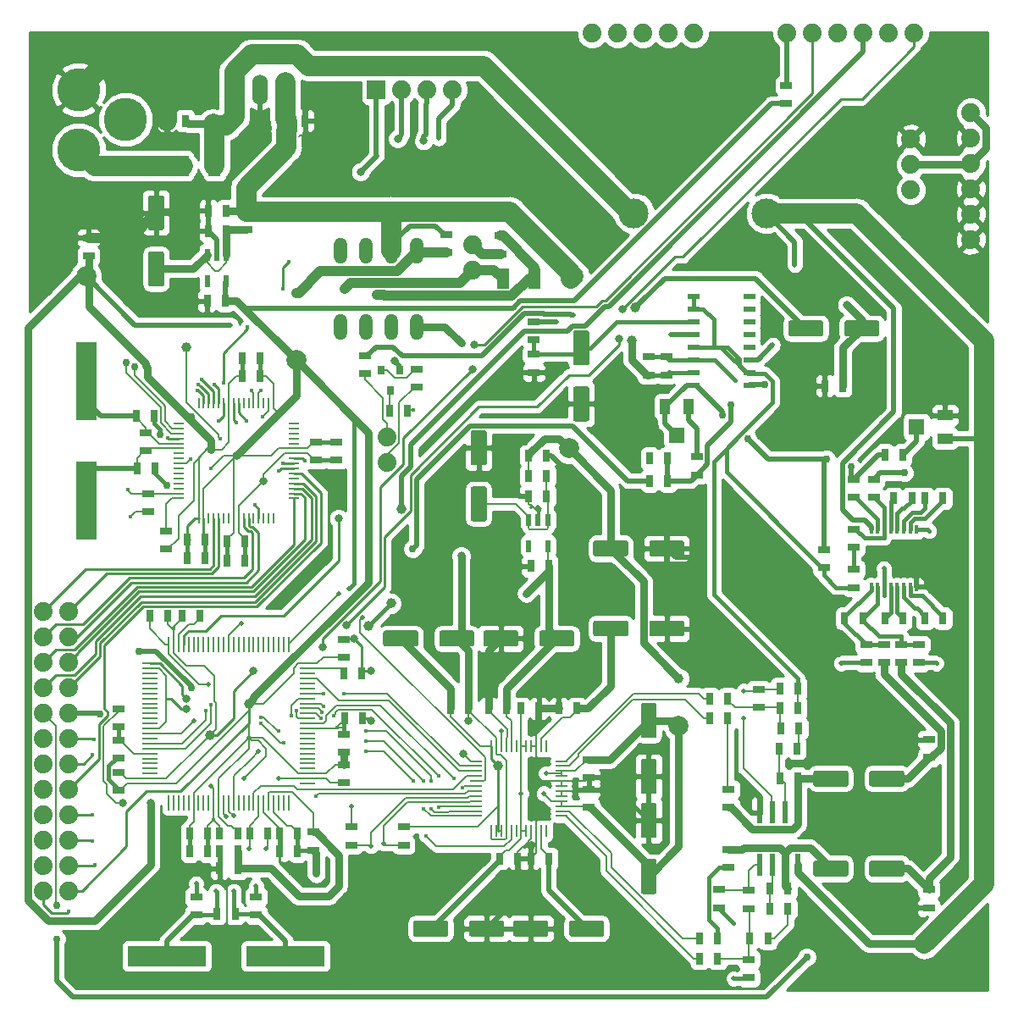
<source format=gbr>
G04 #@! TF.GenerationSoftware,KiCad,Pcbnew,5.0.2-bee76a0~70~ubuntu18.04.1*
G04 #@! TF.CreationDate,2019-12-02T21:21:02-05:00*
G04 #@! TF.ProjectId,synth-wavetable,73796e74-682d-4776-9176-657461626c65,rev?*
G04 #@! TF.SameCoordinates,Original*
G04 #@! TF.FileFunction,Copper,L1,Top*
G04 #@! TF.FilePolarity,Positive*
%FSLAX46Y46*%
G04 Gerber Fmt 4.6, Leading zero omitted, Abs format (unit mm)*
G04 Created by KiCad (PCBNEW 5.0.2-bee76a0~70~ubuntu18.04.1) date Mon 02 Dec 2019 09:21:02 PM EST*
%MOMM*%
%LPD*%
G01*
G04 APERTURE LIST*
G04 #@! TA.AperFunction,SMDPad,CuDef*
%ADD10R,1.198880X0.797560*%
G04 #@! TD*
G04 #@! TA.AperFunction,SMDPad,CuDef*
%ADD11R,0.797560X1.198880*%
G04 #@! TD*
G04 #@! TA.AperFunction,Conductor*
%ADD12C,0.100000*%
G04 #@! TD*
G04 #@! TA.AperFunction,SMDPad,CuDef*
%ADD13C,1.600000*%
G04 #@! TD*
G04 #@! TA.AperFunction,ComponentPad*
%ADD14C,1.879600*%
G04 #@! TD*
G04 #@! TA.AperFunction,SMDPad,CuDef*
%ADD15R,0.998220X0.218440*%
G04 #@! TD*
G04 #@! TA.AperFunction,SMDPad,CuDef*
%ADD16R,0.218440X0.998220*%
G04 #@! TD*
G04 #@! TA.AperFunction,SMDPad,CuDef*
%ADD17R,0.280000X1.500000*%
G04 #@! TD*
G04 #@! TA.AperFunction,SMDPad,CuDef*
%ADD18R,1.500000X0.280000*%
G04 #@! TD*
G04 #@! TA.AperFunction,SMDPad,CuDef*
%ADD19R,0.548640X1.198880*%
G04 #@! TD*
G04 #@! TA.AperFunction,SMDPad,CuDef*
%ADD20R,1.143000X0.254000*%
G04 #@! TD*
G04 #@! TA.AperFunction,SMDPad,CuDef*
%ADD21R,0.254000X1.143000*%
G04 #@! TD*
G04 #@! TA.AperFunction,SMDPad,CuDef*
%ADD22R,2.000000X7.875000*%
G04 #@! TD*
G04 #@! TA.AperFunction,SMDPad,CuDef*
%ADD23R,7.875000X2.000000*%
G04 #@! TD*
G04 #@! TA.AperFunction,SMDPad,CuDef*
%ADD24R,0.609600X2.207260*%
G04 #@! TD*
G04 #@! TA.AperFunction,SMDPad,CuDef*
%ADD25R,0.797560X0.899160*%
G04 #@! TD*
G04 #@! TA.AperFunction,SMDPad,CuDef*
%ADD26R,0.347980X0.899160*%
G04 #@! TD*
G04 #@! TA.AperFunction,SMDPad,CuDef*
%ADD27R,1.198880X0.599440*%
G04 #@! TD*
G04 #@! TA.AperFunction,SMDPad,CuDef*
%ADD28R,1.198880X1.998980*%
G04 #@! TD*
G04 #@! TA.AperFunction,ComponentPad*
%ADD29C,4.318000*%
G04 #@! TD*
G04 #@! TA.AperFunction,SMDPad,CuDef*
%ADD30R,1.089660X1.600200*%
G04 #@! TD*
G04 #@! TA.AperFunction,SMDPad,CuDef*
%ADD31R,1.600200X1.600200*%
G04 #@! TD*
G04 #@! TA.AperFunction,SMDPad,CuDef*
%ADD32R,1.600200X1.089660*%
G04 #@! TD*
G04 #@! TA.AperFunction,ComponentPad*
%ADD33O,1.320800X2.641600*%
G04 #@! TD*
G04 #@! TA.AperFunction,ComponentPad*
%ADD34R,1.879600X1.879600*%
G04 #@! TD*
G04 #@! TA.AperFunction,ComponentPad*
%ADD35O,1.524000X3.048000*%
G04 #@! TD*
G04 #@! TA.AperFunction,ViaPad*
%ADD36C,0.800000*%
G04 #@! TD*
G04 #@! TA.AperFunction,ViaPad*
%ADD37C,0.400000*%
G04 #@! TD*
G04 #@! TA.AperFunction,ViaPad*
%ADD38C,0.500000*%
G04 #@! TD*
G04 #@! TA.AperFunction,ViaPad*
%ADD39C,2.000000*%
G04 #@! TD*
G04 #@! TA.AperFunction,ViaPad*
%ADD40C,0.750000*%
G04 #@! TD*
G04 #@! TA.AperFunction,ViaPad*
%ADD41C,1.000000*%
G04 #@! TD*
G04 #@! TA.AperFunction,ViaPad*
%ADD42C,3.000000*%
G04 #@! TD*
G04 #@! TA.AperFunction,Conductor*
%ADD43C,0.200000*%
G04 #@! TD*
G04 #@! TA.AperFunction,Conductor*
%ADD44C,0.400000*%
G04 #@! TD*
G04 #@! TA.AperFunction,Conductor*
%ADD45C,0.750000*%
G04 #@! TD*
G04 #@! TA.AperFunction,Conductor*
%ADD46C,0.250000*%
G04 #@! TD*
G04 #@! TA.AperFunction,Conductor*
%ADD47C,0.500000*%
G04 #@! TD*
G04 #@! TA.AperFunction,Conductor*
%ADD48C,1.000000*%
G04 #@! TD*
G04 #@! TA.AperFunction,Conductor*
%ADD49C,2.000000*%
G04 #@! TD*
G04 #@! TA.AperFunction,Conductor*
%ADD50C,0.254000*%
G04 #@! TD*
G04 APERTURE END LIST*
D10*
G04 #@! TO.P,C1,2*
G04 #@! TO.N,GNDD*
X32750000Y-44899160D03*
G04 #@! TO.P,C1,1*
G04 #@! TO.N,3.3V*
X32750000Y-43100840D03*
G04 #@! TD*
D11*
G04 #@! TO.P,C2,1*
G04 #@! TO.N,Net-(C2-Pad1)*
X12750000Y-40500000D03*
G04 #@! TO.P,C2,2*
G04 #@! TO.N,GNDD*
X14548320Y-40500000D03*
G04 #@! TD*
G04 #@! TO.P,C3,2*
G04 #@! TO.N,GNDD*
X23649160Y-53000000D03*
G04 #@! TO.P,C3,1*
G04 #@! TO.N,3.3V*
X21850840Y-53000000D03*
G04 #@! TD*
G04 #@! TO.P,C4,2*
G04 #@! TO.N,GNDD*
X17850000Y-54750000D03*
G04 #@! TO.P,C4,1*
G04 #@! TO.N,3.3V*
X19648320Y-54750000D03*
G04 #@! TD*
D10*
G04 #@! TO.P,C5,1*
G04 #@! TO.N,3.3V*
X30750000Y-43100840D03*
G04 #@! TO.P,C5,2*
G04 #@! TO.N,GNDD*
X30750000Y-44899160D03*
G04 #@! TD*
D11*
G04 #@! TO.P,C6,2*
G04 #@! TO.N,3.3V*
X25149160Y-34750000D03*
G04 #@! TO.P,C6,1*
G04 #@! TO.N,GNDD*
X23350840Y-34750000D03*
G04 #@! TD*
G04 #@! TO.P,C7,1*
G04 #@! TO.N,3.3V*
X21850840Y-55000000D03*
G04 #@! TO.P,C7,2*
G04 #@! TO.N,GNDD*
X23649160Y-55000000D03*
G04 #@! TD*
G04 #@! TO.P,C8,1*
G04 #@! TO.N,3.3V*
X19648320Y-52875641D03*
G04 #@! TO.P,C8,2*
G04 #@! TO.N,GNDD*
X17850000Y-52875641D03*
G04 #@! TD*
G04 #@! TO.P,C9,1*
G04 #@! TO.N,GNDD*
X23350840Y-36500000D03*
G04 #@! TO.P,C9,2*
G04 #@! TO.N,3.3V*
X25149160Y-36500000D03*
G04 #@! TD*
D10*
G04 #@! TO.P,C10,1*
G04 #@! TO.N,Net-(C10-Pad1)*
X15750000Y-52000000D03*
G04 #@! TO.P,C10,2*
G04 #@! TO.N,GNDD*
X15750000Y-53798320D03*
G04 #@! TD*
D11*
G04 #@! TO.P,C11,2*
G04 #@! TO.N,GNDD*
X14649160Y-45750000D03*
G04 #@! TO.P,C11,1*
G04 #@! TO.N,Net-(C11-Pad1)*
X12850840Y-45750000D03*
G04 #@! TD*
D10*
G04 #@! TO.P,C24,1*
G04 #@! TO.N,Net-(C24-Pad1)*
X18750000Y-90399160D03*
G04 #@! TO.P,C24,2*
G04 #@! TO.N,GNDD*
X18750000Y-88600840D03*
G04 #@! TD*
G04 #@! TO.P,C25,1*
G04 #@! TO.N,Net-(C25-Pad1)*
X24750000Y-90399160D03*
G04 #@! TO.P,C25,2*
G04 #@! TO.N,GNDD*
X24750000Y-88600840D03*
G04 #@! TD*
D11*
G04 #@! TO.P,C26,1*
G04 #@! TO.N,Net-(C26-Pad1)*
X22899160Y-85750000D03*
G04 #@! TO.P,C26,2*
G04 #@! TO.N,GND*
X21100840Y-85750000D03*
G04 #@! TD*
G04 #@! TO.P,C27,2*
G04 #@! TO.N,GNDD*
X35298320Y-66250000D03*
G04 #@! TO.P,C27,1*
G04 #@! TO.N,Net-(C27-Pad1)*
X33500000Y-66250000D03*
G04 #@! TD*
G04 #@! TO.P,C28,1*
G04 #@! TO.N,Net-(C28-Pad1)*
X19149160Y-60500000D03*
G04 #@! TO.P,C28,2*
G04 #@! TO.N,GNDD*
X17350840Y-60500000D03*
G04 #@! TD*
G04 #@! TO.P,C29,1*
G04 #@! TO.N,Net-(C26-Pad1)*
X22899160Y-84000000D03*
G04 #@! TO.P,C29,2*
G04 #@! TO.N,GND*
X21100840Y-84000000D03*
G04 #@! TD*
G04 #@! TO.P,C30,2*
G04 #@! TO.N,3.3V*
X18100840Y-84000000D03*
G04 #@! TO.P,C30,1*
G04 #@! TO.N,GNDD*
X19899160Y-84000000D03*
G04 #@! TD*
G04 #@! TO.P,C31,1*
G04 #@! TO.N,GNDD*
X19899160Y-82250000D03*
G04 #@! TO.P,C31,2*
G04 #@! TO.N,3.3V*
X18100840Y-82250000D03*
G04 #@! TD*
G04 #@! TO.P,C32,2*
G04 #@! TO.N,3.3V*
X22899160Y-82250000D03*
G04 #@! TO.P,C32,1*
G04 #@! TO.N,GNDD*
X21100840Y-82250000D03*
G04 #@! TD*
G04 #@! TO.P,C33,1*
G04 #@! TO.N,GNDD*
X25899160Y-82250000D03*
G04 #@! TO.P,C33,2*
G04 #@! TO.N,3.3V*
X24100840Y-82250000D03*
G04 #@! TD*
D10*
G04 #@! TO.P,C34,2*
G04 #@! TO.N,3.3V*
X33500000Y-75350840D03*
G04 #@! TO.P,C34,1*
G04 #@! TO.N,GNDD*
X33500000Y-77149160D03*
G04 #@! TD*
G04 #@! TO.P,C35,2*
G04 #@! TO.N,3.3V*
X33500000Y-64649160D03*
G04 #@! TO.P,C35,1*
G04 #@! TO.N,GNDD*
X33500000Y-62850840D03*
G04 #@! TD*
D11*
G04 #@! TO.P,C36,1*
G04 #@! TO.N,GNDD*
X15899160Y-60500000D03*
G04 #@! TO.P,C36,2*
G04 #@! TO.N,3.3V*
X14100840Y-60500000D03*
G04 #@! TD*
D10*
G04 #@! TO.P,C37,1*
G04 #@! TO.N,GNDD*
X11000000Y-76100840D03*
G04 #@! TO.P,C37,2*
G04 #@! TO.N,3.3V*
X11000000Y-77899160D03*
G04 #@! TD*
D11*
G04 #@! TO.P,C38,2*
G04 #@! TO.N,GND*
X27100840Y-82250000D03*
G04 #@! TO.P,C38,1*
G04 #@! TO.N,+3.3VA*
X28899160Y-82250000D03*
G04 #@! TD*
G04 #@! TO.P,C39,1*
G04 #@! TO.N,+3.3VA*
X28899160Y-84000000D03*
G04 #@! TO.P,C39,2*
G04 #@! TO.N,GND*
X27100840Y-84000000D03*
G04 #@! TD*
G04 #@! TO.P,C42,1*
G04 #@! TO.N,Net-(C42-Pad1)*
X83600840Y-60750000D03*
G04 #@! TO.P,C42,2*
G04 #@! TO.N,Net-(C42-Pad2)*
X85399160Y-60750000D03*
G04 #@! TD*
G04 #@! TO.P,C43,1*
G04 #@! TO.N,Net-(C43-Pad1)*
X88500000Y-48750000D03*
G04 #@! TO.P,C43,2*
G04 #@! TO.N,Net-(C43-Pad2)*
X90298320Y-48750000D03*
G04 #@! TD*
G04 #@! TO.P,C44,2*
G04 #@! TO.N,Net-(C44-Pad2)*
X93399160Y-48750000D03*
G04 #@! TO.P,C44,1*
G04 #@! TO.N,Net-(C44-Pad1)*
X91600840Y-48750000D03*
G04 #@! TD*
G04 #@! TO.P,C45,1*
G04 #@! TO.N,Net-(C45-Pad1)*
X91600840Y-60750000D03*
G04 #@! TO.P,C45,2*
G04 #@! TO.N,Net-(C45-Pad2)*
X93399160Y-60750000D03*
G04 #@! TD*
G04 #@! TO.P,C46,2*
G04 #@! TO.N,Net-(C46-Pad2)*
X89399160Y-60750000D03*
G04 #@! TO.P,C46,1*
G04 #@! TO.N,Net-(C46-Pad1)*
X87600840Y-60750000D03*
G04 #@! TD*
D10*
G04 #@! TO.P,C47,1*
G04 #@! TO.N,Net-(C47-Pad1)*
X84500000Y-55850840D03*
G04 #@! TO.P,C47,2*
G04 #@! TO.N,VREF*
X84500000Y-57649160D03*
G04 #@! TD*
G04 #@! TO.P,C48,2*
G04 #@! TO.N,Net-(C48-Pad2)*
X65750000Y-34600840D03*
G04 #@! TO.P,C48,1*
G04 #@! TO.N,Net-(C48-Pad1)*
X65750000Y-36399160D03*
G04 #@! TD*
D12*
G04 #@! TO.N,Net-(C48-Pad1)*
G04 #@! TO.C,C49*
G36*
X81224504Y-30951204D02*
X81248773Y-30954804D01*
X81272571Y-30960765D01*
X81295671Y-30969030D01*
X81317849Y-30979520D01*
X81338893Y-30992133D01*
X81358598Y-31006747D01*
X81376777Y-31023223D01*
X81393253Y-31041402D01*
X81407867Y-31061107D01*
X81420480Y-31082151D01*
X81430970Y-31104329D01*
X81439235Y-31127429D01*
X81445196Y-31151227D01*
X81448796Y-31175496D01*
X81450000Y-31200000D01*
X81450000Y-32300000D01*
X81448796Y-32324504D01*
X81445196Y-32348773D01*
X81439235Y-32372571D01*
X81430970Y-32395671D01*
X81420480Y-32417849D01*
X81407867Y-32438893D01*
X81393253Y-32458598D01*
X81376777Y-32476777D01*
X81358598Y-32493253D01*
X81338893Y-32507867D01*
X81317849Y-32520480D01*
X81295671Y-32530970D01*
X81272571Y-32539235D01*
X81248773Y-32545196D01*
X81224504Y-32548796D01*
X81200000Y-32550000D01*
X78200000Y-32550000D01*
X78175496Y-32548796D01*
X78151227Y-32545196D01*
X78127429Y-32539235D01*
X78104329Y-32530970D01*
X78082151Y-32520480D01*
X78061107Y-32507867D01*
X78041402Y-32493253D01*
X78023223Y-32476777D01*
X78006747Y-32458598D01*
X77992133Y-32438893D01*
X77979520Y-32417849D01*
X77969030Y-32395671D01*
X77960765Y-32372571D01*
X77954804Y-32348773D01*
X77951204Y-32324504D01*
X77950000Y-32300000D01*
X77950000Y-31200000D01*
X77951204Y-31175496D01*
X77954804Y-31151227D01*
X77960765Y-31127429D01*
X77969030Y-31104329D01*
X77979520Y-31082151D01*
X77992133Y-31061107D01*
X78006747Y-31041402D01*
X78023223Y-31023223D01*
X78041402Y-31006747D01*
X78061107Y-30992133D01*
X78082151Y-30979520D01*
X78104329Y-30969030D01*
X78127429Y-30960765D01*
X78151227Y-30954804D01*
X78175496Y-30951204D01*
X78200000Y-30950000D01*
X81200000Y-30950000D01*
X81224504Y-30951204D01*
X81224504Y-30951204D01*
G37*
D13*
G04 #@! TD*
G04 #@! TO.P,C49,1*
G04 #@! TO.N,Net-(C48-Pad1)*
X79700000Y-31750000D03*
D12*
G04 #@! TO.N,Net-(C49-Pad2)*
G04 #@! TO.C,C49*
G36*
X86824504Y-30951204D02*
X86848773Y-30954804D01*
X86872571Y-30960765D01*
X86895671Y-30969030D01*
X86917849Y-30979520D01*
X86938893Y-30992133D01*
X86958598Y-31006747D01*
X86976777Y-31023223D01*
X86993253Y-31041402D01*
X87007867Y-31061107D01*
X87020480Y-31082151D01*
X87030970Y-31104329D01*
X87039235Y-31127429D01*
X87045196Y-31151227D01*
X87048796Y-31175496D01*
X87050000Y-31200000D01*
X87050000Y-32300000D01*
X87048796Y-32324504D01*
X87045196Y-32348773D01*
X87039235Y-32372571D01*
X87030970Y-32395671D01*
X87020480Y-32417849D01*
X87007867Y-32438893D01*
X86993253Y-32458598D01*
X86976777Y-32476777D01*
X86958598Y-32493253D01*
X86938893Y-32507867D01*
X86917849Y-32520480D01*
X86895671Y-32530970D01*
X86872571Y-32539235D01*
X86848773Y-32545196D01*
X86824504Y-32548796D01*
X86800000Y-32550000D01*
X83800000Y-32550000D01*
X83775496Y-32548796D01*
X83751227Y-32545196D01*
X83727429Y-32539235D01*
X83704329Y-32530970D01*
X83682151Y-32520480D01*
X83661107Y-32507867D01*
X83641402Y-32493253D01*
X83623223Y-32476777D01*
X83606747Y-32458598D01*
X83592133Y-32438893D01*
X83579520Y-32417849D01*
X83569030Y-32395671D01*
X83560765Y-32372571D01*
X83554804Y-32348773D01*
X83551204Y-32324504D01*
X83550000Y-32300000D01*
X83550000Y-31200000D01*
X83551204Y-31175496D01*
X83554804Y-31151227D01*
X83560765Y-31127429D01*
X83569030Y-31104329D01*
X83579520Y-31082151D01*
X83592133Y-31061107D01*
X83606747Y-31041402D01*
X83623223Y-31023223D01*
X83641402Y-31006747D01*
X83661107Y-30992133D01*
X83682151Y-30979520D01*
X83704329Y-30969030D01*
X83727429Y-30960765D01*
X83751227Y-30954804D01*
X83775496Y-30951204D01*
X83800000Y-30950000D01*
X86800000Y-30950000D01*
X86824504Y-30951204D01*
X86824504Y-30951204D01*
G37*
D13*
G04 #@! TD*
G04 #@! TO.P,C49,2*
G04 #@! TO.N,Net-(C49-Pad2)*
X85300000Y-31750000D03*
D12*
G04 #@! TO.N,Net-(C50-Pad1)*
G04 #@! TO.C,C50*
G36*
X57824504Y-31951204D02*
X57848773Y-31954804D01*
X57872571Y-31960765D01*
X57895671Y-31969030D01*
X57917849Y-31979520D01*
X57938893Y-31992133D01*
X57958598Y-32006747D01*
X57976777Y-32023223D01*
X57993253Y-32041402D01*
X58007867Y-32061107D01*
X58020480Y-32082151D01*
X58030970Y-32104329D01*
X58039235Y-32127429D01*
X58045196Y-32151227D01*
X58048796Y-32175496D01*
X58050000Y-32200000D01*
X58050000Y-35200000D01*
X58048796Y-35224504D01*
X58045196Y-35248773D01*
X58039235Y-35272571D01*
X58030970Y-35295671D01*
X58020480Y-35317849D01*
X58007867Y-35338893D01*
X57993253Y-35358598D01*
X57976777Y-35376777D01*
X57958598Y-35393253D01*
X57938893Y-35407867D01*
X57917849Y-35420480D01*
X57895671Y-35430970D01*
X57872571Y-35439235D01*
X57848773Y-35445196D01*
X57824504Y-35448796D01*
X57800000Y-35450000D01*
X56700000Y-35450000D01*
X56675496Y-35448796D01*
X56651227Y-35445196D01*
X56627429Y-35439235D01*
X56604329Y-35430970D01*
X56582151Y-35420480D01*
X56561107Y-35407867D01*
X56541402Y-35393253D01*
X56523223Y-35376777D01*
X56506747Y-35358598D01*
X56492133Y-35338893D01*
X56479520Y-35317849D01*
X56469030Y-35295671D01*
X56460765Y-35272571D01*
X56454804Y-35248773D01*
X56451204Y-35224504D01*
X56450000Y-35200000D01*
X56450000Y-32200000D01*
X56451204Y-32175496D01*
X56454804Y-32151227D01*
X56460765Y-32127429D01*
X56469030Y-32104329D01*
X56479520Y-32082151D01*
X56492133Y-32061107D01*
X56506747Y-32041402D01*
X56523223Y-32023223D01*
X56541402Y-32006747D01*
X56561107Y-31992133D01*
X56582151Y-31979520D01*
X56604329Y-31969030D01*
X56627429Y-31960765D01*
X56651227Y-31954804D01*
X56675496Y-31951204D01*
X56700000Y-31950000D01*
X57800000Y-31950000D01*
X57824504Y-31951204D01*
X57824504Y-31951204D01*
G37*
D13*
G04 #@! TD*
G04 #@! TO.P,C50,1*
G04 #@! TO.N,Net-(C50-Pad1)*
X57250000Y-33700000D03*
D12*
G04 #@! TO.N,GND*
G04 #@! TO.C,C50*
G36*
X57824504Y-37551204D02*
X57848773Y-37554804D01*
X57872571Y-37560765D01*
X57895671Y-37569030D01*
X57917849Y-37579520D01*
X57938893Y-37592133D01*
X57958598Y-37606747D01*
X57976777Y-37623223D01*
X57993253Y-37641402D01*
X58007867Y-37661107D01*
X58020480Y-37682151D01*
X58030970Y-37704329D01*
X58039235Y-37727429D01*
X58045196Y-37751227D01*
X58048796Y-37775496D01*
X58050000Y-37800000D01*
X58050000Y-40800000D01*
X58048796Y-40824504D01*
X58045196Y-40848773D01*
X58039235Y-40872571D01*
X58030970Y-40895671D01*
X58020480Y-40917849D01*
X58007867Y-40938893D01*
X57993253Y-40958598D01*
X57976777Y-40976777D01*
X57958598Y-40993253D01*
X57938893Y-41007867D01*
X57917849Y-41020480D01*
X57895671Y-41030970D01*
X57872571Y-41039235D01*
X57848773Y-41045196D01*
X57824504Y-41048796D01*
X57800000Y-41050000D01*
X56700000Y-41050000D01*
X56675496Y-41048796D01*
X56651227Y-41045196D01*
X56627429Y-41039235D01*
X56604329Y-41030970D01*
X56582151Y-41020480D01*
X56561107Y-41007867D01*
X56541402Y-40993253D01*
X56523223Y-40976777D01*
X56506747Y-40958598D01*
X56492133Y-40938893D01*
X56479520Y-40917849D01*
X56469030Y-40895671D01*
X56460765Y-40872571D01*
X56454804Y-40848773D01*
X56451204Y-40824504D01*
X56450000Y-40800000D01*
X56450000Y-37800000D01*
X56451204Y-37775496D01*
X56454804Y-37751227D01*
X56460765Y-37727429D01*
X56469030Y-37704329D01*
X56479520Y-37682151D01*
X56492133Y-37661107D01*
X56506747Y-37641402D01*
X56523223Y-37623223D01*
X56541402Y-37606747D01*
X56561107Y-37592133D01*
X56582151Y-37579520D01*
X56604329Y-37569030D01*
X56627429Y-37560765D01*
X56651227Y-37554804D01*
X56675496Y-37551204D01*
X56700000Y-37550000D01*
X57800000Y-37550000D01*
X57824504Y-37551204D01*
X57824504Y-37551204D01*
G37*
D13*
G04 #@! TD*
G04 #@! TO.P,C50,2*
G04 #@! TO.N,GND*
X57250000Y-39300000D03*
D11*
G04 #@! TO.P,C51,2*
G04 #@! TO.N,GND*
X19951680Y-20000000D03*
G04 #@! TO.P,C51,1*
G04 #@! TO.N,+5V*
X21750000Y-20000000D03*
G04 #@! TD*
G04 #@! TO.P,C52,1*
G04 #@! TO.N,+5V*
X52000000Y-44500000D03*
G04 #@! TO.P,C52,2*
G04 #@! TO.N,GND*
X53798320Y-44500000D03*
G04 #@! TD*
G04 #@! TO.P,C53,2*
G04 #@! TO.N,GND*
X15850840Y-11000000D03*
G04 #@! TO.P,C53,1*
G04 #@! TO.N,+15V*
X17649160Y-11000000D03*
G04 #@! TD*
G04 #@! TO.P,C54,2*
G04 #@! TO.N,GND*
X19951680Y-22000000D03*
G04 #@! TO.P,C54,1*
G04 #@! TO.N,Net-(C54-Pad1)*
X21750000Y-22000000D03*
G04 #@! TD*
G04 #@! TO.P,C55,1*
G04 #@! TO.N,Net-(C55-Pad1)*
X53798320Y-48500000D03*
G04 #@! TO.P,C55,2*
G04 #@! TO.N,GND*
X52000000Y-48500000D03*
G04 #@! TD*
D12*
G04 #@! TO.N,GND*
G04 #@! TO.C,C56*
G36*
X15324504Y-18451204D02*
X15348773Y-18454804D01*
X15372571Y-18460765D01*
X15395671Y-18469030D01*
X15417849Y-18479520D01*
X15438893Y-18492133D01*
X15458598Y-18506747D01*
X15476777Y-18523223D01*
X15493253Y-18541402D01*
X15507867Y-18561107D01*
X15520480Y-18582151D01*
X15530970Y-18604329D01*
X15539235Y-18627429D01*
X15545196Y-18651227D01*
X15548796Y-18675496D01*
X15550000Y-18700000D01*
X15550000Y-21700000D01*
X15548796Y-21724504D01*
X15545196Y-21748773D01*
X15539235Y-21772571D01*
X15530970Y-21795671D01*
X15520480Y-21817849D01*
X15507867Y-21838893D01*
X15493253Y-21858598D01*
X15476777Y-21876777D01*
X15458598Y-21893253D01*
X15438893Y-21907867D01*
X15417849Y-21920480D01*
X15395671Y-21930970D01*
X15372571Y-21939235D01*
X15348773Y-21945196D01*
X15324504Y-21948796D01*
X15300000Y-21950000D01*
X14200000Y-21950000D01*
X14175496Y-21948796D01*
X14151227Y-21945196D01*
X14127429Y-21939235D01*
X14104329Y-21930970D01*
X14082151Y-21920480D01*
X14061107Y-21907867D01*
X14041402Y-21893253D01*
X14023223Y-21876777D01*
X14006747Y-21858598D01*
X13992133Y-21838893D01*
X13979520Y-21817849D01*
X13969030Y-21795671D01*
X13960765Y-21772571D01*
X13954804Y-21748773D01*
X13951204Y-21724504D01*
X13950000Y-21700000D01*
X13950000Y-18700000D01*
X13951204Y-18675496D01*
X13954804Y-18651227D01*
X13960765Y-18627429D01*
X13969030Y-18604329D01*
X13979520Y-18582151D01*
X13992133Y-18561107D01*
X14006747Y-18541402D01*
X14023223Y-18523223D01*
X14041402Y-18506747D01*
X14061107Y-18492133D01*
X14082151Y-18479520D01*
X14104329Y-18469030D01*
X14127429Y-18460765D01*
X14151227Y-18454804D01*
X14175496Y-18451204D01*
X14200000Y-18450000D01*
X15300000Y-18450000D01*
X15324504Y-18451204D01*
X15324504Y-18451204D01*
G37*
D13*
G04 #@! TD*
G04 #@! TO.P,C56,2*
G04 #@! TO.N,GND*
X14750000Y-20200000D03*
D12*
G04 #@! TO.N,Net-(C54-Pad1)*
G04 #@! TO.C,C56*
G36*
X15324504Y-24051204D02*
X15348773Y-24054804D01*
X15372571Y-24060765D01*
X15395671Y-24069030D01*
X15417849Y-24079520D01*
X15438893Y-24092133D01*
X15458598Y-24106747D01*
X15476777Y-24123223D01*
X15493253Y-24141402D01*
X15507867Y-24161107D01*
X15520480Y-24182151D01*
X15530970Y-24204329D01*
X15539235Y-24227429D01*
X15545196Y-24251227D01*
X15548796Y-24275496D01*
X15550000Y-24300000D01*
X15550000Y-27300000D01*
X15548796Y-27324504D01*
X15545196Y-27348773D01*
X15539235Y-27372571D01*
X15530970Y-27395671D01*
X15520480Y-27417849D01*
X15507867Y-27438893D01*
X15493253Y-27458598D01*
X15476777Y-27476777D01*
X15458598Y-27493253D01*
X15438893Y-27507867D01*
X15417849Y-27520480D01*
X15395671Y-27530970D01*
X15372571Y-27539235D01*
X15348773Y-27545196D01*
X15324504Y-27548796D01*
X15300000Y-27550000D01*
X14200000Y-27550000D01*
X14175496Y-27548796D01*
X14151227Y-27545196D01*
X14127429Y-27539235D01*
X14104329Y-27530970D01*
X14082151Y-27520480D01*
X14061107Y-27507867D01*
X14041402Y-27493253D01*
X14023223Y-27476777D01*
X14006747Y-27458598D01*
X13992133Y-27438893D01*
X13979520Y-27417849D01*
X13969030Y-27395671D01*
X13960765Y-27372571D01*
X13954804Y-27348773D01*
X13951204Y-27324504D01*
X13950000Y-27300000D01*
X13950000Y-24300000D01*
X13951204Y-24275496D01*
X13954804Y-24251227D01*
X13960765Y-24227429D01*
X13969030Y-24204329D01*
X13979520Y-24182151D01*
X13992133Y-24161107D01*
X14006747Y-24141402D01*
X14023223Y-24123223D01*
X14041402Y-24106747D01*
X14061107Y-24092133D01*
X14082151Y-24079520D01*
X14104329Y-24069030D01*
X14127429Y-24060765D01*
X14151227Y-24054804D01*
X14175496Y-24051204D01*
X14200000Y-24050000D01*
X15300000Y-24050000D01*
X15324504Y-24051204D01*
X15324504Y-24051204D01*
G37*
D13*
G04 #@! TD*
G04 #@! TO.P,C56,1*
G04 #@! TO.N,Net-(C54-Pad1)*
X14750000Y-25800000D03*
D12*
G04 #@! TO.N,Net-(C55-Pad1)*
G04 #@! TO.C,C57*
G36*
X47574504Y-47551204D02*
X47598773Y-47554804D01*
X47622571Y-47560765D01*
X47645671Y-47569030D01*
X47667849Y-47579520D01*
X47688893Y-47592133D01*
X47708598Y-47606747D01*
X47726777Y-47623223D01*
X47743253Y-47641402D01*
X47757867Y-47661107D01*
X47770480Y-47682151D01*
X47780970Y-47704329D01*
X47789235Y-47727429D01*
X47795196Y-47751227D01*
X47798796Y-47775496D01*
X47800000Y-47800000D01*
X47800000Y-50800000D01*
X47798796Y-50824504D01*
X47795196Y-50848773D01*
X47789235Y-50872571D01*
X47780970Y-50895671D01*
X47770480Y-50917849D01*
X47757867Y-50938893D01*
X47743253Y-50958598D01*
X47726777Y-50976777D01*
X47708598Y-50993253D01*
X47688893Y-51007867D01*
X47667849Y-51020480D01*
X47645671Y-51030970D01*
X47622571Y-51039235D01*
X47598773Y-51045196D01*
X47574504Y-51048796D01*
X47550000Y-51050000D01*
X46450000Y-51050000D01*
X46425496Y-51048796D01*
X46401227Y-51045196D01*
X46377429Y-51039235D01*
X46354329Y-51030970D01*
X46332151Y-51020480D01*
X46311107Y-51007867D01*
X46291402Y-50993253D01*
X46273223Y-50976777D01*
X46256747Y-50958598D01*
X46242133Y-50938893D01*
X46229520Y-50917849D01*
X46219030Y-50895671D01*
X46210765Y-50872571D01*
X46204804Y-50848773D01*
X46201204Y-50824504D01*
X46200000Y-50800000D01*
X46200000Y-47800000D01*
X46201204Y-47775496D01*
X46204804Y-47751227D01*
X46210765Y-47727429D01*
X46219030Y-47704329D01*
X46229520Y-47682151D01*
X46242133Y-47661107D01*
X46256747Y-47641402D01*
X46273223Y-47623223D01*
X46291402Y-47606747D01*
X46311107Y-47592133D01*
X46332151Y-47579520D01*
X46354329Y-47569030D01*
X46377429Y-47560765D01*
X46401227Y-47554804D01*
X46425496Y-47551204D01*
X46450000Y-47550000D01*
X47550000Y-47550000D01*
X47574504Y-47551204D01*
X47574504Y-47551204D01*
G37*
D13*
G04 #@! TD*
G04 #@! TO.P,C57,1*
G04 #@! TO.N,Net-(C55-Pad1)*
X47000000Y-49300000D03*
D12*
G04 #@! TO.N,GND*
G04 #@! TO.C,C57*
G36*
X47574504Y-41951204D02*
X47598773Y-41954804D01*
X47622571Y-41960765D01*
X47645671Y-41969030D01*
X47667849Y-41979520D01*
X47688893Y-41992133D01*
X47708598Y-42006747D01*
X47726777Y-42023223D01*
X47743253Y-42041402D01*
X47757867Y-42061107D01*
X47770480Y-42082151D01*
X47780970Y-42104329D01*
X47789235Y-42127429D01*
X47795196Y-42151227D01*
X47798796Y-42175496D01*
X47800000Y-42200000D01*
X47800000Y-45200000D01*
X47798796Y-45224504D01*
X47795196Y-45248773D01*
X47789235Y-45272571D01*
X47780970Y-45295671D01*
X47770480Y-45317849D01*
X47757867Y-45338893D01*
X47743253Y-45358598D01*
X47726777Y-45376777D01*
X47708598Y-45393253D01*
X47688893Y-45407867D01*
X47667849Y-45420480D01*
X47645671Y-45430970D01*
X47622571Y-45439235D01*
X47598773Y-45445196D01*
X47574504Y-45448796D01*
X47550000Y-45450000D01*
X46450000Y-45450000D01*
X46425496Y-45448796D01*
X46401227Y-45445196D01*
X46377429Y-45439235D01*
X46354329Y-45430970D01*
X46332151Y-45420480D01*
X46311107Y-45407867D01*
X46291402Y-45393253D01*
X46273223Y-45376777D01*
X46256747Y-45358598D01*
X46242133Y-45338893D01*
X46229520Y-45317849D01*
X46219030Y-45295671D01*
X46210765Y-45272571D01*
X46204804Y-45248773D01*
X46201204Y-45224504D01*
X46200000Y-45200000D01*
X46200000Y-42200000D01*
X46201204Y-42175496D01*
X46204804Y-42151227D01*
X46210765Y-42127429D01*
X46219030Y-42104329D01*
X46229520Y-42082151D01*
X46242133Y-42061107D01*
X46256747Y-42041402D01*
X46273223Y-42023223D01*
X46291402Y-42006747D01*
X46311107Y-41992133D01*
X46332151Y-41979520D01*
X46354329Y-41969030D01*
X46377429Y-41960765D01*
X46401227Y-41954804D01*
X46425496Y-41951204D01*
X46450000Y-41950000D01*
X47550000Y-41950000D01*
X47574504Y-41951204D01*
X47574504Y-41951204D01*
G37*
D13*
G04 #@! TD*
G04 #@! TO.P,C57,2*
G04 #@! TO.N,GND*
X47000000Y-43700000D03*
D11*
G04 #@! TO.P,C58,1*
G04 #@! TO.N,+5V*
X27850840Y-11000000D03*
G04 #@! TO.P,C58,2*
G04 #@! TO.N,GND*
X29649160Y-11000000D03*
G04 #@! TD*
G04 #@! TO.P,C59,2*
G04 #@! TO.N,GND*
X19850840Y-29000000D03*
G04 #@! TO.P,C59,1*
G04 #@! TO.N,3.3V*
X21649160Y-29000000D03*
G04 #@! TD*
G04 #@! TO.P,C60,1*
G04 #@! TO.N,+3.3VA*
X54000000Y-55500000D03*
G04 #@! TO.P,C60,2*
G04 #@! TO.N,GND*
X52201680Y-55500000D03*
G04 #@! TD*
D12*
G04 #@! TO.N,GNDD*
G04 #@! TO.C,C61*
G36*
X46324504Y-61951204D02*
X46348773Y-61954804D01*
X46372571Y-61960765D01*
X46395671Y-61969030D01*
X46417849Y-61979520D01*
X46438893Y-61992133D01*
X46458598Y-62006747D01*
X46476777Y-62023223D01*
X46493253Y-62041402D01*
X46507867Y-62061107D01*
X46520480Y-62082151D01*
X46530970Y-62104329D01*
X46539235Y-62127429D01*
X46545196Y-62151227D01*
X46548796Y-62175496D01*
X46550000Y-62200000D01*
X46550000Y-63300000D01*
X46548796Y-63324504D01*
X46545196Y-63348773D01*
X46539235Y-63372571D01*
X46530970Y-63395671D01*
X46520480Y-63417849D01*
X46507867Y-63438893D01*
X46493253Y-63458598D01*
X46476777Y-63476777D01*
X46458598Y-63493253D01*
X46438893Y-63507867D01*
X46417849Y-63520480D01*
X46395671Y-63530970D01*
X46372571Y-63539235D01*
X46348773Y-63545196D01*
X46324504Y-63548796D01*
X46300000Y-63550000D01*
X43300000Y-63550000D01*
X43275496Y-63548796D01*
X43251227Y-63545196D01*
X43227429Y-63539235D01*
X43204329Y-63530970D01*
X43182151Y-63520480D01*
X43161107Y-63507867D01*
X43141402Y-63493253D01*
X43123223Y-63476777D01*
X43106747Y-63458598D01*
X43092133Y-63438893D01*
X43079520Y-63417849D01*
X43069030Y-63395671D01*
X43060765Y-63372571D01*
X43054804Y-63348773D01*
X43051204Y-63324504D01*
X43050000Y-63300000D01*
X43050000Y-62200000D01*
X43051204Y-62175496D01*
X43054804Y-62151227D01*
X43060765Y-62127429D01*
X43069030Y-62104329D01*
X43079520Y-62082151D01*
X43092133Y-62061107D01*
X43106747Y-62041402D01*
X43123223Y-62023223D01*
X43141402Y-62006747D01*
X43161107Y-61992133D01*
X43182151Y-61979520D01*
X43204329Y-61969030D01*
X43227429Y-61960765D01*
X43251227Y-61954804D01*
X43275496Y-61951204D01*
X43300000Y-61950000D01*
X46300000Y-61950000D01*
X46324504Y-61951204D01*
X46324504Y-61951204D01*
G37*
D13*
G04 #@! TD*
G04 #@! TO.P,C61,2*
G04 #@! TO.N,GNDD*
X44800000Y-62750000D03*
D12*
G04 #@! TO.N,3.3V*
G04 #@! TO.C,C61*
G36*
X40724504Y-61951204D02*
X40748773Y-61954804D01*
X40772571Y-61960765D01*
X40795671Y-61969030D01*
X40817849Y-61979520D01*
X40838893Y-61992133D01*
X40858598Y-62006747D01*
X40876777Y-62023223D01*
X40893253Y-62041402D01*
X40907867Y-62061107D01*
X40920480Y-62082151D01*
X40930970Y-62104329D01*
X40939235Y-62127429D01*
X40945196Y-62151227D01*
X40948796Y-62175496D01*
X40950000Y-62200000D01*
X40950000Y-63300000D01*
X40948796Y-63324504D01*
X40945196Y-63348773D01*
X40939235Y-63372571D01*
X40930970Y-63395671D01*
X40920480Y-63417849D01*
X40907867Y-63438893D01*
X40893253Y-63458598D01*
X40876777Y-63476777D01*
X40858598Y-63493253D01*
X40838893Y-63507867D01*
X40817849Y-63520480D01*
X40795671Y-63530970D01*
X40772571Y-63539235D01*
X40748773Y-63545196D01*
X40724504Y-63548796D01*
X40700000Y-63550000D01*
X37700000Y-63550000D01*
X37675496Y-63548796D01*
X37651227Y-63545196D01*
X37627429Y-63539235D01*
X37604329Y-63530970D01*
X37582151Y-63520480D01*
X37561107Y-63507867D01*
X37541402Y-63493253D01*
X37523223Y-63476777D01*
X37506747Y-63458598D01*
X37492133Y-63438893D01*
X37479520Y-63417849D01*
X37469030Y-63395671D01*
X37460765Y-63372571D01*
X37454804Y-63348773D01*
X37451204Y-63324504D01*
X37450000Y-63300000D01*
X37450000Y-62200000D01*
X37451204Y-62175496D01*
X37454804Y-62151227D01*
X37460765Y-62127429D01*
X37469030Y-62104329D01*
X37479520Y-62082151D01*
X37492133Y-62061107D01*
X37506747Y-62041402D01*
X37523223Y-62023223D01*
X37541402Y-62006747D01*
X37561107Y-61992133D01*
X37582151Y-61979520D01*
X37604329Y-61969030D01*
X37627429Y-61960765D01*
X37651227Y-61954804D01*
X37675496Y-61951204D01*
X37700000Y-61950000D01*
X40700000Y-61950000D01*
X40724504Y-61951204D01*
X40724504Y-61951204D01*
G37*
D13*
G04 #@! TD*
G04 #@! TO.P,C61,1*
G04 #@! TO.N,3.3V*
X39200000Y-62750000D03*
D11*
G04 #@! TO.P,C62,1*
G04 #@! TO.N,GNDD*
X46000000Y-69750000D03*
G04 #@! TO.P,C62,2*
G04 #@! TO.N,3.3V*
X44201680Y-69750000D03*
G04 #@! TD*
D12*
G04 #@! TO.N,GND*
G04 #@! TO.C,C63*
G36*
X50724504Y-61951204D02*
X50748773Y-61954804D01*
X50772571Y-61960765D01*
X50795671Y-61969030D01*
X50817849Y-61979520D01*
X50838893Y-61992133D01*
X50858598Y-62006747D01*
X50876777Y-62023223D01*
X50893253Y-62041402D01*
X50907867Y-62061107D01*
X50920480Y-62082151D01*
X50930970Y-62104329D01*
X50939235Y-62127429D01*
X50945196Y-62151227D01*
X50948796Y-62175496D01*
X50950000Y-62200000D01*
X50950000Y-63300000D01*
X50948796Y-63324504D01*
X50945196Y-63348773D01*
X50939235Y-63372571D01*
X50930970Y-63395671D01*
X50920480Y-63417849D01*
X50907867Y-63438893D01*
X50893253Y-63458598D01*
X50876777Y-63476777D01*
X50858598Y-63493253D01*
X50838893Y-63507867D01*
X50817849Y-63520480D01*
X50795671Y-63530970D01*
X50772571Y-63539235D01*
X50748773Y-63545196D01*
X50724504Y-63548796D01*
X50700000Y-63550000D01*
X47700000Y-63550000D01*
X47675496Y-63548796D01*
X47651227Y-63545196D01*
X47627429Y-63539235D01*
X47604329Y-63530970D01*
X47582151Y-63520480D01*
X47561107Y-63507867D01*
X47541402Y-63493253D01*
X47523223Y-63476777D01*
X47506747Y-63458598D01*
X47492133Y-63438893D01*
X47479520Y-63417849D01*
X47469030Y-63395671D01*
X47460765Y-63372571D01*
X47454804Y-63348773D01*
X47451204Y-63324504D01*
X47450000Y-63300000D01*
X47450000Y-62200000D01*
X47451204Y-62175496D01*
X47454804Y-62151227D01*
X47460765Y-62127429D01*
X47469030Y-62104329D01*
X47479520Y-62082151D01*
X47492133Y-62061107D01*
X47506747Y-62041402D01*
X47523223Y-62023223D01*
X47541402Y-62006747D01*
X47561107Y-61992133D01*
X47582151Y-61979520D01*
X47604329Y-61969030D01*
X47627429Y-61960765D01*
X47651227Y-61954804D01*
X47675496Y-61951204D01*
X47700000Y-61950000D01*
X50700000Y-61950000D01*
X50724504Y-61951204D01*
X50724504Y-61951204D01*
G37*
D13*
G04 #@! TD*
G04 #@! TO.P,C63,2*
G04 #@! TO.N,GND*
X49200000Y-62750000D03*
D12*
G04 #@! TO.N,+3.3VA*
G04 #@! TO.C,C63*
G36*
X56324504Y-61951204D02*
X56348773Y-61954804D01*
X56372571Y-61960765D01*
X56395671Y-61969030D01*
X56417849Y-61979520D01*
X56438893Y-61992133D01*
X56458598Y-62006747D01*
X56476777Y-62023223D01*
X56493253Y-62041402D01*
X56507867Y-62061107D01*
X56520480Y-62082151D01*
X56530970Y-62104329D01*
X56539235Y-62127429D01*
X56545196Y-62151227D01*
X56548796Y-62175496D01*
X56550000Y-62200000D01*
X56550000Y-63300000D01*
X56548796Y-63324504D01*
X56545196Y-63348773D01*
X56539235Y-63372571D01*
X56530970Y-63395671D01*
X56520480Y-63417849D01*
X56507867Y-63438893D01*
X56493253Y-63458598D01*
X56476777Y-63476777D01*
X56458598Y-63493253D01*
X56438893Y-63507867D01*
X56417849Y-63520480D01*
X56395671Y-63530970D01*
X56372571Y-63539235D01*
X56348773Y-63545196D01*
X56324504Y-63548796D01*
X56300000Y-63550000D01*
X53300000Y-63550000D01*
X53275496Y-63548796D01*
X53251227Y-63545196D01*
X53227429Y-63539235D01*
X53204329Y-63530970D01*
X53182151Y-63520480D01*
X53161107Y-63507867D01*
X53141402Y-63493253D01*
X53123223Y-63476777D01*
X53106747Y-63458598D01*
X53092133Y-63438893D01*
X53079520Y-63417849D01*
X53069030Y-63395671D01*
X53060765Y-63372571D01*
X53054804Y-63348773D01*
X53051204Y-63324504D01*
X53050000Y-63300000D01*
X53050000Y-62200000D01*
X53051204Y-62175496D01*
X53054804Y-62151227D01*
X53060765Y-62127429D01*
X53069030Y-62104329D01*
X53079520Y-62082151D01*
X53092133Y-62061107D01*
X53106747Y-62041402D01*
X53123223Y-62023223D01*
X53141402Y-62006747D01*
X53161107Y-61992133D01*
X53182151Y-61979520D01*
X53204329Y-61969030D01*
X53227429Y-61960765D01*
X53251227Y-61954804D01*
X53275496Y-61951204D01*
X53300000Y-61950000D01*
X56300000Y-61950000D01*
X56324504Y-61951204D01*
X56324504Y-61951204D01*
G37*
D13*
G04 #@! TD*
G04 #@! TO.P,C63,1*
G04 #@! TO.N,+3.3VA*
X54800000Y-62750000D03*
D11*
G04 #@! TO.P,C64,2*
G04 #@! TO.N,GND*
X48000000Y-69750000D03*
G04 #@! TO.P,C64,1*
G04 #@! TO.N,+3.3VA*
X49798320Y-69750000D03*
G04 #@! TD*
D12*
G04 #@! TO.N,+5V*
G04 #@! TO.C,C65*
G36*
X61724504Y-52951204D02*
X61748773Y-52954804D01*
X61772571Y-52960765D01*
X61795671Y-52969030D01*
X61817849Y-52979520D01*
X61838893Y-52992133D01*
X61858598Y-53006747D01*
X61876777Y-53023223D01*
X61893253Y-53041402D01*
X61907867Y-53061107D01*
X61920480Y-53082151D01*
X61930970Y-53104329D01*
X61939235Y-53127429D01*
X61945196Y-53151227D01*
X61948796Y-53175496D01*
X61950000Y-53200000D01*
X61950000Y-54300000D01*
X61948796Y-54324504D01*
X61945196Y-54348773D01*
X61939235Y-54372571D01*
X61930970Y-54395671D01*
X61920480Y-54417849D01*
X61907867Y-54438893D01*
X61893253Y-54458598D01*
X61876777Y-54476777D01*
X61858598Y-54493253D01*
X61838893Y-54507867D01*
X61817849Y-54520480D01*
X61795671Y-54530970D01*
X61772571Y-54539235D01*
X61748773Y-54545196D01*
X61724504Y-54548796D01*
X61700000Y-54550000D01*
X58700000Y-54550000D01*
X58675496Y-54548796D01*
X58651227Y-54545196D01*
X58627429Y-54539235D01*
X58604329Y-54530970D01*
X58582151Y-54520480D01*
X58561107Y-54507867D01*
X58541402Y-54493253D01*
X58523223Y-54476777D01*
X58506747Y-54458598D01*
X58492133Y-54438893D01*
X58479520Y-54417849D01*
X58469030Y-54395671D01*
X58460765Y-54372571D01*
X58454804Y-54348773D01*
X58451204Y-54324504D01*
X58450000Y-54300000D01*
X58450000Y-53200000D01*
X58451204Y-53175496D01*
X58454804Y-53151227D01*
X58460765Y-53127429D01*
X58469030Y-53104329D01*
X58479520Y-53082151D01*
X58492133Y-53061107D01*
X58506747Y-53041402D01*
X58523223Y-53023223D01*
X58541402Y-53006747D01*
X58561107Y-52992133D01*
X58582151Y-52979520D01*
X58604329Y-52969030D01*
X58627429Y-52960765D01*
X58651227Y-52954804D01*
X58675496Y-52951204D01*
X58700000Y-52950000D01*
X61700000Y-52950000D01*
X61724504Y-52951204D01*
X61724504Y-52951204D01*
G37*
D13*
G04 #@! TD*
G04 #@! TO.P,C65,1*
G04 #@! TO.N,+5V*
X60200000Y-53750000D03*
D12*
G04 #@! TO.N,GND*
G04 #@! TO.C,C65*
G36*
X67324504Y-52951204D02*
X67348773Y-52954804D01*
X67372571Y-52960765D01*
X67395671Y-52969030D01*
X67417849Y-52979520D01*
X67438893Y-52992133D01*
X67458598Y-53006747D01*
X67476777Y-53023223D01*
X67493253Y-53041402D01*
X67507867Y-53061107D01*
X67520480Y-53082151D01*
X67530970Y-53104329D01*
X67539235Y-53127429D01*
X67545196Y-53151227D01*
X67548796Y-53175496D01*
X67550000Y-53200000D01*
X67550000Y-54300000D01*
X67548796Y-54324504D01*
X67545196Y-54348773D01*
X67539235Y-54372571D01*
X67530970Y-54395671D01*
X67520480Y-54417849D01*
X67507867Y-54438893D01*
X67493253Y-54458598D01*
X67476777Y-54476777D01*
X67458598Y-54493253D01*
X67438893Y-54507867D01*
X67417849Y-54520480D01*
X67395671Y-54530970D01*
X67372571Y-54539235D01*
X67348773Y-54545196D01*
X67324504Y-54548796D01*
X67300000Y-54550000D01*
X64300000Y-54550000D01*
X64275496Y-54548796D01*
X64251227Y-54545196D01*
X64227429Y-54539235D01*
X64204329Y-54530970D01*
X64182151Y-54520480D01*
X64161107Y-54507867D01*
X64141402Y-54493253D01*
X64123223Y-54476777D01*
X64106747Y-54458598D01*
X64092133Y-54438893D01*
X64079520Y-54417849D01*
X64069030Y-54395671D01*
X64060765Y-54372571D01*
X64054804Y-54348773D01*
X64051204Y-54324504D01*
X64050000Y-54300000D01*
X64050000Y-53200000D01*
X64051204Y-53175496D01*
X64054804Y-53151227D01*
X64060765Y-53127429D01*
X64069030Y-53104329D01*
X64079520Y-53082151D01*
X64092133Y-53061107D01*
X64106747Y-53041402D01*
X64123223Y-53023223D01*
X64141402Y-53006747D01*
X64161107Y-52992133D01*
X64182151Y-52979520D01*
X64204329Y-52969030D01*
X64227429Y-52960765D01*
X64251227Y-52954804D01*
X64275496Y-52951204D01*
X64300000Y-52950000D01*
X67300000Y-52950000D01*
X67324504Y-52951204D01*
X67324504Y-52951204D01*
G37*
D13*
G04 #@! TD*
G04 #@! TO.P,C65,2*
G04 #@! TO.N,GND*
X65800000Y-53750000D03*
D11*
G04 #@! TO.P,C66,1*
G04 #@! TO.N,GND*
X53000000Y-69750000D03*
G04 #@! TO.P,C66,2*
G04 #@! TO.N,+5V*
X51201680Y-69750000D03*
G04 #@! TD*
G04 #@! TO.P,C67,1*
G04 #@! TO.N,GND*
X50899160Y-84750000D03*
G04 #@! TO.P,C67,2*
G04 #@! TO.N,+5V*
X49100840Y-84750000D03*
G04 #@! TD*
D12*
G04 #@! TO.N,+5V*
G04 #@! TO.C,C68*
G36*
X43724504Y-90951204D02*
X43748773Y-90954804D01*
X43772571Y-90960765D01*
X43795671Y-90969030D01*
X43817849Y-90979520D01*
X43838893Y-90992133D01*
X43858598Y-91006747D01*
X43876777Y-91023223D01*
X43893253Y-91041402D01*
X43907867Y-91061107D01*
X43920480Y-91082151D01*
X43930970Y-91104329D01*
X43939235Y-91127429D01*
X43945196Y-91151227D01*
X43948796Y-91175496D01*
X43950000Y-91200000D01*
X43950000Y-92300000D01*
X43948796Y-92324504D01*
X43945196Y-92348773D01*
X43939235Y-92372571D01*
X43930970Y-92395671D01*
X43920480Y-92417849D01*
X43907867Y-92438893D01*
X43893253Y-92458598D01*
X43876777Y-92476777D01*
X43858598Y-92493253D01*
X43838893Y-92507867D01*
X43817849Y-92520480D01*
X43795671Y-92530970D01*
X43772571Y-92539235D01*
X43748773Y-92545196D01*
X43724504Y-92548796D01*
X43700000Y-92550000D01*
X40700000Y-92550000D01*
X40675496Y-92548796D01*
X40651227Y-92545196D01*
X40627429Y-92539235D01*
X40604329Y-92530970D01*
X40582151Y-92520480D01*
X40561107Y-92507867D01*
X40541402Y-92493253D01*
X40523223Y-92476777D01*
X40506747Y-92458598D01*
X40492133Y-92438893D01*
X40479520Y-92417849D01*
X40469030Y-92395671D01*
X40460765Y-92372571D01*
X40454804Y-92348773D01*
X40451204Y-92324504D01*
X40450000Y-92300000D01*
X40450000Y-91200000D01*
X40451204Y-91175496D01*
X40454804Y-91151227D01*
X40460765Y-91127429D01*
X40469030Y-91104329D01*
X40479520Y-91082151D01*
X40492133Y-91061107D01*
X40506747Y-91041402D01*
X40523223Y-91023223D01*
X40541402Y-91006747D01*
X40561107Y-90992133D01*
X40582151Y-90979520D01*
X40604329Y-90969030D01*
X40627429Y-90960765D01*
X40651227Y-90954804D01*
X40675496Y-90951204D01*
X40700000Y-90950000D01*
X43700000Y-90950000D01*
X43724504Y-90951204D01*
X43724504Y-90951204D01*
G37*
D13*
G04 #@! TD*
G04 #@! TO.P,C68,1*
G04 #@! TO.N,+5V*
X42200000Y-91750000D03*
D12*
G04 #@! TO.N,GND*
G04 #@! TO.C,C68*
G36*
X49324504Y-90951204D02*
X49348773Y-90954804D01*
X49372571Y-90960765D01*
X49395671Y-90969030D01*
X49417849Y-90979520D01*
X49438893Y-90992133D01*
X49458598Y-91006747D01*
X49476777Y-91023223D01*
X49493253Y-91041402D01*
X49507867Y-91061107D01*
X49520480Y-91082151D01*
X49530970Y-91104329D01*
X49539235Y-91127429D01*
X49545196Y-91151227D01*
X49548796Y-91175496D01*
X49550000Y-91200000D01*
X49550000Y-92300000D01*
X49548796Y-92324504D01*
X49545196Y-92348773D01*
X49539235Y-92372571D01*
X49530970Y-92395671D01*
X49520480Y-92417849D01*
X49507867Y-92438893D01*
X49493253Y-92458598D01*
X49476777Y-92476777D01*
X49458598Y-92493253D01*
X49438893Y-92507867D01*
X49417849Y-92520480D01*
X49395671Y-92530970D01*
X49372571Y-92539235D01*
X49348773Y-92545196D01*
X49324504Y-92548796D01*
X49300000Y-92550000D01*
X46300000Y-92550000D01*
X46275496Y-92548796D01*
X46251227Y-92545196D01*
X46227429Y-92539235D01*
X46204329Y-92530970D01*
X46182151Y-92520480D01*
X46161107Y-92507867D01*
X46141402Y-92493253D01*
X46123223Y-92476777D01*
X46106747Y-92458598D01*
X46092133Y-92438893D01*
X46079520Y-92417849D01*
X46069030Y-92395671D01*
X46060765Y-92372571D01*
X46054804Y-92348773D01*
X46051204Y-92324504D01*
X46050000Y-92300000D01*
X46050000Y-91200000D01*
X46051204Y-91175496D01*
X46054804Y-91151227D01*
X46060765Y-91127429D01*
X46069030Y-91104329D01*
X46079520Y-91082151D01*
X46092133Y-91061107D01*
X46106747Y-91041402D01*
X46123223Y-91023223D01*
X46141402Y-91006747D01*
X46161107Y-90992133D01*
X46182151Y-90979520D01*
X46204329Y-90969030D01*
X46227429Y-90960765D01*
X46251227Y-90954804D01*
X46275496Y-90951204D01*
X46300000Y-90950000D01*
X49300000Y-90950000D01*
X49324504Y-90951204D01*
X49324504Y-90951204D01*
G37*
D13*
G04 #@! TD*
G04 #@! TO.P,C68,2*
G04 #@! TO.N,GND*
X47800000Y-91750000D03*
D12*
G04 #@! TO.N,GND*
G04 #@! TO.C,C69*
G36*
X67324504Y-60951204D02*
X67348773Y-60954804D01*
X67372571Y-60960765D01*
X67395671Y-60969030D01*
X67417849Y-60979520D01*
X67438893Y-60992133D01*
X67458598Y-61006747D01*
X67476777Y-61023223D01*
X67493253Y-61041402D01*
X67507867Y-61061107D01*
X67520480Y-61082151D01*
X67530970Y-61104329D01*
X67539235Y-61127429D01*
X67545196Y-61151227D01*
X67548796Y-61175496D01*
X67550000Y-61200000D01*
X67550000Y-62300000D01*
X67548796Y-62324504D01*
X67545196Y-62348773D01*
X67539235Y-62372571D01*
X67530970Y-62395671D01*
X67520480Y-62417849D01*
X67507867Y-62438893D01*
X67493253Y-62458598D01*
X67476777Y-62476777D01*
X67458598Y-62493253D01*
X67438893Y-62507867D01*
X67417849Y-62520480D01*
X67395671Y-62530970D01*
X67372571Y-62539235D01*
X67348773Y-62545196D01*
X67324504Y-62548796D01*
X67300000Y-62550000D01*
X64300000Y-62550000D01*
X64275496Y-62548796D01*
X64251227Y-62545196D01*
X64227429Y-62539235D01*
X64204329Y-62530970D01*
X64182151Y-62520480D01*
X64161107Y-62507867D01*
X64141402Y-62493253D01*
X64123223Y-62476777D01*
X64106747Y-62458598D01*
X64092133Y-62438893D01*
X64079520Y-62417849D01*
X64069030Y-62395671D01*
X64060765Y-62372571D01*
X64054804Y-62348773D01*
X64051204Y-62324504D01*
X64050000Y-62300000D01*
X64050000Y-61200000D01*
X64051204Y-61175496D01*
X64054804Y-61151227D01*
X64060765Y-61127429D01*
X64069030Y-61104329D01*
X64079520Y-61082151D01*
X64092133Y-61061107D01*
X64106747Y-61041402D01*
X64123223Y-61023223D01*
X64141402Y-61006747D01*
X64161107Y-60992133D01*
X64182151Y-60979520D01*
X64204329Y-60969030D01*
X64227429Y-60960765D01*
X64251227Y-60954804D01*
X64275496Y-60951204D01*
X64300000Y-60950000D01*
X67300000Y-60950000D01*
X67324504Y-60951204D01*
X67324504Y-60951204D01*
G37*
D13*
G04 #@! TD*
G04 #@! TO.P,C69,2*
G04 #@! TO.N,GND*
X65800000Y-61750000D03*
D12*
G04 #@! TO.N,Net-(C69-Pad1)*
G04 #@! TO.C,C69*
G36*
X61724504Y-60951204D02*
X61748773Y-60954804D01*
X61772571Y-60960765D01*
X61795671Y-60969030D01*
X61817849Y-60979520D01*
X61838893Y-60992133D01*
X61858598Y-61006747D01*
X61876777Y-61023223D01*
X61893253Y-61041402D01*
X61907867Y-61061107D01*
X61920480Y-61082151D01*
X61930970Y-61104329D01*
X61939235Y-61127429D01*
X61945196Y-61151227D01*
X61948796Y-61175496D01*
X61950000Y-61200000D01*
X61950000Y-62300000D01*
X61948796Y-62324504D01*
X61945196Y-62348773D01*
X61939235Y-62372571D01*
X61930970Y-62395671D01*
X61920480Y-62417849D01*
X61907867Y-62438893D01*
X61893253Y-62458598D01*
X61876777Y-62476777D01*
X61858598Y-62493253D01*
X61838893Y-62507867D01*
X61817849Y-62520480D01*
X61795671Y-62530970D01*
X61772571Y-62539235D01*
X61748773Y-62545196D01*
X61724504Y-62548796D01*
X61700000Y-62550000D01*
X58700000Y-62550000D01*
X58675496Y-62548796D01*
X58651227Y-62545196D01*
X58627429Y-62539235D01*
X58604329Y-62530970D01*
X58582151Y-62520480D01*
X58561107Y-62507867D01*
X58541402Y-62493253D01*
X58523223Y-62476777D01*
X58506747Y-62458598D01*
X58492133Y-62438893D01*
X58479520Y-62417849D01*
X58469030Y-62395671D01*
X58460765Y-62372571D01*
X58454804Y-62348773D01*
X58451204Y-62324504D01*
X58450000Y-62300000D01*
X58450000Y-61200000D01*
X58451204Y-61175496D01*
X58454804Y-61151227D01*
X58460765Y-61127429D01*
X58469030Y-61104329D01*
X58479520Y-61082151D01*
X58492133Y-61061107D01*
X58506747Y-61041402D01*
X58523223Y-61023223D01*
X58541402Y-61006747D01*
X58561107Y-60992133D01*
X58582151Y-60979520D01*
X58604329Y-60969030D01*
X58627429Y-60960765D01*
X58651227Y-60954804D01*
X58675496Y-60951204D01*
X58700000Y-60950000D01*
X61700000Y-60950000D01*
X61724504Y-60951204D01*
X61724504Y-60951204D01*
G37*
D13*
G04 #@! TD*
G04 #@! TO.P,C69,1*
G04 #@! TO.N,Net-(C69-Pad1)*
X60200000Y-61750000D03*
D11*
G04 #@! TO.P,C70,2*
G04 #@! TO.N,GND*
X55000000Y-69750000D03*
G04 #@! TO.P,C70,1*
G04 #@! TO.N,Net-(C69-Pad1)*
X56798320Y-69750000D03*
G04 #@! TD*
G04 #@! TO.P,C71,2*
G04 #@! TO.N,GND*
X52201680Y-84750000D03*
G04 #@! TO.P,C71,1*
G04 #@! TO.N,Net-(C71-Pad1)*
X54000000Y-84750000D03*
G04 #@! TD*
D12*
G04 #@! TO.N,GND*
G04 #@! TO.C,C72*
G36*
X53724504Y-90951204D02*
X53748773Y-90954804D01*
X53772571Y-90960765D01*
X53795671Y-90969030D01*
X53817849Y-90979520D01*
X53838893Y-90992133D01*
X53858598Y-91006747D01*
X53876777Y-91023223D01*
X53893253Y-91041402D01*
X53907867Y-91061107D01*
X53920480Y-91082151D01*
X53930970Y-91104329D01*
X53939235Y-91127429D01*
X53945196Y-91151227D01*
X53948796Y-91175496D01*
X53950000Y-91200000D01*
X53950000Y-92300000D01*
X53948796Y-92324504D01*
X53945196Y-92348773D01*
X53939235Y-92372571D01*
X53930970Y-92395671D01*
X53920480Y-92417849D01*
X53907867Y-92438893D01*
X53893253Y-92458598D01*
X53876777Y-92476777D01*
X53858598Y-92493253D01*
X53838893Y-92507867D01*
X53817849Y-92520480D01*
X53795671Y-92530970D01*
X53772571Y-92539235D01*
X53748773Y-92545196D01*
X53724504Y-92548796D01*
X53700000Y-92550000D01*
X50700000Y-92550000D01*
X50675496Y-92548796D01*
X50651227Y-92545196D01*
X50627429Y-92539235D01*
X50604329Y-92530970D01*
X50582151Y-92520480D01*
X50561107Y-92507867D01*
X50541402Y-92493253D01*
X50523223Y-92476777D01*
X50506747Y-92458598D01*
X50492133Y-92438893D01*
X50479520Y-92417849D01*
X50469030Y-92395671D01*
X50460765Y-92372571D01*
X50454804Y-92348773D01*
X50451204Y-92324504D01*
X50450000Y-92300000D01*
X50450000Y-91200000D01*
X50451204Y-91175496D01*
X50454804Y-91151227D01*
X50460765Y-91127429D01*
X50469030Y-91104329D01*
X50479520Y-91082151D01*
X50492133Y-91061107D01*
X50506747Y-91041402D01*
X50523223Y-91023223D01*
X50541402Y-91006747D01*
X50561107Y-90992133D01*
X50582151Y-90979520D01*
X50604329Y-90969030D01*
X50627429Y-90960765D01*
X50651227Y-90954804D01*
X50675496Y-90951204D01*
X50700000Y-90950000D01*
X53700000Y-90950000D01*
X53724504Y-90951204D01*
X53724504Y-90951204D01*
G37*
D13*
G04 #@! TD*
G04 #@! TO.P,C72,2*
G04 #@! TO.N,GND*
X52200000Y-91750000D03*
D12*
G04 #@! TO.N,Net-(C71-Pad1)*
G04 #@! TO.C,C72*
G36*
X59324504Y-90951204D02*
X59348773Y-90954804D01*
X59372571Y-90960765D01*
X59395671Y-90969030D01*
X59417849Y-90979520D01*
X59438893Y-90992133D01*
X59458598Y-91006747D01*
X59476777Y-91023223D01*
X59493253Y-91041402D01*
X59507867Y-91061107D01*
X59520480Y-91082151D01*
X59530970Y-91104329D01*
X59539235Y-91127429D01*
X59545196Y-91151227D01*
X59548796Y-91175496D01*
X59550000Y-91200000D01*
X59550000Y-92300000D01*
X59548796Y-92324504D01*
X59545196Y-92348773D01*
X59539235Y-92372571D01*
X59530970Y-92395671D01*
X59520480Y-92417849D01*
X59507867Y-92438893D01*
X59493253Y-92458598D01*
X59476777Y-92476777D01*
X59458598Y-92493253D01*
X59438893Y-92507867D01*
X59417849Y-92520480D01*
X59395671Y-92530970D01*
X59372571Y-92539235D01*
X59348773Y-92545196D01*
X59324504Y-92548796D01*
X59300000Y-92550000D01*
X56300000Y-92550000D01*
X56275496Y-92548796D01*
X56251227Y-92545196D01*
X56227429Y-92539235D01*
X56204329Y-92530970D01*
X56182151Y-92520480D01*
X56161107Y-92507867D01*
X56141402Y-92493253D01*
X56123223Y-92476777D01*
X56106747Y-92458598D01*
X56092133Y-92438893D01*
X56079520Y-92417849D01*
X56069030Y-92395671D01*
X56060765Y-92372571D01*
X56054804Y-92348773D01*
X56051204Y-92324504D01*
X56050000Y-92300000D01*
X56050000Y-91200000D01*
X56051204Y-91175496D01*
X56054804Y-91151227D01*
X56060765Y-91127429D01*
X56069030Y-91104329D01*
X56079520Y-91082151D01*
X56092133Y-91061107D01*
X56106747Y-91041402D01*
X56123223Y-91023223D01*
X56141402Y-91006747D01*
X56161107Y-90992133D01*
X56182151Y-90979520D01*
X56204329Y-90969030D01*
X56227429Y-90960765D01*
X56251227Y-90954804D01*
X56275496Y-90951204D01*
X56300000Y-90950000D01*
X59300000Y-90950000D01*
X59324504Y-90951204D01*
X59324504Y-90951204D01*
G37*
D13*
G04 #@! TD*
G04 #@! TO.P,C72,1*
G04 #@! TO.N,Net-(C71-Pad1)*
X57800000Y-91750000D03*
D10*
G04 #@! TO.P,C73,1*
G04 #@! TO.N,GND*
X58000000Y-76649160D03*
G04 #@! TO.P,C73,2*
G04 #@! TO.N,+5V*
X58000000Y-74850840D03*
G04 #@! TD*
G04 #@! TO.P,C74,2*
G04 #@! TO.N,GND*
X58000000Y-77850840D03*
G04 #@! TO.P,C74,1*
G04 #@! TO.N,+5V*
X58000000Y-79649160D03*
G04 #@! TD*
D12*
G04 #@! TO.N,GND*
G04 #@! TO.C,C75*
G36*
X64574504Y-74801204D02*
X64598773Y-74804804D01*
X64622571Y-74810765D01*
X64645671Y-74819030D01*
X64667849Y-74829520D01*
X64688893Y-74842133D01*
X64708598Y-74856747D01*
X64726777Y-74873223D01*
X64743253Y-74891402D01*
X64757867Y-74911107D01*
X64770480Y-74932151D01*
X64780970Y-74954329D01*
X64789235Y-74977429D01*
X64795196Y-75001227D01*
X64798796Y-75025496D01*
X64800000Y-75050000D01*
X64800000Y-78050000D01*
X64798796Y-78074504D01*
X64795196Y-78098773D01*
X64789235Y-78122571D01*
X64780970Y-78145671D01*
X64770480Y-78167849D01*
X64757867Y-78188893D01*
X64743253Y-78208598D01*
X64726777Y-78226777D01*
X64708598Y-78243253D01*
X64688893Y-78257867D01*
X64667849Y-78270480D01*
X64645671Y-78280970D01*
X64622571Y-78289235D01*
X64598773Y-78295196D01*
X64574504Y-78298796D01*
X64550000Y-78300000D01*
X63450000Y-78300000D01*
X63425496Y-78298796D01*
X63401227Y-78295196D01*
X63377429Y-78289235D01*
X63354329Y-78280970D01*
X63332151Y-78270480D01*
X63311107Y-78257867D01*
X63291402Y-78243253D01*
X63273223Y-78226777D01*
X63256747Y-78208598D01*
X63242133Y-78188893D01*
X63229520Y-78167849D01*
X63219030Y-78145671D01*
X63210765Y-78122571D01*
X63204804Y-78098773D01*
X63201204Y-78074504D01*
X63200000Y-78050000D01*
X63200000Y-75050000D01*
X63201204Y-75025496D01*
X63204804Y-75001227D01*
X63210765Y-74977429D01*
X63219030Y-74954329D01*
X63229520Y-74932151D01*
X63242133Y-74911107D01*
X63256747Y-74891402D01*
X63273223Y-74873223D01*
X63291402Y-74856747D01*
X63311107Y-74842133D01*
X63332151Y-74829520D01*
X63354329Y-74819030D01*
X63377429Y-74810765D01*
X63401227Y-74804804D01*
X63425496Y-74801204D01*
X63450000Y-74800000D01*
X64550000Y-74800000D01*
X64574504Y-74801204D01*
X64574504Y-74801204D01*
G37*
D13*
G04 #@! TD*
G04 #@! TO.P,C75,2*
G04 #@! TO.N,GND*
X64000000Y-76550000D03*
D12*
G04 #@! TO.N,+5V*
G04 #@! TO.C,C75*
G36*
X64574504Y-69201204D02*
X64598773Y-69204804D01*
X64622571Y-69210765D01*
X64645671Y-69219030D01*
X64667849Y-69229520D01*
X64688893Y-69242133D01*
X64708598Y-69256747D01*
X64726777Y-69273223D01*
X64743253Y-69291402D01*
X64757867Y-69311107D01*
X64770480Y-69332151D01*
X64780970Y-69354329D01*
X64789235Y-69377429D01*
X64795196Y-69401227D01*
X64798796Y-69425496D01*
X64800000Y-69450000D01*
X64800000Y-72450000D01*
X64798796Y-72474504D01*
X64795196Y-72498773D01*
X64789235Y-72522571D01*
X64780970Y-72545671D01*
X64770480Y-72567849D01*
X64757867Y-72588893D01*
X64743253Y-72608598D01*
X64726777Y-72626777D01*
X64708598Y-72643253D01*
X64688893Y-72657867D01*
X64667849Y-72670480D01*
X64645671Y-72680970D01*
X64622571Y-72689235D01*
X64598773Y-72695196D01*
X64574504Y-72698796D01*
X64550000Y-72700000D01*
X63450000Y-72700000D01*
X63425496Y-72698796D01*
X63401227Y-72695196D01*
X63377429Y-72689235D01*
X63354329Y-72680970D01*
X63332151Y-72670480D01*
X63311107Y-72657867D01*
X63291402Y-72643253D01*
X63273223Y-72626777D01*
X63256747Y-72608598D01*
X63242133Y-72588893D01*
X63229520Y-72567849D01*
X63219030Y-72545671D01*
X63210765Y-72522571D01*
X63204804Y-72498773D01*
X63201204Y-72474504D01*
X63200000Y-72450000D01*
X63200000Y-69450000D01*
X63201204Y-69425496D01*
X63204804Y-69401227D01*
X63210765Y-69377429D01*
X63219030Y-69354329D01*
X63229520Y-69332151D01*
X63242133Y-69311107D01*
X63256747Y-69291402D01*
X63273223Y-69273223D01*
X63291402Y-69256747D01*
X63311107Y-69242133D01*
X63332151Y-69229520D01*
X63354329Y-69219030D01*
X63377429Y-69210765D01*
X63401227Y-69204804D01*
X63425496Y-69201204D01*
X63450000Y-69200000D01*
X64550000Y-69200000D01*
X64574504Y-69201204D01*
X64574504Y-69201204D01*
G37*
D13*
G04 #@! TD*
G04 #@! TO.P,C75,1*
G04 #@! TO.N,+5V*
X64000000Y-70950000D03*
D12*
G04 #@! TO.N,+5V*
G04 #@! TO.C,C76*
G36*
X64574504Y-84801204D02*
X64598773Y-84804804D01*
X64622571Y-84810765D01*
X64645671Y-84819030D01*
X64667849Y-84829520D01*
X64688893Y-84842133D01*
X64708598Y-84856747D01*
X64726777Y-84873223D01*
X64743253Y-84891402D01*
X64757867Y-84911107D01*
X64770480Y-84932151D01*
X64780970Y-84954329D01*
X64789235Y-84977429D01*
X64795196Y-85001227D01*
X64798796Y-85025496D01*
X64800000Y-85050000D01*
X64800000Y-88050000D01*
X64798796Y-88074504D01*
X64795196Y-88098773D01*
X64789235Y-88122571D01*
X64780970Y-88145671D01*
X64770480Y-88167849D01*
X64757867Y-88188893D01*
X64743253Y-88208598D01*
X64726777Y-88226777D01*
X64708598Y-88243253D01*
X64688893Y-88257867D01*
X64667849Y-88270480D01*
X64645671Y-88280970D01*
X64622571Y-88289235D01*
X64598773Y-88295196D01*
X64574504Y-88298796D01*
X64550000Y-88300000D01*
X63450000Y-88300000D01*
X63425496Y-88298796D01*
X63401227Y-88295196D01*
X63377429Y-88289235D01*
X63354329Y-88280970D01*
X63332151Y-88270480D01*
X63311107Y-88257867D01*
X63291402Y-88243253D01*
X63273223Y-88226777D01*
X63256747Y-88208598D01*
X63242133Y-88188893D01*
X63229520Y-88167849D01*
X63219030Y-88145671D01*
X63210765Y-88122571D01*
X63204804Y-88098773D01*
X63201204Y-88074504D01*
X63200000Y-88050000D01*
X63200000Y-85050000D01*
X63201204Y-85025496D01*
X63204804Y-85001227D01*
X63210765Y-84977429D01*
X63219030Y-84954329D01*
X63229520Y-84932151D01*
X63242133Y-84911107D01*
X63256747Y-84891402D01*
X63273223Y-84873223D01*
X63291402Y-84856747D01*
X63311107Y-84842133D01*
X63332151Y-84829520D01*
X63354329Y-84819030D01*
X63377429Y-84810765D01*
X63401227Y-84804804D01*
X63425496Y-84801204D01*
X63450000Y-84800000D01*
X64550000Y-84800000D01*
X64574504Y-84801204D01*
X64574504Y-84801204D01*
G37*
D13*
G04 #@! TD*
G04 #@! TO.P,C76,1*
G04 #@! TO.N,+5V*
X64000000Y-86550000D03*
D12*
G04 #@! TO.N,GND*
G04 #@! TO.C,C76*
G36*
X64574504Y-79201204D02*
X64598773Y-79204804D01*
X64622571Y-79210765D01*
X64645671Y-79219030D01*
X64667849Y-79229520D01*
X64688893Y-79242133D01*
X64708598Y-79256747D01*
X64726777Y-79273223D01*
X64743253Y-79291402D01*
X64757867Y-79311107D01*
X64770480Y-79332151D01*
X64780970Y-79354329D01*
X64789235Y-79377429D01*
X64795196Y-79401227D01*
X64798796Y-79425496D01*
X64800000Y-79450000D01*
X64800000Y-82450000D01*
X64798796Y-82474504D01*
X64795196Y-82498773D01*
X64789235Y-82522571D01*
X64780970Y-82545671D01*
X64770480Y-82567849D01*
X64757867Y-82588893D01*
X64743253Y-82608598D01*
X64726777Y-82626777D01*
X64708598Y-82643253D01*
X64688893Y-82657867D01*
X64667849Y-82670480D01*
X64645671Y-82680970D01*
X64622571Y-82689235D01*
X64598773Y-82695196D01*
X64574504Y-82698796D01*
X64550000Y-82700000D01*
X63450000Y-82700000D01*
X63425496Y-82698796D01*
X63401227Y-82695196D01*
X63377429Y-82689235D01*
X63354329Y-82680970D01*
X63332151Y-82670480D01*
X63311107Y-82657867D01*
X63291402Y-82643253D01*
X63273223Y-82626777D01*
X63256747Y-82608598D01*
X63242133Y-82588893D01*
X63229520Y-82567849D01*
X63219030Y-82545671D01*
X63210765Y-82522571D01*
X63204804Y-82498773D01*
X63201204Y-82474504D01*
X63200000Y-82450000D01*
X63200000Y-79450000D01*
X63201204Y-79425496D01*
X63204804Y-79401227D01*
X63210765Y-79377429D01*
X63219030Y-79354329D01*
X63229520Y-79332151D01*
X63242133Y-79311107D01*
X63256747Y-79291402D01*
X63273223Y-79273223D01*
X63291402Y-79256747D01*
X63311107Y-79242133D01*
X63332151Y-79229520D01*
X63354329Y-79219030D01*
X63377429Y-79210765D01*
X63401227Y-79204804D01*
X63425496Y-79201204D01*
X63450000Y-79200000D01*
X64550000Y-79200000D01*
X64574504Y-79201204D01*
X64574504Y-79201204D01*
G37*
D13*
G04 #@! TD*
G04 #@! TO.P,C76,2*
G04 #@! TO.N,GND*
X64000000Y-80950000D03*
D11*
G04 #@! TO.P,C77,1*
G04 #@! TO.N,Net-(C77-Pad1)*
X77201680Y-71750000D03*
G04 #@! TO.P,C77,2*
G04 #@! TO.N,Net-(C77-Pad2)*
X79000000Y-71750000D03*
G04 #@! TD*
G04 #@! TO.P,C78,2*
G04 #@! TO.N,Net-(C78-Pad2)*
X75899160Y-92750000D03*
G04 #@! TO.P,C78,1*
G04 #@! TO.N,Net-(C78-Pad1)*
X74100840Y-92750000D03*
G04 #@! TD*
G04 #@! TO.P,C79,2*
G04 #@! TO.N,Net-(C79-Pad2)*
X77100840Y-67750000D03*
G04 #@! TO.P,C79,1*
G04 #@! TO.N,VREF*
X78899160Y-67750000D03*
G04 #@! TD*
D10*
G04 #@! TO.P,C80,1*
G04 #@! TO.N,VREF*
X71000000Y-89649160D03*
G04 #@! TO.P,C80,2*
G04 #@! TO.N,Net-(C80-Pad2)*
X71000000Y-87850840D03*
G04 #@! TD*
D11*
G04 #@! TO.P,C81,2*
G04 #@! TO.N,Net-(C81-Pad2)*
X77100840Y-76750000D03*
G04 #@! TO.P,C81,1*
G04 #@! TO.N,Net-(C81-Pad1)*
X78899160Y-76750000D03*
G04 #@! TD*
G04 #@! TO.P,C82,1*
G04 #@! TO.N,Net-(C82-Pad1)*
X77899160Y-87750000D03*
G04 #@! TO.P,C82,2*
G04 #@! TO.N,Net-(C82-Pad2)*
X76100840Y-87750000D03*
G04 #@! TD*
D12*
G04 #@! TO.N,Net-(C81-Pad1)*
G04 #@! TO.C,C83*
G36*
X83724504Y-75951204D02*
X83748773Y-75954804D01*
X83772571Y-75960765D01*
X83795671Y-75969030D01*
X83817849Y-75979520D01*
X83838893Y-75992133D01*
X83858598Y-76006747D01*
X83876777Y-76023223D01*
X83893253Y-76041402D01*
X83907867Y-76061107D01*
X83920480Y-76082151D01*
X83930970Y-76104329D01*
X83939235Y-76127429D01*
X83945196Y-76151227D01*
X83948796Y-76175496D01*
X83950000Y-76200000D01*
X83950000Y-77300000D01*
X83948796Y-77324504D01*
X83945196Y-77348773D01*
X83939235Y-77372571D01*
X83930970Y-77395671D01*
X83920480Y-77417849D01*
X83907867Y-77438893D01*
X83893253Y-77458598D01*
X83876777Y-77476777D01*
X83858598Y-77493253D01*
X83838893Y-77507867D01*
X83817849Y-77520480D01*
X83795671Y-77530970D01*
X83772571Y-77539235D01*
X83748773Y-77545196D01*
X83724504Y-77548796D01*
X83700000Y-77550000D01*
X80700000Y-77550000D01*
X80675496Y-77548796D01*
X80651227Y-77545196D01*
X80627429Y-77539235D01*
X80604329Y-77530970D01*
X80582151Y-77520480D01*
X80561107Y-77507867D01*
X80541402Y-77493253D01*
X80523223Y-77476777D01*
X80506747Y-77458598D01*
X80492133Y-77438893D01*
X80479520Y-77417849D01*
X80469030Y-77395671D01*
X80460765Y-77372571D01*
X80454804Y-77348773D01*
X80451204Y-77324504D01*
X80450000Y-77300000D01*
X80450000Y-76200000D01*
X80451204Y-76175496D01*
X80454804Y-76151227D01*
X80460765Y-76127429D01*
X80469030Y-76104329D01*
X80479520Y-76082151D01*
X80492133Y-76061107D01*
X80506747Y-76041402D01*
X80523223Y-76023223D01*
X80541402Y-76006747D01*
X80561107Y-75992133D01*
X80582151Y-75979520D01*
X80604329Y-75969030D01*
X80627429Y-75960765D01*
X80651227Y-75954804D01*
X80675496Y-75951204D01*
X80700000Y-75950000D01*
X83700000Y-75950000D01*
X83724504Y-75951204D01*
X83724504Y-75951204D01*
G37*
D13*
G04 #@! TD*
G04 #@! TO.P,C83,1*
G04 #@! TO.N,Net-(C81-Pad1)*
X82200000Y-76750000D03*
D12*
G04 #@! TO.N,/DAC/AOUT_L*
G04 #@! TO.C,C83*
G36*
X89324504Y-75951204D02*
X89348773Y-75954804D01*
X89372571Y-75960765D01*
X89395671Y-75969030D01*
X89417849Y-75979520D01*
X89438893Y-75992133D01*
X89458598Y-76006747D01*
X89476777Y-76023223D01*
X89493253Y-76041402D01*
X89507867Y-76061107D01*
X89520480Y-76082151D01*
X89530970Y-76104329D01*
X89539235Y-76127429D01*
X89545196Y-76151227D01*
X89548796Y-76175496D01*
X89550000Y-76200000D01*
X89550000Y-77300000D01*
X89548796Y-77324504D01*
X89545196Y-77348773D01*
X89539235Y-77372571D01*
X89530970Y-77395671D01*
X89520480Y-77417849D01*
X89507867Y-77438893D01*
X89493253Y-77458598D01*
X89476777Y-77476777D01*
X89458598Y-77493253D01*
X89438893Y-77507867D01*
X89417849Y-77520480D01*
X89395671Y-77530970D01*
X89372571Y-77539235D01*
X89348773Y-77545196D01*
X89324504Y-77548796D01*
X89300000Y-77550000D01*
X86300000Y-77550000D01*
X86275496Y-77548796D01*
X86251227Y-77545196D01*
X86227429Y-77539235D01*
X86204329Y-77530970D01*
X86182151Y-77520480D01*
X86161107Y-77507867D01*
X86141402Y-77493253D01*
X86123223Y-77476777D01*
X86106747Y-77458598D01*
X86092133Y-77438893D01*
X86079520Y-77417849D01*
X86069030Y-77395671D01*
X86060765Y-77372571D01*
X86054804Y-77348773D01*
X86051204Y-77324504D01*
X86050000Y-77300000D01*
X86050000Y-76200000D01*
X86051204Y-76175496D01*
X86054804Y-76151227D01*
X86060765Y-76127429D01*
X86069030Y-76104329D01*
X86079520Y-76082151D01*
X86092133Y-76061107D01*
X86106747Y-76041402D01*
X86123223Y-76023223D01*
X86141402Y-76006747D01*
X86161107Y-75992133D01*
X86182151Y-75979520D01*
X86204329Y-75969030D01*
X86227429Y-75960765D01*
X86251227Y-75954804D01*
X86275496Y-75951204D01*
X86300000Y-75950000D01*
X89300000Y-75950000D01*
X89324504Y-75951204D01*
X89324504Y-75951204D01*
G37*
D13*
G04 #@! TD*
G04 #@! TO.P,C83,2*
G04 #@! TO.N,/DAC/AOUT_L*
X87800000Y-76750000D03*
D12*
G04 #@! TO.N,/DAC/AOUT_R*
G04 #@! TO.C,C84*
G36*
X89324504Y-84951204D02*
X89348773Y-84954804D01*
X89372571Y-84960765D01*
X89395671Y-84969030D01*
X89417849Y-84979520D01*
X89438893Y-84992133D01*
X89458598Y-85006747D01*
X89476777Y-85023223D01*
X89493253Y-85041402D01*
X89507867Y-85061107D01*
X89520480Y-85082151D01*
X89530970Y-85104329D01*
X89539235Y-85127429D01*
X89545196Y-85151227D01*
X89548796Y-85175496D01*
X89550000Y-85200000D01*
X89550000Y-86300000D01*
X89548796Y-86324504D01*
X89545196Y-86348773D01*
X89539235Y-86372571D01*
X89530970Y-86395671D01*
X89520480Y-86417849D01*
X89507867Y-86438893D01*
X89493253Y-86458598D01*
X89476777Y-86476777D01*
X89458598Y-86493253D01*
X89438893Y-86507867D01*
X89417849Y-86520480D01*
X89395671Y-86530970D01*
X89372571Y-86539235D01*
X89348773Y-86545196D01*
X89324504Y-86548796D01*
X89300000Y-86550000D01*
X86300000Y-86550000D01*
X86275496Y-86548796D01*
X86251227Y-86545196D01*
X86227429Y-86539235D01*
X86204329Y-86530970D01*
X86182151Y-86520480D01*
X86161107Y-86507867D01*
X86141402Y-86493253D01*
X86123223Y-86476777D01*
X86106747Y-86458598D01*
X86092133Y-86438893D01*
X86079520Y-86417849D01*
X86069030Y-86395671D01*
X86060765Y-86372571D01*
X86054804Y-86348773D01*
X86051204Y-86324504D01*
X86050000Y-86300000D01*
X86050000Y-85200000D01*
X86051204Y-85175496D01*
X86054804Y-85151227D01*
X86060765Y-85127429D01*
X86069030Y-85104329D01*
X86079520Y-85082151D01*
X86092133Y-85061107D01*
X86106747Y-85041402D01*
X86123223Y-85023223D01*
X86141402Y-85006747D01*
X86161107Y-84992133D01*
X86182151Y-84979520D01*
X86204329Y-84969030D01*
X86227429Y-84960765D01*
X86251227Y-84954804D01*
X86275496Y-84951204D01*
X86300000Y-84950000D01*
X89300000Y-84950000D01*
X89324504Y-84951204D01*
X89324504Y-84951204D01*
G37*
D13*
G04 #@! TD*
G04 #@! TO.P,C84,2*
G04 #@! TO.N,/DAC/AOUT_R*
X87800000Y-85750000D03*
D12*
G04 #@! TO.N,Net-(C82-Pad1)*
G04 #@! TO.C,C84*
G36*
X83724504Y-84951204D02*
X83748773Y-84954804D01*
X83772571Y-84960765D01*
X83795671Y-84969030D01*
X83817849Y-84979520D01*
X83838893Y-84992133D01*
X83858598Y-85006747D01*
X83876777Y-85023223D01*
X83893253Y-85041402D01*
X83907867Y-85061107D01*
X83920480Y-85082151D01*
X83930970Y-85104329D01*
X83939235Y-85127429D01*
X83945196Y-85151227D01*
X83948796Y-85175496D01*
X83950000Y-85200000D01*
X83950000Y-86300000D01*
X83948796Y-86324504D01*
X83945196Y-86348773D01*
X83939235Y-86372571D01*
X83930970Y-86395671D01*
X83920480Y-86417849D01*
X83907867Y-86438893D01*
X83893253Y-86458598D01*
X83876777Y-86476777D01*
X83858598Y-86493253D01*
X83838893Y-86507867D01*
X83817849Y-86520480D01*
X83795671Y-86530970D01*
X83772571Y-86539235D01*
X83748773Y-86545196D01*
X83724504Y-86548796D01*
X83700000Y-86550000D01*
X80700000Y-86550000D01*
X80675496Y-86548796D01*
X80651227Y-86545196D01*
X80627429Y-86539235D01*
X80604329Y-86530970D01*
X80582151Y-86520480D01*
X80561107Y-86507867D01*
X80541402Y-86493253D01*
X80523223Y-86476777D01*
X80506747Y-86458598D01*
X80492133Y-86438893D01*
X80479520Y-86417849D01*
X80469030Y-86395671D01*
X80460765Y-86372571D01*
X80454804Y-86348773D01*
X80451204Y-86324504D01*
X80450000Y-86300000D01*
X80450000Y-85200000D01*
X80451204Y-85175496D01*
X80454804Y-85151227D01*
X80460765Y-85127429D01*
X80469030Y-85104329D01*
X80479520Y-85082151D01*
X80492133Y-85061107D01*
X80506747Y-85041402D01*
X80523223Y-85023223D01*
X80541402Y-85006747D01*
X80561107Y-84992133D01*
X80582151Y-84979520D01*
X80604329Y-84969030D01*
X80627429Y-84960765D01*
X80651227Y-84954804D01*
X80675496Y-84951204D01*
X80700000Y-84950000D01*
X83700000Y-84950000D01*
X83724504Y-84951204D01*
X83724504Y-84951204D01*
G37*
D13*
G04 #@! TD*
G04 #@! TO.P,C84,1*
G04 #@! TO.N,Net-(C82-Pad1)*
X82200000Y-85750000D03*
D10*
G04 #@! TO.P,FB1,1*
G04 #@! TO.N,Net-(C54-Pad1)*
X23750000Y-21899160D03*
G04 #@! TO.P,FB1,2*
G04 #@! TO.N,+5V*
X23750000Y-20100840D03*
G04 #@! TD*
D11*
G04 #@! TO.P,FB2,2*
G04 #@! TO.N,+5V*
X52000000Y-46500000D03*
G04 #@! TO.P,FB2,1*
G04 #@! TO.N,Net-(C55-Pad1)*
X53798320Y-46500000D03*
G04 #@! TD*
D14*
G04 #@! TO.P,J1,1*
G04 #@! TO.N,3.3V*
X58340000Y-2250000D03*
G04 #@! TO.P,J1,2*
G04 #@! TO.N,GNDD*
X60880000Y-2250000D03*
G04 #@! TO.P,J1,3*
G04 #@! TO.N,/Control/XRES*
X63420000Y-2250000D03*
G04 #@! TO.P,J1,4*
G04 #@! TO.N,/Control/SCLK*
X65960000Y-2250000D03*
G04 #@! TO.P,J1,5*
G04 #@! TO.N,/Control/SDAT*
X68500000Y-2250000D03*
G04 #@! TD*
G04 #@! TO.P,J3,2*
G04 #@! TO.N,Net-(J3-Pad2)*
X46400000Y-23400000D03*
G04 #@! TO.P,J3,1*
G04 #@! TO.N,Net-(D1-Pad1)*
X46400000Y-25940000D03*
G04 #@! TD*
G04 #@! TO.P,J4,1*
G04 #@! TO.N,Net-(J4-Pad1)*
X37800000Y-42600000D03*
G04 #@! TO.P,J4,2*
G04 #@! TO.N,Net-(J4-Pad2)*
X37800000Y-45140000D03*
G04 #@! TD*
G04 #@! TO.P,J5,1*
G04 #@! TO.N,/Audio Engine/VDD_TARGET*
X77840000Y-2250000D03*
G04 #@! TO.P,J5,2*
G04 #@! TO.N,/Audio Engine/SWCLK*
X80380000Y-2250000D03*
G04 #@! TO.P,J5,3*
G04 #@! TO.N,GNDD*
X82920000Y-2250000D03*
G04 #@! TO.P,J5,4*
G04 #@! TO.N,/Audio Engine/SWDIO*
X85460000Y-2250000D03*
G04 #@! TO.P,J5,5*
G04 #@! TO.N,/Audio Engine/NRST*
X88000000Y-2250000D03*
G04 #@! TO.P,J5,6*
G04 #@! TO.N,/Audio Engine/SWO*
X90540000Y-2250000D03*
G04 #@! TD*
D10*
G04 #@! TO.P,R1,2*
G04 #@! TO.N,Net-(C2-Pad1)*
X13750000Y-42201680D03*
G04 #@! TO.P,R1,1*
G04 #@! TO.N,Net-(C11-Pad1)*
X13750000Y-44000000D03*
G04 #@! TD*
G04 #@! TO.P,R2,2*
G04 #@! TO.N,/Control/XRES*
X14000000Y-48250000D03*
G04 #@! TO.P,R2,1*
G04 #@! TO.N,3.3V*
X14000000Y-50048320D03*
G04 #@! TD*
G04 #@! TO.P,R3,1*
G04 #@! TO.N,Net-(D1-Pad2)*
X49200000Y-22500840D03*
G04 #@! TO.P,R3,2*
G04 #@! TO.N,Net-(J3-Pad2)*
X49200000Y-24299160D03*
G04 #@! TD*
G04 #@! TO.P,R4,2*
G04 #@! TO.N,+5V*
X43800000Y-22401680D03*
G04 #@! TO.P,R4,1*
G04 #@! TO.N,/Control/MIDI_IN*
X43800000Y-24200000D03*
G04 #@! TD*
D11*
G04 #@! TO.P,R5,1*
G04 #@! TO.N,Net-(Q1-Pad3)*
X38100840Y-40000000D03*
G04 #@! TO.P,R5,2*
G04 #@! TO.N,/Control/MIDI_OUT*
X39899160Y-40000000D03*
G04 #@! TD*
D10*
G04 #@! TO.P,R6,2*
G04 #@! TO.N,+5V*
X35600000Y-34500840D03*
G04 #@! TO.P,R6,1*
G04 #@! TO.N,Net-(J4-Pad1)*
X35600000Y-36299160D03*
G04 #@! TD*
G04 #@! TO.P,R7,1*
G04 #@! TO.N,Net-(J4-Pad2)*
X40800000Y-37598320D03*
G04 #@! TO.P,R7,2*
G04 #@! TO.N,Net-(Q1-Pad2)*
X40800000Y-35800000D03*
G04 #@! TD*
G04 #@! TO.P,R32,2*
G04 #@! TO.N,3.3V*
X11000000Y-74699160D03*
G04 #@! TO.P,R32,1*
G04 #@! TO.N,Net-(R32-Pad1)*
X11000000Y-72900840D03*
G04 #@! TD*
G04 #@! TO.P,R33,1*
G04 #@! TO.N,GNDD*
X11000000Y-69751680D03*
G04 #@! TO.P,R33,2*
G04 #@! TO.N,Net-(R32-Pad1)*
X11000000Y-71550000D03*
G04 #@! TD*
D11*
G04 #@! TO.P,R34,1*
G04 #@! TO.N,Net-(C25-Pad1)*
X22649160Y-90250000D03*
G04 #@! TO.P,R34,2*
G04 #@! TO.N,Net-(C24-Pad1)*
X20850840Y-90250000D03*
G04 #@! TD*
D10*
G04 #@! TO.P,R35,2*
G04 #@! TO.N,+3.3VA*
X30500000Y-83899160D03*
G04 #@! TO.P,R35,1*
G04 #@! TO.N,Net-(C26-Pad1)*
X30500000Y-82100840D03*
G04 #@! TD*
G04 #@! TO.P,R36,2*
G04 #@! TO.N,3.3V*
X33500000Y-74149160D03*
G04 #@! TO.P,R36,1*
G04 #@! TO.N,Net-(R36-Pad1)*
X33500000Y-72350840D03*
G04 #@! TD*
D11*
G04 #@! TO.P,R37,1*
G04 #@! TO.N,GNDD*
X35399160Y-70750000D03*
G04 #@! TO.P,R37,2*
G04 #@! TO.N,Net-(R36-Pad1)*
X33600840Y-70750000D03*
G04 #@! TD*
D10*
G04 #@! TO.P,R38,2*
G04 #@! TO.N,/Audio Engine/VDD_TARGET*
X77750000Y-7500000D03*
G04 #@! TO.P,R38,1*
G04 #@! TO.N,3.3V*
X77750000Y-9298320D03*
G04 #@! TD*
D11*
G04 #@! TO.P,R43,2*
G04 #@! TO.N,/Connectors/filter_freq*
X64100840Y-47000000D03*
G04 #@! TO.P,R43,1*
G04 #@! TO.N,Net-(R43-Pad1)*
X65899160Y-47000000D03*
G04 #@! TD*
G04 #@! TO.P,R44,2*
G04 #@! TO.N,/Filter/FREQ_CTRL*
X64100840Y-44750000D03*
G04 #@! TO.P,R44,1*
G04 #@! TO.N,Net-(R43-Pad1)*
X65899160Y-44750000D03*
G04 #@! TD*
D10*
G04 #@! TO.P,R45,1*
G04 #@! TO.N,Net-(R45-Pad1)*
X68800000Y-44600000D03*
G04 #@! TO.P,R45,2*
G04 #@! TO.N,Net-(R43-Pad1)*
X68800000Y-46398320D03*
G04 #@! TD*
G04 #@! TO.P,R46,1*
G04 #@! TO.N,VREF*
X81500000Y-55649160D03*
G04 #@! TO.P,R46,2*
G04 #@! TO.N,Net-(R46-Pad2)*
X81500000Y-53850840D03*
G04 #@! TD*
G04 #@! TO.P,R47,2*
G04 #@! TO.N,/DAC/AOUT_L*
X87500000Y-65149160D03*
G04 #@! TO.P,R47,1*
G04 #@! TO.N,Net-(C42-Pad1)*
X87500000Y-63350840D03*
G04 #@! TD*
G04 #@! TO.P,R48,2*
G04 #@! TO.N,/DAC/AOUT_R*
X89250000Y-65149160D03*
G04 #@! TO.P,R48,1*
G04 #@! TO.N,Net-(C42-Pad2)*
X89250000Y-63350840D03*
G04 #@! TD*
D11*
G04 #@! TO.P,R49,2*
G04 #@! TO.N,Net-(R46-Pad2)*
X87601680Y-44400000D03*
G04 #@! TO.P,R49,1*
G04 #@! TO.N,Net-(R49-Pad1)*
X89400000Y-44400000D03*
G04 #@! TD*
D10*
G04 #@! TO.P,R50,2*
G04 #@! TO.N,VREF*
X85750000Y-65149160D03*
G04 #@! TO.P,R50,1*
G04 #@! TO.N,Net-(C42-Pad1)*
X85750000Y-63350840D03*
G04 #@! TD*
G04 #@! TO.P,R51,1*
G04 #@! TO.N,VREF*
X91000000Y-65149160D03*
G04 #@! TO.P,R51,2*
G04 #@! TO.N,Net-(C42-Pad2)*
X91000000Y-63350840D03*
G04 #@! TD*
G04 #@! TO.P,R52,1*
G04 #@! TO.N,Net-(R52-Pad1)*
X84500000Y-48649160D03*
G04 #@! TO.P,R52,2*
G04 #@! TO.N,Net-(R46-Pad2)*
X84500000Y-46850840D03*
G04 #@! TD*
G04 #@! TO.P,R53,1*
G04 #@! TO.N,Net-(R53-Pad1)*
X86500000Y-48649160D03*
G04 #@! TO.P,R53,2*
G04 #@! TO.N,/Connectors/filter_resonance*
X86500000Y-46850840D03*
G04 #@! TD*
G04 #@! TO.P,R54,2*
G04 #@! TO.N,Net-(R53-Pad1)*
X84500000Y-51850840D03*
G04 #@! TO.P,R54,1*
G04 #@! TO.N,Net-(C47-Pad1)*
X84500000Y-53649160D03*
G04 #@! TD*
G04 #@! TO.P,R55,2*
G04 #@! TO.N,Net-(C48-Pad2)*
X64000000Y-34600840D03*
G04 #@! TO.P,R55,1*
G04 #@! TO.N,Net-(C48-Pad1)*
X64000000Y-36399160D03*
G04 #@! TD*
D11*
G04 #@! TO.P,R56,2*
G04 #@! TO.N,GND*
X81600840Y-37500000D03*
G04 #@! TO.P,R56,1*
G04 #@! TO.N,Net-(C49-Pad2)*
X83399160Y-37500000D03*
G04 #@! TD*
D10*
G04 #@! TO.P,R57,2*
G04 #@! TO.N,Net-(C50-Pad1)*
X52500000Y-32899160D03*
G04 #@! TO.P,R57,1*
G04 #@! TO.N,+15V*
X52500000Y-31100840D03*
G04 #@! TD*
G04 #@! TO.P,R58,2*
G04 #@! TO.N,GND*
X52500000Y-36149160D03*
G04 #@! TO.P,R58,1*
G04 #@! TO.N,Net-(C50-Pad1)*
X52500000Y-34350840D03*
G04 #@! TD*
G04 #@! TO.P,R59,1*
G04 #@! TO.N,GNDD*
X8000000Y-24500000D03*
G04 #@! TO.P,R59,2*
G04 #@! TO.N,GND*
X8000000Y-22701680D03*
G04 #@! TD*
G04 #@! TO.P,R60,1*
G04 #@! TO.N,3.3V*
X34250000Y-81600840D03*
G04 #@! TO.P,R60,2*
G04 #@! TO.N,/Audio Engine/I2C_SCL*
X34250000Y-83399160D03*
G04 #@! TD*
G04 #@! TO.P,R61,1*
G04 #@! TO.N,3.3V*
X39500000Y-81600840D03*
G04 #@! TO.P,R61,2*
G04 #@! TO.N,/Audio Engine/I2C_SDA*
X39500000Y-83399160D03*
G04 #@! TD*
D11*
G04 #@! TO.P,R62,1*
G04 #@! TO.N,Net-(C77-Pad1)*
X71899160Y-68750000D03*
G04 #@! TO.P,R62,2*
G04 #@! TO.N,Net-(R62-Pad2)*
X70100840Y-68750000D03*
G04 #@! TD*
G04 #@! TO.P,R63,2*
G04 #@! TO.N,Net-(R63-Pad2)*
X70100840Y-70750000D03*
G04 #@! TO.P,R63,1*
G04 #@! TO.N,Net-(R63-Pad1)*
X71899160Y-70750000D03*
G04 #@! TD*
G04 #@! TO.P,R64,1*
G04 #@! TO.N,Net-(R64-Pad1)*
X70899160Y-92750000D03*
G04 #@! TO.P,R64,2*
G04 #@! TO.N,Net-(R64-Pad2)*
X69100840Y-92750000D03*
G04 #@! TD*
G04 #@! TO.P,R65,2*
G04 #@! TO.N,Net-(R65-Pad2)*
X69100840Y-94750000D03*
G04 #@! TO.P,R65,1*
G04 #@! TO.N,Net-(C78-Pad1)*
X70899160Y-94750000D03*
G04 #@! TD*
G04 #@! TO.P,R66,2*
G04 #@! TO.N,VREF*
X78899160Y-69750000D03*
G04 #@! TO.P,R66,1*
G04 #@! TO.N,Net-(C77-Pad1)*
X77100840Y-69750000D03*
G04 #@! TD*
D10*
G04 #@! TO.P,R67,2*
G04 #@! TO.N,VREF*
X74000000Y-96649160D03*
G04 #@! TO.P,R67,1*
G04 #@! TO.N,Net-(C78-Pad1)*
X74000000Y-94850840D03*
G04 #@! TD*
G04 #@! TO.P,R68,1*
G04 #@! TO.N,Net-(C77-Pad1)*
X75000000Y-69649160D03*
G04 #@! TO.P,R68,2*
G04 #@! TO.N,Net-(C79-Pad2)*
X75000000Y-67850840D03*
G04 #@! TD*
G04 #@! TO.P,R69,2*
G04 #@! TO.N,Net-(C80-Pad2)*
X74000000Y-87951680D03*
G04 #@! TO.P,R69,1*
G04 #@! TO.N,Net-(C78-Pad1)*
X74000000Y-89750000D03*
G04 #@! TD*
D11*
G04 #@! TO.P,R70,1*
G04 #@! TO.N,Net-(C81-Pad2)*
X77000000Y-73750000D03*
G04 #@! TO.P,R70,2*
G04 #@! TO.N,Net-(C77-Pad2)*
X78798320Y-73750000D03*
G04 #@! TD*
G04 #@! TO.P,R71,2*
G04 #@! TO.N,Net-(C78-Pad2)*
X77899160Y-89750000D03*
G04 #@! TO.P,R71,1*
G04 #@! TO.N,Net-(C82-Pad2)*
X76100840Y-89750000D03*
G04 #@! TD*
D10*
G04 #@! TO.P,R72,1*
G04 #@! TO.N,Net-(C81-Pad1)*
X72000000Y-79649160D03*
G04 #@! TO.P,R72,2*
G04 #@! TO.N,Net-(R63-Pad1)*
X72000000Y-77850840D03*
G04 #@! TD*
G04 #@! TO.P,R73,2*
G04 #@! TO.N,Net-(R64-Pad1)*
X72000000Y-85649160D03*
G04 #@! TO.P,R73,1*
G04 #@! TO.N,Net-(C82-Pad1)*
X72000000Y-83850840D03*
G04 #@! TD*
G04 #@! TO.P,R74,1*
G04 #@! TO.N,/DAC/AOUT_L*
X92000000Y-74649160D03*
G04 #@! TO.P,R74,2*
G04 #@! TO.N,GND*
X92000000Y-72850840D03*
G04 #@! TD*
G04 #@! TO.P,R75,2*
G04 #@! TO.N,GND*
X92000000Y-89649160D03*
G04 #@! TO.P,R75,1*
G04 #@! TO.N,/DAC/AOUT_R*
X92000000Y-87850840D03*
G04 #@! TD*
D15*
G04 #@! TO.P,U1,1*
G04 #@! TO.N,/Connectors/mod4*
X28498020Y-48749040D03*
G04 #@! TO.P,U1,2*
G04 #@! TO.N,/Connectors/mod3*
X28498020Y-48248660D03*
G04 #@! TO.P,U1,3*
G04 #@! TO.N,/Connectors/mod2*
X28498020Y-47748280D03*
G04 #@! TO.P,U1,4*
G04 #@! TO.N,/Connectors/mod1*
X28498020Y-47247900D03*
G04 #@! TO.P,U1,5*
G04 #@! TO.N,Net-(U1-Pad5)*
X28498020Y-46747520D03*
G04 #@! TO.P,U1,6*
G04 #@! TO.N,/Connectors/osc2_waveshape*
X28498020Y-46249680D03*
G04 #@! TO.P,U1,7*
G04 #@! TO.N,/Connectors/osc2_tune*
X28498020Y-45749300D03*
G04 #@! TO.P,U1,8*
G04 #@! TO.N,/Connectors/osc1_waveshape*
X28498020Y-45248920D03*
G04 #@! TO.P,U1,9*
G04 #@! TO.N,/Connectors/osc1_tune*
X28498020Y-44751080D03*
G04 #@! TO.P,U1,10*
G04 #@! TO.N,GNDD*
X28498020Y-44250700D03*
G04 #@! TO.P,U1,11*
G04 #@! TO.N,3.3V*
X28498020Y-43750320D03*
G04 #@! TO.P,U1,12*
G04 #@! TO.N,/Control/UART_RX*
X28498020Y-43252480D03*
G04 #@! TO.P,U1,13*
G04 #@! TO.N,/Control/UART_TX*
X28498020Y-42752100D03*
G04 #@! TO.P,U1,14*
G04 #@! TO.N,Net-(U1-Pad14)*
X28498020Y-42251720D03*
G04 #@! TO.P,U1,15*
G04 #@! TO.N,Net-(U1-Pad15)*
X28498020Y-41751340D03*
G04 #@! TO.P,U1,16*
G04 #@! TO.N,Net-(U1-Pad16)*
X28498020Y-41250960D03*
D16*
G04 #@! TO.P,U1,17*
G04 #@! TO.N,3.3V*
X26499040Y-39251980D03*
G04 #@! TO.P,U1,18*
G04 #@! TO.N,/Control/MIDI_OUT*
X25998660Y-39251980D03*
G04 #@! TO.P,U1,19*
G04 #@! TO.N,Net-(U1-Pad19)*
X25498280Y-39251980D03*
G04 #@! TO.P,U1,20*
G04 #@! TO.N,/Control/SDAT*
X24997900Y-39251980D03*
G04 #@! TO.P,U1,21*
G04 #@! TO.N,/Control/SCLK*
X24497520Y-39251980D03*
G04 #@! TO.P,U1,22*
G04 #@! TO.N,Net-(U1-Pad22)*
X23999680Y-39251980D03*
G04 #@! TO.P,U1,23*
G04 #@! TO.N,Net-(U1-Pad23)*
X23499300Y-39251980D03*
G04 #@! TO.P,U1,24*
G04 #@! TO.N,/Connectors/decay*
X22998920Y-39251980D03*
G04 #@! TO.P,U1,25*
G04 #@! TO.N,/Connectors/sustain*
X22501080Y-39251980D03*
G04 #@! TO.P,U1,26*
G04 #@! TO.N,GNDD*
X22000700Y-39251980D03*
G04 #@! TO.P,U1,27*
G04 #@! TO.N,/Connectors/release*
X21500320Y-39251980D03*
G04 #@! TO.P,U1,28*
G04 #@! TO.N,/Connectors/lfo_rate*
X21002480Y-39251980D03*
G04 #@! TO.P,U1,29*
G04 #@! TO.N,/Connectors/lfo_depth*
X20502100Y-39251980D03*
G04 #@! TO.P,U1,30*
G04 #@! TO.N,/Connectors/global_lfo_rate*
X20001720Y-39251980D03*
G04 #@! TO.P,U1,31*
G04 #@! TO.N,/Connectors/global_lfo_depth*
X19501340Y-39251980D03*
G04 #@! TO.P,U1,32*
G04 #@! TO.N,Net-(U1-Pad32)*
X19000960Y-39251980D03*
D15*
G04 #@! TO.P,U1,33*
G04 #@! TO.N,Net-(U1-Pad33)*
X17001980Y-41250960D03*
G04 #@! TO.P,U1,34*
G04 #@! TO.N,Net-(J2-Pad1)*
X17001980Y-41751340D03*
G04 #@! TO.P,U1,35*
G04 #@! TO.N,Net-(J2-Pad2)*
X17001980Y-42251720D03*
G04 #@! TO.P,U1,36*
G04 #@! TO.N,VBUS*
X17001980Y-42752100D03*
G04 #@! TO.P,U1,37*
G04 #@! TO.N,Net-(C2-Pad1)*
X17001980Y-43252480D03*
G04 #@! TO.P,U1,38*
G04 #@! TO.N,Net-(C11-Pad1)*
X17001980Y-43750320D03*
G04 #@! TO.P,U1,39*
G04 #@! TO.N,/Control/FREQ_CTRL*
X17001980Y-44250700D03*
G04 #@! TO.P,U1,40*
G04 #@! TO.N,Net-(U1-Pad40)*
X17001980Y-44751080D03*
G04 #@! TO.P,U1,41*
G04 #@! TO.N,/Control/MIDI_IN*
X17001980Y-45248920D03*
G04 #@! TO.P,U1,42*
G04 #@! TO.N,Net-(U1-Pad42)*
X17001980Y-45749300D03*
G04 #@! TO.P,U1,43*
G04 #@! TO.N,Net-(U1-Pad43)*
X17001980Y-46249680D03*
G04 #@! TO.P,U1,44*
G04 #@! TO.N,Net-(U1-Pad44)*
X17001980Y-46747520D03*
G04 #@! TO.P,U1,45*
G04 #@! TO.N,Net-(U1-Pad45)*
X17001980Y-47247900D03*
G04 #@! TO.P,U1,46*
G04 #@! TO.N,Net-(U1-Pad46)*
X17001980Y-47748280D03*
G04 #@! TO.P,U1,47*
G04 #@! TO.N,/Control/XRES*
X17001980Y-48248660D03*
G04 #@! TO.P,U1,48*
G04 #@! TO.N,Net-(C10-Pad1)*
X17001980Y-48749040D03*
D16*
G04 #@! TO.P,U1,49*
G04 #@! TO.N,GNDD*
X19000960Y-50748020D03*
G04 #@! TO.P,U1,50*
G04 #@! TO.N,3.3V*
X19501340Y-50748020D03*
G04 #@! TO.P,U1,51*
G04 #@! TO.N,Net-(U1-Pad51)*
X20001720Y-50748020D03*
G04 #@! TO.P,U1,52*
G04 #@! TO.N,/Connectors/mod8*
X20502100Y-50748020D03*
G04 #@! TO.P,U1,53*
G04 #@! TO.N,/Connectors/mod7*
X21002480Y-50748020D03*
G04 #@! TO.P,U1,54*
G04 #@! TO.N,Net-(U1-Pad54)*
X21500320Y-50748020D03*
G04 #@! TO.P,U1,55*
G04 #@! TO.N,Net-(U1-Pad55)*
X22000700Y-50748020D03*
G04 #@! TO.P,U1,56*
G04 #@! TO.N,3.3V*
X22501080Y-50748020D03*
G04 #@! TO.P,U1,57*
G04 #@! TO.N,GNDD*
X22998920Y-50748020D03*
G04 #@! TO.P,U1,58*
G04 #@! TO.N,/Connectors/mod6*
X23499300Y-50748020D03*
G04 #@! TO.P,U1,59*
G04 #@! TO.N,/Connectors/mod5*
X23999680Y-50748020D03*
G04 #@! TO.P,U1,60*
G04 #@! TO.N,Net-(U1-Pad60)*
X24497520Y-50748020D03*
G04 #@! TO.P,U1,61*
G04 #@! TO.N,/Connectors/attack*
X24997900Y-50748020D03*
G04 #@! TO.P,U1,62*
G04 #@! TO.N,Net-(U1-Pad62)*
X25498280Y-50748020D03*
G04 #@! TO.P,U1,63*
G04 #@! TO.N,Net-(U1-Pad63)*
X25998660Y-50748020D03*
G04 #@! TO.P,U1,64*
G04 #@! TO.N,Net-(U1-Pad64)*
X26499040Y-50748020D03*
G04 #@! TD*
D17*
G04 #@! TO.P,U3,1*
G04 #@! TO.N,Net-(U3-Pad1)*
X16000000Y-79150000D03*
G04 #@! TO.P,U3,2*
G04 #@! TO.N,Net-(U3-Pad2)*
X16500000Y-79150000D03*
G04 #@! TO.P,U3,3*
G04 #@! TO.N,Net-(U3-Pad3)*
X17000000Y-79150000D03*
G04 #@! TO.P,U3,4*
G04 #@! TO.N,Net-(U3-Pad4)*
X17500000Y-79150000D03*
G04 #@! TO.P,U3,5*
G04 #@! TO.N,Net-(U3-Pad5)*
X18000000Y-79150000D03*
G04 #@! TO.P,U3,6*
G04 #@! TO.N,3.3V*
X18500000Y-79150000D03*
G04 #@! TO.P,U3,7*
G04 #@! TO.N,Net-(U3-Pad7)*
X19000000Y-79150000D03*
G04 #@! TO.P,U3,8*
G04 #@! TO.N,Net-(U3-Pad8)*
X19500000Y-79150000D03*
G04 #@! TO.P,U3,9*
G04 #@! TO.N,Net-(U3-Pad9)*
X20000000Y-79150000D03*
G04 #@! TO.P,U3,10*
G04 #@! TO.N,GNDD*
X20500000Y-79150000D03*
G04 #@! TO.P,U3,11*
G04 #@! TO.N,3.3V*
X21000000Y-79150000D03*
G04 #@! TO.P,U3,12*
G04 #@! TO.N,Net-(C24-Pad1)*
X21500000Y-79150000D03*
G04 #@! TO.P,U3,13*
G04 #@! TO.N,Net-(C25-Pad1)*
X22000000Y-79150000D03*
G04 #@! TO.P,U3,14*
G04 #@! TO.N,/Audio Engine/NRST*
X22500000Y-79150000D03*
G04 #@! TO.P,U3,15*
G04 #@! TO.N,Net-(U3-Pad15)*
X23000000Y-79150000D03*
G04 #@! TO.P,U3,16*
G04 #@! TO.N,Net-(U3-Pad16)*
X23500000Y-79150000D03*
G04 #@! TO.P,U3,17*
G04 #@! TO.N,Net-(U3-Pad17)*
X24000000Y-79150000D03*
G04 #@! TO.P,U3,18*
G04 #@! TO.N,/Audio Engine/I2S_SDA*
X24500000Y-79150000D03*
G04 #@! TO.P,U3,19*
G04 #@! TO.N,3.3V*
X25000000Y-79150000D03*
G04 #@! TO.P,U3,20*
G04 #@! TO.N,GND*
X25500000Y-79150000D03*
G04 #@! TO.P,U3,21*
G04 #@! TO.N,Net-(C26-Pad1)*
X26000000Y-79150000D03*
G04 #@! TO.P,U3,22*
G04 #@! TO.N,+3.3VA*
X26500000Y-79150000D03*
G04 #@! TO.P,U3,23*
G04 #@! TO.N,/Audio Engine/UART_TX*
X27000000Y-79150000D03*
G04 #@! TO.P,U3,24*
G04 #@! TO.N,/Audio Engine/UART_RX*
X27500000Y-79150000D03*
G04 #@! TO.P,U3,25*
G04 #@! TO.N,Net-(U3-Pad25)*
X28000000Y-79150000D03*
D18*
G04 #@! TO.P,U3,26*
G04 #@! TO.N,Net-(U3-Pad26)*
X29900000Y-77250000D03*
G04 #@! TO.P,U3,27*
G04 #@! TO.N,GNDD*
X29900000Y-76750000D03*
G04 #@! TO.P,U3,28*
G04 #@! TO.N,3.3V*
X29900000Y-76250000D03*
G04 #@! TO.P,U3,29*
G04 #@! TO.N,Net-(U3-Pad29)*
X29900000Y-75750000D03*
G04 #@! TO.P,U3,30*
G04 #@! TO.N,Net-(U3-Pad30)*
X29900000Y-75250000D03*
G04 #@! TO.P,U3,31*
G04 #@! TO.N,Net-(U3-Pad31)*
X29900000Y-74750000D03*
G04 #@! TO.P,U3,32*
G04 #@! TO.N,Net-(U3-Pad32)*
X29900000Y-74250000D03*
G04 #@! TO.P,U3,33*
G04 #@! TO.N,Net-(U3-Pad33)*
X29900000Y-73750000D03*
G04 #@! TO.P,U3,34*
G04 #@! TO.N,Net-(U3-Pad34)*
X29900000Y-73250000D03*
G04 #@! TO.P,U3,35*
G04 #@! TO.N,Net-(U3-Pad35)*
X29900000Y-72750000D03*
G04 #@! TO.P,U3,36*
G04 #@! TO.N,Net-(U3-Pad36)*
X29900000Y-72250000D03*
G04 #@! TO.P,U3,37*
G04 #@! TO.N,Net-(R36-Pad1)*
X29900000Y-71750000D03*
G04 #@! TO.P,U3,38*
G04 #@! TO.N,/Audio Engine/I2S_WCLK*
X29900000Y-71250000D03*
G04 #@! TO.P,U3,39*
G04 #@! TO.N,/Audio Engine/CAD1*
X29900000Y-70750000D03*
G04 #@! TO.P,U3,40*
G04 #@! TO.N,/Audio Engine/DIF2*
X29900000Y-70250000D03*
G04 #@! TO.P,U3,41*
G04 #@! TO.N,/Audio Engine/DIF1*
X29900000Y-69750000D03*
G04 #@! TO.P,U3,42*
G04 #@! TO.N,/Audio Engine/DIF0*
X29900000Y-69250000D03*
G04 #@! TO.P,U3,43*
G04 #@! TO.N,/Audio Engine/CSN*
X29900000Y-68750000D03*
G04 #@! TO.P,U3,44*
G04 #@! TO.N,/Audio Engine/PDN*
X29900000Y-68250000D03*
G04 #@! TO.P,U3,45*
G04 #@! TO.N,Net-(U3-Pad45)*
X29900000Y-67750000D03*
G04 #@! TO.P,U3,46*
G04 #@! TO.N,Net-(U3-Pad46)*
X29900000Y-67250000D03*
G04 #@! TO.P,U3,47*
G04 #@! TO.N,/Audio Engine/I2S_BCLK*
X29900000Y-66750000D03*
G04 #@! TO.P,U3,48*
G04 #@! TO.N,Net-(U3-Pad48)*
X29900000Y-66250000D03*
G04 #@! TO.P,U3,49*
G04 #@! TO.N,Net-(C27-Pad1)*
X29900000Y-65750000D03*
G04 #@! TO.P,U3,50*
G04 #@! TO.N,3.3V*
X29900000Y-65250000D03*
D17*
G04 #@! TO.P,U3,51*
G04 #@! TO.N,/Audio Engine/I2S_LRCLK*
X28000000Y-63350000D03*
G04 #@! TO.P,U3,52*
G04 #@! TO.N,Net-(U3-Pad52)*
X27500000Y-63350000D03*
G04 #@! TO.P,U3,53*
G04 #@! TO.N,Net-(U3-Pad53)*
X27000000Y-63350000D03*
G04 #@! TO.P,U3,54*
G04 #@! TO.N,Net-(U3-Pad54)*
X26500000Y-63350000D03*
G04 #@! TO.P,U3,55*
G04 #@! TO.N,Net-(U3-Pad55)*
X26000000Y-63350000D03*
G04 #@! TO.P,U3,56*
G04 #@! TO.N,Net-(U3-Pad56)*
X25500000Y-63350000D03*
G04 #@! TO.P,U3,57*
G04 #@! TO.N,Net-(U3-Pad57)*
X25000000Y-63350000D03*
G04 #@! TO.P,U3,58*
G04 #@! TO.N,Net-(U3-Pad58)*
X24500000Y-63350000D03*
G04 #@! TO.P,U3,59*
G04 #@! TO.N,Net-(U3-Pad59)*
X24000000Y-63350000D03*
G04 #@! TO.P,U3,60*
G04 #@! TO.N,Net-(U3-Pad60)*
X23500000Y-63350000D03*
G04 #@! TO.P,U3,61*
G04 #@! TO.N,Net-(U3-Pad61)*
X23000000Y-63350000D03*
G04 #@! TO.P,U3,62*
G04 #@! TO.N,Net-(U3-Pad62)*
X22500000Y-63350000D03*
G04 #@! TO.P,U3,63*
G04 #@! TO.N,/Audio Engine/MCLK*
X22000000Y-63350000D03*
G04 #@! TO.P,U3,64*
G04 #@! TO.N,Net-(U3-Pad64)*
X21500000Y-63350000D03*
G04 #@! TO.P,U3,65*
G04 #@! TO.N,Net-(U3-Pad65)*
X21000000Y-63350000D03*
G04 #@! TO.P,U3,66*
G04 #@! TO.N,Net-(U3-Pad66)*
X20500000Y-63350000D03*
G04 #@! TO.P,U3,67*
G04 #@! TO.N,Net-(U3-Pad67)*
X20000000Y-63350000D03*
G04 #@! TO.P,U3,68*
G04 #@! TO.N,Net-(U3-Pad68)*
X19500000Y-63350000D03*
G04 #@! TO.P,U3,69*
G04 #@! TO.N,Net-(U3-Pad69)*
X19000000Y-63350000D03*
G04 #@! TO.P,U3,70*
G04 #@! TO.N,Net-(U3-Pad70)*
X18500000Y-63350000D03*
G04 #@! TO.P,U3,71*
G04 #@! TO.N,Net-(U3-Pad71)*
X18000000Y-63350000D03*
G04 #@! TO.P,U3,72*
G04 #@! TO.N,/Audio Engine/SWDIO*
X17500000Y-63350000D03*
G04 #@! TO.P,U3,73*
G04 #@! TO.N,Net-(C28-Pad1)*
X17000000Y-63350000D03*
G04 #@! TO.P,U3,74*
G04 #@! TO.N,GNDD*
X16500000Y-63350000D03*
G04 #@! TO.P,U3,75*
G04 #@! TO.N,3.3V*
X16000000Y-63350000D03*
D18*
G04 #@! TO.P,U3,76*
G04 #@! TO.N,/Audio Engine/SWCLK*
X14100000Y-65250000D03*
G04 #@! TO.P,U3,77*
G04 #@! TO.N,/Audio Engine/SWO*
X14100000Y-65750000D03*
G04 #@! TO.P,U3,78*
G04 #@! TO.N,Net-(U3-Pad78)*
X14100000Y-66250000D03*
G04 #@! TO.P,U3,79*
G04 #@! TO.N,Net-(U3-Pad79)*
X14100000Y-66750000D03*
G04 #@! TO.P,U3,80*
G04 #@! TO.N,Net-(U3-Pad80)*
X14100000Y-67250000D03*
G04 #@! TO.P,U3,81*
G04 #@! TO.N,Net-(U3-Pad81)*
X14100000Y-67750000D03*
G04 #@! TO.P,U3,82*
G04 #@! TO.N,Net-(U3-Pad82)*
X14100000Y-68250000D03*
G04 #@! TO.P,U3,83*
G04 #@! TO.N,Net-(U3-Pad83)*
X14100000Y-68750000D03*
G04 #@! TO.P,U3,84*
G04 #@! TO.N,Net-(U3-Pad84)*
X14100000Y-69250000D03*
G04 #@! TO.P,U3,85*
G04 #@! TO.N,Net-(U3-Pad85)*
X14100000Y-69750000D03*
G04 #@! TO.P,U3,86*
G04 #@! TO.N,Net-(U3-Pad86)*
X14100000Y-70250000D03*
G04 #@! TO.P,U3,87*
G04 #@! TO.N,Net-(U3-Pad87)*
X14100000Y-70750000D03*
G04 #@! TO.P,U3,88*
G04 #@! TO.N,Net-(U3-Pad88)*
X14100000Y-71250000D03*
G04 #@! TO.P,U3,89*
G04 #@! TO.N,/Audio Engine/SWO*
X14100000Y-71750000D03*
G04 #@! TO.P,U3,90*
G04 #@! TO.N,/Audio Engine/NRST*
X14100000Y-72250000D03*
G04 #@! TO.P,U3,91*
G04 #@! TO.N,Net-(U3-Pad91)*
X14100000Y-72750000D03*
G04 #@! TO.P,U3,92*
G04 #@! TO.N,/Audio Engine/I2C_SCL*
X14100000Y-73250000D03*
G04 #@! TO.P,U3,93*
G04 #@! TO.N,/Audio Engine/I2C_SDA*
X14100000Y-73750000D03*
G04 #@! TO.P,U3,94*
G04 #@! TO.N,Net-(R32-Pad1)*
X14100000Y-74250000D03*
G04 #@! TO.P,U3,95*
G04 #@! TO.N,Net-(U3-Pad95)*
X14100000Y-74750000D03*
G04 #@! TO.P,U3,96*
G04 #@! TO.N,Net-(U3-Pad96)*
X14100000Y-75250000D03*
G04 #@! TO.P,U3,97*
G04 #@! TO.N,Net-(U3-Pad97)*
X14100000Y-75750000D03*
G04 #@! TO.P,U3,98*
G04 #@! TO.N,Net-(U3-Pad98)*
X14100000Y-76250000D03*
G04 #@! TO.P,U3,99*
G04 #@! TO.N,GNDD*
X14100000Y-76750000D03*
G04 #@! TO.P,U3,100*
G04 #@! TO.N,3.3V*
X14100000Y-77250000D03*
G04 #@! TD*
D19*
G04 #@! TO.P,U7,5*
G04 #@! TO.N,3.3V*
X21750000Y-27000000D03*
G04 #@! TO.P,U7,4*
G04 #@! TO.N,Net-(U7-Pad4)*
X19850080Y-27000000D03*
G04 #@! TO.P,U7,3*
G04 #@! TO.N,Net-(C54-Pad1)*
X19850080Y-24404120D03*
G04 #@! TO.P,U7,2*
G04 #@! TO.N,GND*
X20800040Y-24404120D03*
G04 #@! TO.P,U7,1*
G04 #@! TO.N,Net-(C54-Pad1)*
X21750000Y-24404120D03*
G04 #@! TD*
G04 #@! TO.P,U8,1*
G04 #@! TO.N,Net-(C55-Pad1)*
X53899920Y-50904120D03*
G04 #@! TO.P,U8,2*
G04 #@! TO.N,GND*
X52949960Y-50904120D03*
G04 #@! TO.P,U8,3*
G04 #@! TO.N,Net-(C55-Pad1)*
X52000000Y-50904120D03*
G04 #@! TO.P,U8,4*
G04 #@! TO.N,Net-(U8-Pad4)*
X52000000Y-53500000D03*
G04 #@! TO.P,U8,5*
G04 #@! TO.N,+3.3VA*
X53899920Y-53500000D03*
G04 #@! TD*
D20*
G04 #@! TO.P,U9,1*
G04 #@! TO.N,GNDD*
X46750580Y-75001720D03*
G04 #@! TO.P,U9,2*
G04 #@! TO.N,/Audio Engine/PDN*
X46750580Y-75502100D03*
G04 #@! TO.P,U9,3*
G04 #@! TO.N,/Audio Engine/I2S_BCLK*
X46750580Y-76002480D03*
G04 #@! TO.P,U9,4*
G04 #@! TO.N,/Audio Engine/I2S_SDA*
X46750580Y-76500320D03*
G04 #@! TO.P,U9,5*
G04 #@! TO.N,/Audio Engine/I2S_LRCLK*
X46750580Y-77000700D03*
G04 #@! TO.P,U9,6*
G04 #@! TO.N,/Audio Engine/I2S_WCLK*
X46750580Y-77501080D03*
G04 #@! TO.P,U9,7*
G04 #@! TO.N,/Audio Engine/CSN*
X46750580Y-77998920D03*
G04 #@! TO.P,U9,8*
G04 #@! TO.N,/Audio Engine/I2C_SCL*
X46750580Y-78499300D03*
G04 #@! TO.P,U9,9*
G04 #@! TO.N,/Audio Engine/I2C_SDA*
X46750580Y-78999680D03*
G04 #@! TO.P,U9,10*
G04 #@! TO.N,/Audio Engine/DIF0*
X46750580Y-79497520D03*
G04 #@! TO.P,U9,11*
G04 #@! TO.N,/Audio Engine/DIF1*
X46750580Y-79997900D03*
G04 #@! TO.P,U9,12*
G04 #@! TO.N,/Audio Engine/DIF2*
X46750580Y-80498280D03*
D21*
G04 #@! TO.P,U9,13*
G04 #@! TO.N,GNDD*
X48251720Y-81999420D03*
G04 #@! TO.P,U9,14*
G04 #@! TO.N,3.3V*
X48752100Y-81999420D03*
G04 #@! TO.P,U9,15*
X49252480Y-81999420D03*
G04 #@! TO.P,U9,16*
G04 #@! TO.N,GNDD*
X49750320Y-81999420D03*
G04 #@! TO.P,U9,17*
G04 #@! TO.N,/Audio Engine/CAD1*
X50250700Y-81999420D03*
G04 #@! TO.P,U9,18*
G04 #@! TO.N,Net-(U9-Pad18)*
X50751080Y-81999420D03*
G04 #@! TO.P,U9,19*
G04 #@! TO.N,+5V*
X51248920Y-81999420D03*
G04 #@! TO.P,U9,20*
X51749300Y-81999420D03*
G04 #@! TO.P,U9,21*
G04 #@! TO.N,GND*
X52249680Y-81999420D03*
G04 #@! TO.P,U9,22*
X52747520Y-81999420D03*
G04 #@! TO.P,U9,23*
G04 #@! TO.N,Net-(C71-Pad1)*
X53247900Y-81999420D03*
G04 #@! TO.P,U9,24*
G04 #@! TO.N,Net-(U9-Pad24)*
X53748280Y-81999420D03*
D20*
G04 #@! TO.P,U9,25*
G04 #@! TO.N,Net-(R65-Pad2)*
X55249420Y-80498280D03*
G04 #@! TO.P,U9,26*
G04 #@! TO.N,Net-(R64-Pad2)*
X55249420Y-79997900D03*
G04 #@! TO.P,U9,27*
G04 #@! TO.N,+5V*
X55249420Y-79497520D03*
G04 #@! TO.P,U9,28*
X55249420Y-78999680D03*
G04 #@! TO.P,U9,29*
G04 #@! TO.N,GND*
X55249420Y-78499300D03*
G04 #@! TO.P,U9,30*
X55249420Y-77998920D03*
G04 #@! TO.P,U9,31*
X55249420Y-77501080D03*
G04 #@! TO.P,U9,32*
X55249420Y-77000700D03*
G04 #@! TO.P,U9,33*
G04 #@! TO.N,+5V*
X55249420Y-76500320D03*
G04 #@! TO.P,U9,34*
X55249420Y-76002480D03*
G04 #@! TO.P,U9,35*
G04 #@! TO.N,Net-(R63-Pad2)*
X55249420Y-75502100D03*
G04 #@! TO.P,U9,36*
G04 #@! TO.N,Net-(R62-Pad2)*
X55249420Y-75001720D03*
D21*
G04 #@! TO.P,U9,37*
G04 #@! TO.N,Net-(U9-Pad37)*
X53748280Y-73500580D03*
G04 #@! TO.P,U9,38*
G04 #@! TO.N,Net-(C69-Pad1)*
X53247900Y-73500580D03*
G04 #@! TO.P,U9,39*
G04 #@! TO.N,GND*
X52747520Y-73500580D03*
G04 #@! TO.P,U9,40*
X52249680Y-73500580D03*
G04 #@! TO.P,U9,41*
G04 #@! TO.N,+5V*
X51749300Y-73500580D03*
G04 #@! TO.P,U9,42*
X51248920Y-73500580D03*
G04 #@! TO.P,U9,43*
G04 #@! TO.N,Net-(U9-Pad43)*
X50751080Y-73500580D03*
G04 #@! TO.P,U9,44*
G04 #@! TO.N,+3.3VA*
X50250700Y-73500580D03*
G04 #@! TO.P,U9,45*
G04 #@! TO.N,GND*
X49750320Y-73500580D03*
G04 #@! TO.P,U9,46*
G04 #@! TO.N,/Audio Engine/MCLK*
X49252480Y-73500580D03*
G04 #@! TO.P,U9,47*
G04 #@! TO.N,GNDD*
X48752100Y-73500580D03*
G04 #@! TO.P,U9,48*
G04 #@! TO.N,3.3V*
X48251720Y-73500580D03*
G04 #@! TD*
D22*
G04 #@! TO.P,Y1,1*
G04 #@! TO.N,Net-(C2-Pad1)*
X7750000Y-37062500D03*
G04 #@! TO.P,Y1,2*
G04 #@! TO.N,Net-(C11-Pad1)*
X7750000Y-48937500D03*
G04 #@! TD*
D23*
G04 #@! TO.P,Y2,2*
G04 #@! TO.N,Net-(C25-Pad1)*
X27687500Y-94500000D03*
G04 #@! TO.P,Y2,1*
G04 #@! TO.N,Net-(C24-Pad1)*
X15812500Y-94500000D03*
G04 #@! TD*
D24*
G04 #@! TO.P,U10,1*
G04 #@! TO.N,Net-(C81-Pad1)*
X78905000Y-80133800D03*
G04 #@! TO.P,U10,2*
G04 #@! TO.N,Net-(C81-Pad2)*
X77635000Y-80133800D03*
G04 #@! TO.P,U10,3*
G04 #@! TO.N,Net-(C79-Pad2)*
X76365000Y-80133800D03*
G04 #@! TO.P,U10,4*
G04 #@! TO.N,GND*
X75095000Y-80133800D03*
G04 #@! TO.P,U10,5*
G04 #@! TO.N,Net-(C80-Pad2)*
X75095000Y-85366200D03*
G04 #@! TO.P,U10,6*
G04 #@! TO.N,Net-(C82-Pad2)*
X76365000Y-85366200D03*
G04 #@! TO.P,U10,7*
G04 #@! TO.N,Net-(C82-Pad1)*
X77635000Y-85366200D03*
G04 #@! TO.P,U10,8*
G04 #@! TO.N,+15V*
X78905000Y-85366200D03*
G04 #@! TD*
D25*
G04 #@! TO.P,Q1,1*
G04 #@! TO.N,GNDD*
X39149960Y-35901960D03*
G04 #@! TO.P,Q1,2*
G04 #@! TO.N,Net-(Q1-Pad2)*
X37250040Y-35901960D03*
G04 #@! TO.P,Q1,3*
G04 #@! TO.N,Net-(Q1-Pad3)*
X38200000Y-38000000D03*
G04 #@! TD*
D26*
G04 #@! TO.P,U5,1*
G04 #@! TO.N,Net-(C42-Pad1)*
X86226700Y-57622740D03*
G04 #@! TO.P,U5,2*
G04 #@! TO.N,Net-(C42-Pad2)*
X86876940Y-57622740D03*
G04 #@! TO.P,U5,3*
G04 #@! TO.N,Net-(C48-Pad2)*
X87527180Y-57622740D03*
G04 #@! TO.P,U5,4*
G04 #@! TO.N,Net-(C46-Pad1)*
X88177420Y-57622740D03*
G04 #@! TO.P,U5,5*
G04 #@! TO.N,Net-(C46-Pad2)*
X88822580Y-57622740D03*
G04 #@! TO.P,U5,6*
G04 #@! TO.N,Net-(C45-Pad1)*
X89472820Y-57622740D03*
G04 #@! TO.P,U5,7*
G04 #@! TO.N,Net-(C45-Pad2)*
X90123060Y-57622740D03*
G04 #@! TO.P,U5,8*
G04 #@! TO.N,GND*
X90773300Y-57622740D03*
G04 #@! TO.P,U5,9*
G04 #@! TO.N,VREF*
X90773300Y-51877260D03*
G04 #@! TO.P,U5,10*
G04 #@! TO.N,Net-(C44-Pad2)*
X90123060Y-51877260D03*
G04 #@! TO.P,U5,11*
G04 #@! TO.N,Net-(C44-Pad1)*
X89472820Y-51877260D03*
G04 #@! TO.P,U5,12*
G04 #@! TO.N,Net-(C43-Pad2)*
X88822580Y-51877260D03*
G04 #@! TO.P,U5,13*
G04 #@! TO.N,Net-(C43-Pad1)*
X88177420Y-51877260D03*
G04 #@! TO.P,U5,14*
G04 #@! TO.N,Net-(R53-Pad1)*
X87527180Y-51877260D03*
G04 #@! TO.P,U5,15*
G04 #@! TO.N,Net-(R52-Pad1)*
X86876940Y-51877260D03*
G04 #@! TO.P,U5,16*
G04 #@! TO.N,+15V*
X86226700Y-51877260D03*
G04 #@! TD*
D27*
G04 #@! TO.P,U4,1*
G04 #@! TO.N,VREF*
X68450920Y-28555000D03*
G04 #@! TO.P,U4,2*
X68450920Y-29825000D03*
G04 #@! TO.P,U4,3*
G04 #@! TO.N,Net-(C50-Pad1)*
X68450920Y-31095000D03*
G04 #@! TO.P,U4,4*
G04 #@! TO.N,+15V*
X68450920Y-32365000D03*
G04 #@! TO.P,U4,5*
G04 #@! TO.N,VREF*
X68450920Y-33635000D03*
G04 #@! TO.P,U4,6*
G04 #@! TO.N,Net-(C48-Pad2)*
X68450920Y-34905000D03*
G04 #@! TO.P,U4,7*
G04 #@! TO.N,Net-(C48-Pad1)*
X68450920Y-36175000D03*
G04 #@! TO.P,U4,8*
G04 #@! TO.N,Net-(R46-Pad2)*
X68450920Y-37445000D03*
G04 #@! TO.P,U4,9*
G04 #@! TO.N,Net-(R43-Pad1)*
X74049080Y-37445000D03*
G04 #@! TO.P,U4,10*
G04 #@! TO.N,VREF*
X74049080Y-36175000D03*
G04 #@! TO.P,U4,11*
G04 #@! TO.N,+15V*
X74049080Y-34905000D03*
G04 #@! TO.P,U4,12*
G04 #@! TO.N,N/C*
X74049080Y-33635000D03*
G04 #@! TO.P,U4,13*
X74049080Y-32365000D03*
G04 #@! TO.P,U4,14*
X74049080Y-31095000D03*
G04 #@! TO.P,U4,15*
X74049080Y-29825000D03*
G04 #@! TO.P,U4,16*
X74049080Y-28555000D03*
G04 #@! TD*
D28*
G04 #@! TO.P,D2,1*
G04 #@! TO.N,+15V*
X20597660Y-15500000D03*
G04 #@! TO.P,D2,2*
G04 #@! TO.N,Net-(D2-Pad2)*
X17402340Y-15500000D03*
G04 #@! TD*
D29*
G04 #@! TO.P,J7,GND*
G04 #@! TO.N,GND*
X7000000Y-7898740D03*
G04 #@! TO.P,J7,GNDBREAK*
G04 #@! TO.N,N/C*
X11699000Y-10898480D03*
G04 #@! TO.P,J7,PWR*
G04 #@! TO.N,Net-(D2-Pad2)*
X7000000Y-13898220D03*
G04 #@! TD*
D14*
G04 #@! TO.P,J8,1*
G04 #@! TO.N,3.3V*
X6000000Y-88000000D03*
G04 #@! TO.P,J8,2*
G04 #@! TO.N,GND*
X3460000Y-88000000D03*
G04 #@! TO.P,J8,3*
G04 #@! TO.N,/Connectors/osc1_tune*
X6000000Y-85460000D03*
G04 #@! TO.P,J8,4*
G04 #@! TO.N,/Connectors/sustain*
X3460000Y-85460000D03*
G04 #@! TO.P,J8,5*
G04 #@! TO.N,/Connectors/osc1_waveshape*
X6000000Y-82920000D03*
G04 #@! TO.P,J8,6*
G04 #@! TO.N,/Connectors/release*
X3460000Y-82920000D03*
G04 #@! TO.P,J8,7*
G04 #@! TO.N,/Connectors/osc2_tune*
X6000000Y-80380000D03*
G04 #@! TO.P,J8,8*
G04 #@! TO.N,/Connectors/lfo_rate*
X3460000Y-80380000D03*
G04 #@! TO.P,J8,9*
G04 #@! TO.N,/Connectors/osc2_waveshape*
X6000000Y-77840000D03*
G04 #@! TO.P,J8,10*
G04 #@! TO.N,/Connectors/lfo_depth*
X3460000Y-77840000D03*
G04 #@! TO.P,J8,11*
G04 #@! TO.N,/Connectors/attack*
X6000000Y-75300000D03*
G04 #@! TO.P,J8,12*
G04 #@! TO.N,/Connectors/global_lfo_rate*
X3460000Y-75300000D03*
G04 #@! TO.P,J8,13*
G04 #@! TO.N,/Connectors/decay*
X6000000Y-72760000D03*
G04 #@! TO.P,J8,14*
G04 #@! TO.N,/Connectors/global_lfo_depth*
X3460000Y-72760000D03*
G04 #@! TO.P,J8,15*
G04 #@! TO.N,/Connectors/filter_freq*
X6000000Y-70220000D03*
G04 #@! TO.P,J8,16*
G04 #@! TO.N,/Connectors/filter_resonance*
X3460000Y-70220000D03*
G04 #@! TO.P,J8,17*
G04 #@! TO.N,/Connectors/mod1*
X6000000Y-67680000D03*
G04 #@! TO.P,J8,18*
G04 #@! TO.N,/Connectors/mod2*
X3460000Y-67680000D03*
G04 #@! TO.P,J8,19*
G04 #@! TO.N,/Connectors/mod3*
X6000000Y-65140000D03*
G04 #@! TO.P,J8,20*
G04 #@! TO.N,/Connectors/mod4*
X3460000Y-65140000D03*
G04 #@! TO.P,J8,21*
G04 #@! TO.N,/Connectors/mod5*
X6000000Y-62600000D03*
G04 #@! TO.P,J8,22*
G04 #@! TO.N,/Connectors/mod6*
X3460000Y-62600000D03*
G04 #@! TO.P,J8,23*
G04 #@! TO.N,/Connectors/mod7*
X6000000Y-60060000D03*
G04 #@! TO.P,J8,24*
G04 #@! TO.N,/Connectors/mod8*
X3460000Y-60060000D03*
G04 #@! TD*
D30*
G04 #@! TO.P,RV15,1*
G04 #@! TO.N,Net-(R45-Pad1)*
X67953160Y-39580140D03*
D31*
G04 #@! TO.P,RV15,2*
G04 #@! TO.N,Net-(R46-Pad2)*
X66800000Y-42419860D03*
D30*
G04 #@! TO.P,RV15,3*
X65646840Y-39580140D03*
G04 #@! TD*
D32*
G04 #@! TO.P,RV16,3*
G04 #@! TO.N,GND*
X93619860Y-40446840D03*
D31*
G04 #@! TO.P,RV16,2*
G04 #@! TO.N,Net-(R49-Pad1)*
X90780140Y-41600000D03*
D32*
G04 #@! TO.P,RV16,1*
G04 #@! TO.N,+15V*
X93619860Y-42753160D03*
G04 #@! TD*
D28*
G04 #@! TO.P,D1,1*
G04 #@! TO.N,Net-(D1-Pad1)*
X49402340Y-26800000D03*
G04 #@! TO.P,D1,2*
G04 #@! TO.N,Net-(D1-Pad2)*
X52597660Y-26800000D03*
G04 #@! TD*
D33*
G04 #@! TO.P,U2,1*
G04 #@! TO.N,Net-(D1-Pad1)*
X33190000Y-31610000D03*
G04 #@! TO.P,U2,2*
G04 #@! TO.N,Net-(D1-Pad2)*
X35730000Y-31610000D03*
G04 #@! TO.P,U2,3*
G04 #@! TO.N,Net-(U2-Pad3)*
X38270000Y-31610000D03*
G04 #@! TO.P,U2,4*
G04 #@! TO.N,GNDD*
X40810000Y-31610000D03*
G04 #@! TO.P,U2,5*
G04 #@! TO.N,/Control/MIDI_IN*
X40810000Y-23990000D03*
G04 #@! TO.P,U2,6*
G04 #@! TO.N,+5V*
X38270000Y-23990000D03*
G04 #@! TO.P,U2,7*
G04 #@! TO.N,N/C*
X35730000Y-23990000D03*
G04 #@! TO.P,U2,8*
X33190000Y-23990000D03*
G04 #@! TD*
D14*
G04 #@! TO.P,J6,1*
G04 #@! TO.N,Net-(C49-Pad2)*
X90200000Y-17900000D03*
G04 #@! TO.P,J6,2*
G04 #@! TO.N,Net-(J6-Pad2)*
X90200000Y-15360000D03*
G04 #@! TO.P,J6,3*
G04 #@! TO.N,GND*
X90200000Y-12820000D03*
G04 #@! TD*
G04 #@! TO.P,J9,1*
G04 #@! TO.N,Net-(J6-Pad2)*
X96200000Y-10180000D03*
G04 #@! TO.P,J9,2*
G04 #@! TO.N,GND*
X96200000Y-12720000D03*
G04 #@! TO.P,J9,3*
G04 #@! TO.N,Net-(J6-Pad2)*
X96200000Y-15260000D03*
G04 #@! TO.P,J9,4*
G04 #@! TO.N,GND*
X96200000Y-17800000D03*
G04 #@! TO.P,J9,5*
X96200000Y-20340000D03*
G04 #@! TO.P,J9,6*
X96200000Y-22880000D03*
G04 #@! TD*
D34*
G04 #@! TO.P,J2,1*
G04 #@! TO.N,Net-(J2-Pad1)*
X36760000Y-7900000D03*
D14*
G04 #@! TO.P,J2,2*
G04 #@! TO.N,Net-(J2-Pad2)*
X39300000Y-7900000D03*
G04 #@! TO.P,J2,3*
G04 #@! TO.N,VBUS*
X41840000Y-7900000D03*
G04 #@! TO.P,J2,4*
G04 #@! TO.N,GNDD*
X44380000Y-7900000D03*
G04 #@! TD*
D35*
G04 #@! TO.P,U6,1*
G04 #@! TO.N,+15V*
X22560000Y-7900000D03*
G04 #@! TO.P,U6,2*
G04 #@! TO.N,GND*
X25100000Y-7900000D03*
G04 #@! TO.P,U6,3*
G04 #@! TO.N,+5V*
X27640000Y-7900000D03*
G04 #@! TD*
D36*
G04 #@! TO.N,GNDD*
X25500000Y-47000000D03*
D37*
X20500000Y-80849720D03*
D38*
X27000000Y-76750000D03*
X20250000Y-77500000D03*
X25750000Y-83750000D03*
X18750000Y-87250000D03*
X24750000Y-87500000D03*
D39*
X7750000Y-26500000D03*
D36*
X14200000Y-79200000D03*
D37*
X13876741Y-35674990D03*
X16474990Y-61750000D03*
D40*
X15800000Y-47400000D03*
D37*
X43000000Y-10800000D03*
X22200000Y-31400000D03*
D41*
X20140693Y-72390693D03*
D36*
X24500000Y-66000000D03*
X34500000Y-62750000D03*
X36250000Y-71000000D03*
X36250000Y-66000000D03*
X45250000Y-33250000D03*
X45250000Y-54500000D03*
X45500000Y-74250000D03*
X46000000Y-71000000D03*
X38600000Y-35000000D03*
X11400000Y-79200000D03*
D40*
X15187652Y-42394708D03*
D36*
X20219428Y-43846526D03*
D40*
X18252235Y-40557801D03*
D38*
G04 #@! TO.N,+5V*
X51248920Y-78250000D03*
X53500000Y-78250000D03*
X53750000Y-76250000D03*
D39*
X56500000Y-26500000D03*
X56000000Y-43750000D03*
X67000000Y-71500000D03*
D41*
X67000000Y-66750000D03*
X38200000Y-20100840D03*
D37*
X56500000Y-30400000D03*
D41*
G04 #@! TO.N,GND*
X52750000Y-77000000D03*
D37*
X6000000Y-90000000D03*
X28200000Y-86200000D03*
X29800000Y-9400000D03*
X65800000Y-51600000D03*
X65800000Y-56200000D03*
X54800000Y-45000000D03*
X54400000Y-39400000D03*
X56800000Y-47000000D03*
X90600000Y-55600000D03*
X92200000Y-58000000D03*
X68779290Y-54620710D03*
X71800000Y-58000000D03*
X74600000Y-78200000D03*
X21800000Y-92200000D03*
X93600000Y-38400000D03*
X93800000Y-33000000D03*
X96600000Y-29600000D03*
D36*
X52250000Y-37500000D03*
X47000000Y-52500000D03*
X43250000Y-52500000D03*
X38750000Y-56250000D03*
X31000000Y-55250000D03*
X80000000Y-37500000D03*
X78500000Y-39000000D03*
X55750000Y-8250000D03*
X71750000Y-8250000D03*
X59500000Y-8250000D03*
X62250000Y-8250000D03*
X64750000Y-8250000D03*
X67250000Y-8250000D03*
D38*
G04 #@! TO.N,Net-(C24-Pad1)*
X20750000Y-88000000D03*
X21736084Y-80513916D03*
G04 #@! TO.N,Net-(C25-Pad1)*
X22500000Y-88000000D03*
X22500000Y-80500000D03*
D36*
G04 #@! TO.N,3.3V*
X22750000Y-44500000D03*
X27000000Y-40250000D03*
D37*
X20250000Y-45750000D03*
D41*
X24000000Y-69250000D03*
D38*
X24000000Y-72700000D03*
X22797940Y-29000000D03*
X24000000Y-83750000D03*
X23500000Y-76750000D03*
D39*
X28750000Y-34952060D03*
D38*
X34000000Y-57750000D03*
X34250000Y-79500000D03*
D37*
X12157861Y-50584616D03*
D41*
X48950310Y-75493172D03*
D38*
X19975010Y-67320148D03*
G04 #@! TO.N,+3.3VA*
X51750000Y-58250000D03*
X30750000Y-86250000D03*
G04 #@! TO.N,VREF*
X70509640Y-33635000D03*
X72500000Y-91250000D03*
X72500000Y-96750000D03*
X92000000Y-52000000D03*
X83250000Y-65250000D03*
X92750000Y-65250000D03*
G04 #@! TO.N,Net-(C48-Pad2)*
X87500000Y-55750000D03*
X72655524Y-36926291D03*
D41*
G04 #@! TO.N,Net-(C48-Pad1)*
X62338361Y-32965493D03*
X62683371Y-29683371D03*
D36*
G04 #@! TO.N,Net-(C49-Pad2)*
X83800000Y-29400000D03*
D42*
G04 #@! TO.N,+15V*
X62500000Y-20250000D03*
X75750000Y-20250000D03*
D40*
X97500000Y-42600000D03*
D37*
X66200000Y-32400000D03*
X76400000Y-33400000D03*
X78600000Y-25400000D03*
D38*
X54750000Y-31075021D03*
G04 #@! TO.N,Net-(C79-Pad2)*
X73500000Y-70750000D03*
X73500000Y-68000000D03*
D37*
G04 #@! TO.N,/Control/XRES*
X11892351Y-47892351D03*
G04 #@! TO.N,/Control/SCLK*
X24250000Y-38000000D03*
G04 #@! TO.N,/Control/SDAT*
X25250000Y-38000000D03*
D41*
G04 #@! TO.N,Net-(D1-Pad1)*
X33600000Y-27800000D03*
D36*
G04 #@! TO.N,/Audio Engine/SWCLK*
X46600000Y-33400000D03*
X46400000Y-35800000D03*
X31400000Y-63600000D03*
X17800000Y-68800000D03*
D41*
G04 #@! TO.N,/Audio Engine/SWDIO*
X39241624Y-49791634D03*
D36*
X33000000Y-50750000D03*
D38*
G04 #@! TO.N,/Audio Engine/NRST*
X25000000Y-74000000D03*
X18500000Y-71000000D03*
D41*
X36000000Y-61500000D03*
X38250000Y-59250000D03*
D36*
G04 #@! TO.N,/Audio Engine/SWO*
X61400000Y-29800000D03*
X61000000Y-32800000D03*
X33800000Y-61400000D03*
X17800000Y-69800000D03*
D41*
G04 #@! TO.N,Net-(D1-Pad2)*
X36800000Y-28410831D03*
G04 #@! TO.N,/Control/MIDI_IN*
X28800000Y-28200000D03*
X17800000Y-33600000D03*
D37*
X21200000Y-42800000D03*
X18200000Y-44800000D03*
G04 #@! TO.N,/Control/MIDI_OUT*
X25400000Y-40600000D03*
X40424140Y-39901998D03*
G04 #@! TO.N,Net-(R36-Pad1)*
X32827811Y-71620689D03*
D40*
G04 #@! TO.N,Net-(R43-Pad1)*
X72200000Y-39400000D03*
X75600000Y-37400000D03*
G04 #@! TO.N,Net-(R46-Pad2)*
X81800000Y-44800000D03*
X84200000Y-45600000D03*
X73882702Y-42760333D03*
X71374990Y-40394624D03*
D38*
G04 #@! TO.N,/Audio Engine/I2C_SCL*
X36250000Y-83500000D03*
D37*
X25200000Y-71200000D03*
X19699990Y-69973639D03*
X27499990Y-73200000D03*
D38*
G04 #@! TO.N,/Audio Engine/I2C_SDA*
X37500000Y-83250000D03*
D37*
X20200000Y-69400000D03*
X25200000Y-70600000D03*
X27000000Y-72000000D03*
G04 #@! TO.N,/Audio Engine/PDN*
X33500000Y-68250000D03*
X31500000Y-68250000D03*
G04 #@! TO.N,/Audio Engine/CSN*
X30750000Y-78500000D03*
X28250000Y-70500000D03*
G04 #@! TO.N,/Audio Engine/DIF0*
X43000000Y-76500000D03*
X32500000Y-70500000D03*
X31500000Y-69500000D03*
X43000000Y-79598259D03*
G04 #@! TO.N,/Audio Engine/DIF1*
X35750000Y-72000000D03*
X42250000Y-77000000D03*
X42250000Y-79750000D03*
X31311412Y-70104291D03*
G04 #@! TO.N,/Audio Engine/DIF2*
X41500000Y-79750000D03*
X41500000Y-77000000D03*
X35750000Y-73000000D03*
X31250000Y-70750000D03*
G04 #@! TO.N,/Audio Engine/CAD1*
X41750000Y-82500000D03*
X40500000Y-77000000D03*
X35750000Y-74000000D03*
X28750000Y-70000000D03*
G04 #@! TO.N,/Audio Engine/I2S_WCLK*
X44500000Y-76750000D03*
X45395992Y-77646887D03*
D38*
G04 #@! TO.N,/Audio Engine/I2S_LRCLK*
X33000000Y-58250000D03*
X35381594Y-60631594D03*
G04 #@! TO.N,/Audio Engine/MCLK*
X49250000Y-72000000D03*
X23250000Y-61250000D03*
D37*
G04 #@! TO.N,/Connectors/osc1_tune*
X8600000Y-85400000D03*
X29600000Y-45000000D03*
G04 #@! TO.N,/Connectors/sustain*
X22800000Y-41200000D03*
G04 #@! TO.N,/Connectors/osc1_waveshape*
X8400000Y-83000000D03*
X27400000Y-45200000D03*
G04 #@! TO.N,/Connectors/osc2_tune*
X8400000Y-80400000D03*
X27000000Y-46000000D03*
G04 #@! TO.N,/Connectors/attack*
X8400000Y-74400000D03*
X24600000Y-49400000D03*
G04 #@! TO.N,/Connectors/decay*
X23800000Y-41000000D03*
X8549979Y-72800000D03*
G04 #@! TO.N,/Connectors/release*
X21000000Y-41000000D03*
G04 #@! TO.N,/Connectors/lfo_rate*
X20600000Y-37400000D03*
G04 #@! TO.N,/Connectors/lfo_depth*
X19289531Y-36832009D03*
G04 #@! TO.N,/Connectors/global_lfo_rate*
X18985679Y-37349395D03*
G04 #@! TO.N,/Connectors/global_lfo_depth*
X18900010Y-38000000D03*
D40*
G04 #@! TO.N,/Connectors/filter_freq*
X40400000Y-53800000D03*
X13000000Y-64000000D03*
X18249979Y-67690303D03*
X9098062Y-70322695D03*
G04 #@! TO.N,/Connectors/filter_resonance*
X4800000Y-89400000D03*
X4800000Y-92800000D03*
X79800000Y-94600000D03*
X89600000Y-46200000D03*
D36*
G04 #@! TO.N,VBUS*
X41500000Y-13000000D03*
D37*
X15900000Y-42700000D03*
X21500000Y-37200000D03*
X23900000Y-31600000D03*
X27400000Y-27800000D03*
X28000000Y-25100000D03*
D40*
G04 #@! TO.N,Net-(J2-Pad1)*
X12600000Y-35600000D03*
D36*
X35200000Y-16100000D03*
D40*
G04 #@! TO.N,Net-(J2-Pad2)*
X11750284Y-35175142D03*
D36*
X38900000Y-12800000D03*
G04 #@! TD*
D43*
G04 #@! TO.N,GNDD*
X18224359Y-52875641D02*
X17850000Y-52875641D01*
D44*
X17850000Y-52875641D02*
X17850000Y-54750000D01*
D43*
X23649160Y-52799340D02*
X23649160Y-53000000D01*
X22998920Y-52149100D02*
X23649160Y-52799340D01*
X22998920Y-50748020D02*
X22998920Y-52149100D01*
D44*
X23649160Y-53000000D02*
X23649160Y-55000000D01*
D43*
X29900880Y-44250700D02*
X30549340Y-44899160D01*
X30549340Y-44899160D02*
X30750000Y-44899160D01*
X28498020Y-44250700D02*
X29900880Y-44250700D01*
D44*
X30750000Y-44899160D02*
X32750000Y-44899160D01*
D43*
X22000700Y-37251360D02*
X22752060Y-36500000D01*
X22752060Y-36500000D02*
X23350840Y-36500000D01*
X22000700Y-39251980D02*
X22000700Y-37251360D01*
D44*
X23350840Y-36500000D02*
X23350840Y-34750000D01*
D43*
X22998920Y-49501080D02*
X25500000Y-47000000D01*
X22998920Y-50748020D02*
X22998920Y-49501080D01*
X14100000Y-76750000D02*
X11750000Y-76750000D01*
X11100840Y-76100840D02*
X11000000Y-76100840D01*
X11750000Y-76750000D02*
X11100840Y-76100840D01*
X20500000Y-80100000D02*
X20500000Y-79150000D01*
X20500000Y-80849720D02*
X20500000Y-80100000D01*
X19899160Y-81450560D02*
X20500000Y-80849720D01*
X19899160Y-82250000D02*
X19899160Y-81450560D01*
D44*
X19899160Y-84000000D02*
X19899160Y-82250000D01*
D43*
X29900000Y-76750000D02*
X31750000Y-76750000D01*
X32149160Y-77149160D02*
X33500000Y-77149160D01*
X31750000Y-76750000D02*
X32149160Y-77149160D01*
D45*
X8000000Y-24500000D02*
X8000000Y-25648780D01*
D43*
X29900000Y-76750000D02*
X27000000Y-76750000D01*
X20500000Y-79150000D02*
X20500000Y-77750000D01*
X20500000Y-77750000D02*
X20250000Y-77500000D01*
X25899160Y-82250000D02*
X25899160Y-83600840D01*
X25899160Y-83600840D02*
X25750000Y-83750000D01*
D44*
X18750000Y-88600840D02*
X18750000Y-87250000D01*
X24750000Y-88600840D02*
X24750000Y-87500000D01*
D43*
X21100840Y-82250000D02*
X21100840Y-81450560D01*
X21100840Y-81450560D02*
X20500000Y-80849720D01*
X48752100Y-72729080D02*
X48752100Y-73500580D01*
X48752100Y-72702760D02*
X48752100Y-72729080D01*
X46000000Y-69950660D02*
X48752100Y-72702760D01*
X46000000Y-69750000D02*
X46000000Y-69950660D01*
D45*
X8000000Y-25648780D02*
X7648780Y-26000000D01*
X7648780Y-26000000D02*
X4500000Y-29148780D01*
D46*
X7648780Y-26000000D02*
X7648780Y-26398780D01*
X7648780Y-26398780D02*
X7750000Y-26500000D01*
D45*
X46000000Y-63950000D02*
X44800000Y-62750000D01*
X46000000Y-69750000D02*
X46000000Y-63950000D01*
D43*
X49619481Y-82870921D02*
X48351721Y-82870921D01*
X48251720Y-82770920D02*
X48251720Y-81999420D01*
X49750320Y-82740082D02*
X49619481Y-82870921D01*
X49750320Y-81999420D02*
X49750320Y-82740082D01*
X48351721Y-82870921D02*
X48251720Y-82770920D01*
D47*
X4500000Y-29148780D02*
X4451220Y-29148780D01*
D45*
X1945199Y-31654801D02*
X1945199Y-88945199D01*
X4451220Y-29148780D02*
X1945199Y-31654801D01*
X1945199Y-88945199D02*
X4000000Y-91000000D01*
X4000000Y-91000000D02*
X8600000Y-91000000D01*
X8600000Y-91000000D02*
X14200000Y-85400000D01*
X14200000Y-85400000D02*
X14200000Y-79200000D01*
D46*
X17850000Y-52026201D02*
X17850000Y-52875641D01*
X17850000Y-51539760D02*
X17850000Y-52026201D01*
X18641740Y-50748020D02*
X17850000Y-51539760D01*
X19000960Y-50748020D02*
X18641740Y-50748020D01*
D43*
X19000960Y-44624360D02*
X20162661Y-43462659D01*
X19000960Y-50748020D02*
X19000960Y-44624360D01*
X25500000Y-46434315D02*
X25500000Y-47000000D01*
X27609298Y-44250700D02*
X25500000Y-46359998D01*
X28498020Y-44250700D02*
X27609298Y-44250700D01*
X25500000Y-46359998D02*
X25500000Y-46434315D01*
X16474990Y-61576510D02*
X16474990Y-61750000D01*
X17350840Y-60700660D02*
X16474990Y-61576510D01*
X15899160Y-61299440D02*
X16349720Y-61750000D01*
X16349720Y-61750000D02*
X16474990Y-61750000D01*
X15899160Y-60500000D02*
X15899160Y-61299440D01*
X17350840Y-60500000D02*
X17350840Y-60700660D01*
X16500000Y-61775010D02*
X16474990Y-61750000D01*
X16500000Y-63350000D02*
X16500000Y-61775010D01*
D45*
X8000000Y-24500000D02*
X8000000Y-29593996D01*
X13676742Y-35270738D02*
X13676742Y-35474991D01*
X8000000Y-29593996D02*
X13676742Y-35270738D01*
X13676742Y-35474991D02*
X13876741Y-35674990D01*
D44*
X14649160Y-45750000D02*
X14649160Y-46249160D01*
X14649160Y-46249160D02*
X15800000Y-47400000D01*
D43*
X15750000Y-53798320D02*
X15950660Y-53798320D01*
X18500000Y-45240002D02*
X20162661Y-43577341D01*
X20162661Y-43577341D02*
X20162661Y-43462659D01*
X17000000Y-52748980D02*
X17000000Y-50500000D01*
X17000000Y-50500000D02*
X18500000Y-49000000D01*
X18500000Y-49000000D02*
X18500000Y-45240002D01*
X15950660Y-53798320D02*
X17000000Y-52748980D01*
D47*
X42999680Y-12750000D02*
X42999680Y-10800320D01*
X42999680Y-10800320D02*
X43000000Y-10800000D01*
X7750000Y-26500000D02*
X12650000Y-31400000D01*
X12650000Y-31400000D02*
X22200000Y-31400000D01*
D43*
X48752100Y-74272080D02*
X48752100Y-73500580D01*
X49750320Y-74950320D02*
X49172081Y-74372081D01*
X49750320Y-81999420D02*
X49750320Y-74950320D01*
X48852101Y-74372081D02*
X48752100Y-74272080D01*
X49172081Y-74372081D02*
X48852101Y-74372081D01*
X15781386Y-76750000D02*
X19640694Y-72890692D01*
X14100000Y-76750000D02*
X15781386Y-76750000D01*
X19640694Y-72890692D02*
X20140693Y-72390693D01*
X16500000Y-63350000D02*
X16500000Y-64184300D01*
X16500000Y-64184300D02*
X17765698Y-65449998D01*
X17765698Y-65449998D02*
X19514002Y-65449998D01*
X20700002Y-69159998D02*
X20700002Y-71831384D01*
X20700002Y-71831384D02*
X20640692Y-71890694D01*
X20540692Y-69000688D02*
X20700002Y-69159998D01*
X20540692Y-66476688D02*
X20540692Y-69000688D01*
X20640692Y-71890694D02*
X20140693Y-72390693D01*
X19514002Y-65449998D02*
X20540692Y-66476688D01*
D46*
X20140693Y-72390693D02*
X20859307Y-72390693D01*
X20859307Y-72390693D02*
X22500000Y-70750000D01*
X22500000Y-70750000D02*
X22500000Y-68000000D01*
X22500000Y-68000000D02*
X24500000Y-66000000D01*
X33600840Y-62750000D02*
X33500000Y-62850840D01*
X34500000Y-62750000D02*
X33600840Y-62750000D01*
X35298320Y-63548320D02*
X35298320Y-66250000D01*
X34500000Y-62750000D02*
X35298320Y-63548320D01*
X36000000Y-70750000D02*
X36250000Y-71000000D01*
X35399160Y-70750000D02*
X36000000Y-70750000D01*
X35548320Y-66000000D02*
X35298320Y-66250000D01*
X36250000Y-66000000D02*
X35548320Y-66000000D01*
D45*
X40810000Y-31610000D02*
X43610000Y-31610000D01*
X43610000Y-31610000D02*
X45250000Y-33250000D01*
X45250000Y-62300000D02*
X44800000Y-62750000D01*
X45250000Y-54500000D02*
X45250000Y-62300000D01*
D43*
X46750580Y-75001720D02*
X46251720Y-75001720D01*
X46251720Y-75001720D02*
X45500000Y-74250000D01*
X46000000Y-71000000D02*
X46000000Y-69750000D01*
D47*
X39149960Y-35549960D02*
X38600000Y-35000000D01*
X39149960Y-35901960D02*
X39149960Y-35549960D01*
D43*
X9500549Y-77026733D02*
X9800000Y-77326184D01*
X9500547Y-71511232D02*
X9500549Y-77026733D01*
X11000000Y-70011778D02*
X9500547Y-71511232D01*
X11000000Y-69751680D02*
X11000000Y-70011778D01*
X10762618Y-79200000D02*
X11400000Y-79200000D01*
X9800000Y-77326184D02*
X9800000Y-78237382D01*
X9800000Y-78237382D02*
X10762618Y-79200000D01*
D47*
X44380000Y-9420000D02*
X43000000Y-10800000D01*
X44380000Y-7900000D02*
X44380000Y-9420000D01*
D44*
X14548320Y-40500000D02*
X14548320Y-41225046D01*
X15187652Y-41864378D02*
X15187652Y-42394708D01*
X14548320Y-41225046D02*
X15187652Y-41864378D01*
D43*
X20785113Y-43846526D02*
X20219428Y-43846526D01*
X21293478Y-43846526D02*
X20785113Y-43846526D01*
X20162661Y-43789759D02*
X20219428Y-43846526D01*
D45*
X20219428Y-43280841D02*
X20219428Y-43846526D01*
D43*
X22000700Y-43139304D02*
X21293478Y-43846526D01*
X20162661Y-43462659D02*
X20162661Y-43789759D01*
D45*
X13876741Y-35674990D02*
X13876741Y-36631349D01*
X20219428Y-42974036D02*
X20219428Y-43280841D01*
X13876741Y-36631349D02*
X20219428Y-42974036D01*
D43*
X22000700Y-39251980D02*
X22000700Y-43139304D01*
D45*
G04 #@! TO.N,+5V*
X23649160Y-20000000D02*
X23750000Y-20100840D01*
X21750000Y-20000000D02*
X23649160Y-20000000D01*
D43*
X51248920Y-69797240D02*
X51201680Y-69750000D01*
X51248920Y-73500580D02*
X51248920Y-69797240D01*
X51749300Y-73500580D02*
X51248920Y-73500580D01*
X50069280Y-83950560D02*
X51248920Y-82770920D01*
X51248920Y-82770920D02*
X51248920Y-81999420D01*
X49699620Y-83950560D02*
X50069280Y-83950560D01*
X49100840Y-84549340D02*
X49699620Y-83950560D01*
X49100840Y-84750000D02*
X49100840Y-84549340D01*
X51749300Y-81999420D02*
X51248920Y-81999420D01*
D47*
X42301500Y-91750000D02*
X42200000Y-91750000D01*
X49100840Y-84950660D02*
X42301500Y-91750000D01*
X49100840Y-84750000D02*
X49100840Y-84950660D01*
D43*
X57848360Y-79497520D02*
X58000000Y-79649160D01*
X55249420Y-79497520D02*
X57848360Y-79497520D01*
X55249420Y-78999680D02*
X55249420Y-79497520D01*
X56020920Y-76002480D02*
X55249420Y-76002480D01*
X56647700Y-76002480D02*
X56020920Y-76002480D01*
X57799340Y-74850840D02*
X56647700Y-76002480D01*
X58000000Y-74850840D02*
X57799340Y-74850840D01*
D45*
X60099160Y-74850840D02*
X64000000Y-70950000D01*
X58000000Y-74850840D02*
X60099160Y-74850840D01*
X64000000Y-85448500D02*
X64000000Y-86550000D01*
X58200660Y-79649160D02*
X64000000Y-85448500D01*
X58000000Y-79649160D02*
X58200660Y-79649160D01*
D43*
X51248920Y-73500580D02*
X51248920Y-74272080D01*
X51248920Y-74272080D02*
X51248920Y-78250000D01*
X51248920Y-78250000D02*
X51248920Y-81999420D01*
X54249680Y-78999680D02*
X55249420Y-78999680D01*
X53500000Y-78250000D02*
X54249680Y-78999680D01*
X53750000Y-76250000D02*
X55249420Y-76250000D01*
X55249420Y-76002480D02*
X55249420Y-76250000D01*
X55249420Y-76250000D02*
X55249420Y-76500320D01*
X52000000Y-45299440D02*
X52000000Y-46500000D01*
X52000000Y-44500000D02*
X52000000Y-45299440D01*
D48*
X27542240Y-11308600D02*
X27850840Y-11000000D01*
D49*
X56250000Y-26750000D02*
X56500000Y-26500000D01*
D45*
X52000000Y-44299340D02*
X52000000Y-44500000D01*
X53549339Y-42750001D02*
X52000000Y-44299340D01*
X55000001Y-42750001D02*
X53549339Y-42750001D01*
X56000000Y-43750000D02*
X55000001Y-42750001D01*
X64000000Y-70950000D02*
X66450000Y-70950000D01*
X66450000Y-70950000D02*
X67000000Y-71500000D01*
X61070710Y-54620710D02*
X60200000Y-53750000D01*
X63474990Y-57024990D02*
X61070710Y-54620710D01*
X63474990Y-63224990D02*
X63474990Y-57024990D01*
X67000000Y-66750000D02*
X63474990Y-63224990D01*
X67000000Y-83550000D02*
X64000000Y-86550000D01*
X67000000Y-71500000D02*
X67000000Y-83550000D01*
D49*
X50100840Y-20100840D02*
X56500000Y-26500000D01*
X38270000Y-20170840D02*
X38200000Y-20100840D01*
X38270000Y-23990000D02*
X38270000Y-20170840D01*
X23750000Y-20100840D02*
X38200000Y-20100840D01*
X38200000Y-20100840D02*
X50100840Y-20100840D01*
D45*
X56000000Y-43750000D02*
X60200000Y-47950000D01*
X60200000Y-52850000D02*
X60200000Y-53750000D01*
X60200000Y-47950000D02*
X60200000Y-52850000D01*
D47*
X43599340Y-22401680D02*
X43800000Y-22401680D01*
X42700560Y-21502900D02*
X43599340Y-22401680D01*
X38270000Y-23329600D02*
X40096700Y-21502900D01*
X40096700Y-21502900D02*
X42700560Y-21502900D01*
X38270000Y-23990000D02*
X38270000Y-23329600D01*
X56217158Y-30400000D02*
X56500000Y-30400000D01*
X35600000Y-34500840D02*
X35800660Y-34500840D01*
X51540559Y-30252059D02*
X53438871Y-30252059D01*
X35800660Y-34500840D02*
X36699440Y-33602060D01*
X53438871Y-30252059D02*
X53561823Y-30375011D01*
X53561823Y-30375011D02*
X56192169Y-30375011D01*
X39358844Y-34500840D02*
X47291778Y-34500840D01*
X47291778Y-34500840D02*
X51540559Y-30252059D01*
X36699440Y-33602060D02*
X38460064Y-33602060D01*
X56192169Y-30375011D02*
X56217158Y-30400000D01*
X38460064Y-33602060D02*
X39358844Y-34500840D01*
D49*
X27640000Y-10789160D02*
X27850840Y-11000000D01*
X27640000Y-7100000D02*
X27640000Y-10789160D01*
X27850840Y-11926169D02*
X27850840Y-11000000D01*
X27765501Y-12011508D02*
X27850840Y-11926169D01*
X27765501Y-13686559D02*
X27765501Y-12011508D01*
X23750000Y-17702060D02*
X27765501Y-13686559D01*
X23750000Y-20100840D02*
X23750000Y-17702060D01*
D43*
G04 #@! TO.N,Net-(C2-Pad1)*
X12750000Y-40700660D02*
X13750000Y-41700660D01*
X13750000Y-41700660D02*
X13750000Y-42201680D01*
X12750000Y-40500000D02*
X12750000Y-40700660D01*
D47*
X12750000Y-40500000D02*
X9250000Y-40500000D01*
X7750000Y-39000000D02*
X7750000Y-37062500D01*
X9250000Y-40500000D02*
X7750000Y-39000000D01*
D43*
X16255348Y-43300002D02*
X15048982Y-43300002D01*
X17001980Y-43252480D02*
X16302870Y-43252480D01*
X16302870Y-43252480D02*
X16255348Y-43300002D01*
X15048982Y-43300002D02*
X13950660Y-42201680D01*
X13950660Y-42201680D02*
X13750000Y-42201680D01*
G04 #@! TO.N,Net-(C10-Pad1)*
X15750000Y-51401220D02*
X15750000Y-52000000D01*
X15750000Y-49301910D02*
X15750000Y-51401220D01*
X16302870Y-48749040D02*
X15750000Y-49301910D01*
X17001980Y-48749040D02*
X16302870Y-48749040D01*
G04 #@! TO.N,Net-(C11-Pad1)*
X13999680Y-43750320D02*
X13750000Y-44000000D01*
X17001980Y-43750320D02*
X13999680Y-43750320D01*
X13549340Y-44000000D02*
X13750000Y-44000000D01*
X12850840Y-44698500D02*
X13549340Y-44000000D01*
X12850840Y-45750000D02*
X12850840Y-44698500D01*
D47*
X11952060Y-45750000D02*
X12850840Y-45750000D01*
X8750000Y-45750000D02*
X11952060Y-45750000D01*
X7750000Y-48937500D02*
X7750000Y-46750000D01*
X7750000Y-46750000D02*
X8750000Y-45750000D01*
G04 #@! TO.N,GND*
X20800040Y-22848360D02*
X19951680Y-22000000D01*
X20800040Y-24404120D02*
X20800040Y-22848360D01*
X19951680Y-22000000D02*
X19951680Y-20000000D01*
X14950000Y-20000000D02*
X14750000Y-20200000D01*
X19951680Y-20000000D02*
X14950000Y-20000000D01*
D48*
X12248320Y-22701680D02*
X14750000Y-20200000D01*
X8000000Y-22701680D02*
X12248320Y-22701680D01*
D43*
X25500000Y-80100000D02*
X25500000Y-79150000D01*
X27100840Y-81700840D02*
X25500000Y-80100000D01*
X27100840Y-82250000D02*
X27100840Y-81700840D01*
D44*
X27100840Y-82250000D02*
X27100840Y-84000000D01*
X21100840Y-84000000D02*
X21100840Y-85750000D01*
D43*
X49850689Y-71801349D02*
X48000000Y-69950660D01*
X49750320Y-72729080D02*
X49850689Y-72628711D01*
X48000000Y-69950660D02*
X48000000Y-69750000D01*
X49850689Y-72628711D02*
X49850689Y-71801349D01*
X49750320Y-73500580D02*
X49750320Y-72729080D01*
X52249680Y-73500580D02*
X52747520Y-73500580D01*
X52747520Y-70002480D02*
X53000000Y-69750000D01*
X52747520Y-73500580D02*
X52747520Y-70002480D01*
D45*
X55000000Y-69750000D02*
X53000000Y-69750000D01*
D43*
X51500000Y-83500000D02*
X50899160Y-84100840D01*
X52249680Y-81999420D02*
X52249680Y-82770920D01*
X50899160Y-84100840D02*
X50899160Y-84750000D01*
X51520600Y-83500000D02*
X51500000Y-83500000D01*
X52249680Y-82770920D02*
X51520600Y-83500000D01*
X52747520Y-84204160D02*
X52201680Y-84750000D01*
X52747520Y-81999420D02*
X52747520Y-84204160D01*
D47*
X52201680Y-91748320D02*
X52200000Y-91750000D01*
X52201680Y-84750000D02*
X52201680Y-91748320D01*
X50899160Y-88650840D02*
X47800000Y-91750000D01*
X50899160Y-84750000D02*
X50899160Y-88650840D01*
D43*
X55249420Y-78499300D02*
X55249420Y-77998920D01*
X57851920Y-77998920D02*
X58000000Y-77850840D01*
X55249420Y-77998920D02*
X57851920Y-77998920D01*
X55249420Y-77501080D02*
X55249420Y-77000700D01*
X57648460Y-77000700D02*
X58000000Y-76649160D01*
X55249420Y-77000700D02*
X57648460Y-77000700D01*
X55249420Y-77000700D02*
X52750700Y-77000700D01*
X52750700Y-77000700D02*
X52750000Y-77000000D01*
X52750000Y-73503060D02*
X52747520Y-73500580D01*
X52750000Y-77000000D02*
X52750000Y-73503060D01*
X52750000Y-81996940D02*
X52747520Y-81999420D01*
X52750000Y-77000000D02*
X52750000Y-81996940D01*
D45*
X48000000Y-63950000D02*
X49200000Y-62750000D01*
X48000000Y-69750000D02*
X48000000Y-63950000D01*
D43*
X52949960Y-50104680D02*
X52250000Y-49404720D01*
X52949960Y-50904120D02*
X52949960Y-50104680D01*
X52000000Y-49299440D02*
X52000000Y-48500000D01*
X52105280Y-49404720D02*
X52000000Y-49299440D01*
X52250000Y-49404720D02*
X52105280Y-49404720D01*
D44*
X58099160Y-76550000D02*
X58000000Y-76649160D01*
X64000000Y-76550000D02*
X58099160Y-76550000D01*
X60900840Y-77850840D02*
X64000000Y-80950000D01*
X58000000Y-77850840D02*
X60900840Y-77850840D01*
D49*
X9158999Y-5739741D02*
X7000000Y-7898740D01*
X13190021Y-5739741D02*
X9158999Y-5739741D01*
X15850840Y-8400560D02*
X13190021Y-5739741D01*
X15850840Y-11000000D02*
X15850840Y-8400560D01*
D46*
X27100840Y-85100840D02*
X27100840Y-84000000D01*
X28200000Y-86200000D02*
X27100840Y-85100840D01*
X4330922Y-90199999D02*
X5800001Y-90199999D01*
X5800001Y-90199999D02*
X6000000Y-90000000D01*
X3460000Y-88000000D02*
X3460000Y-89329077D01*
X3460000Y-89329077D02*
X4330922Y-90199999D01*
D43*
X29265508Y-12349991D02*
X29065509Y-12549990D01*
D47*
X29649160Y-11000000D02*
X29649160Y-9550840D01*
X29649160Y-9550840D02*
X29800000Y-9400000D01*
X65800000Y-53750000D02*
X65800000Y-51600000D01*
X65800000Y-53750000D02*
X65800000Y-56200000D01*
X53798320Y-44500000D02*
X54300000Y-44500000D01*
X54300000Y-44500000D02*
X54800000Y-45000000D01*
X54800000Y-45000000D02*
X56800000Y-47000000D01*
X90773300Y-57622740D02*
X90773300Y-55773300D01*
X90773300Y-55773300D02*
X90600000Y-55600000D01*
X90773300Y-57622740D02*
X91822740Y-57622740D01*
X91822740Y-57622740D02*
X92200000Y-58000000D01*
X66670710Y-54620710D02*
X68779290Y-54620710D01*
X65800000Y-53750000D02*
X66670710Y-54620710D01*
X75095000Y-80133800D02*
X75095000Y-78695000D01*
X75095000Y-78695000D02*
X74600000Y-78200000D01*
D43*
X21100840Y-85750000D02*
X21100840Y-86549440D01*
X21800000Y-87248600D02*
X21800000Y-92200000D01*
X21100840Y-86549440D02*
X21800000Y-87248600D01*
X93619860Y-40446840D02*
X93619860Y-38419860D01*
X93619860Y-38419860D02*
X93600000Y-38400000D01*
X93600000Y-38400000D02*
X93600000Y-33200000D01*
X93600000Y-33200000D02*
X93800000Y-33000000D01*
D46*
X52500000Y-36149160D02*
X52500000Y-37250000D01*
X52500000Y-37250000D02*
X52250000Y-37500000D01*
D45*
X47000000Y-52500000D02*
X43250000Y-52500000D01*
X42850001Y-52899999D02*
X42850001Y-54899999D01*
X43250000Y-52500000D02*
X42850001Y-52899999D01*
X42850001Y-54899999D02*
X41500000Y-56250000D01*
X41500000Y-56250000D02*
X38750000Y-56250000D01*
D43*
X81600840Y-37500000D02*
X80000000Y-37500000D01*
X80000000Y-37500000D02*
X78500000Y-39000000D01*
D48*
X55750000Y-8250000D02*
X59500000Y-8250000D01*
X59500000Y-8250000D02*
X62250000Y-8250000D01*
X62250000Y-8250000D02*
X64750000Y-8250000D01*
X64750000Y-8250000D02*
X67250000Y-8250000D01*
X67250000Y-8250000D02*
X71750000Y-8250000D01*
D44*
G04 #@! TO.N,Net-(C24-Pad1)*
X20701680Y-90399160D02*
X20850840Y-90250000D01*
X18750000Y-90399160D02*
X20701680Y-90399160D01*
D47*
X15812500Y-93000000D02*
X18413340Y-90399160D01*
X18413340Y-90399160D02*
X18750000Y-90399160D01*
X15812500Y-94500000D02*
X15812500Y-93000000D01*
D44*
X20850840Y-90250000D02*
X20850840Y-88100840D01*
X20850840Y-88100840D02*
X20750000Y-88000000D01*
D43*
X21500000Y-80277832D02*
X21736084Y-80513916D01*
X21500000Y-79150000D02*
X21500000Y-80277832D01*
D44*
G04 #@! TO.N,Net-(C25-Pad1)*
X24600840Y-90250000D02*
X24750000Y-90399160D01*
X22649160Y-90250000D02*
X24600840Y-90250000D01*
D47*
X25086660Y-90399160D02*
X24750000Y-90399160D01*
X27687500Y-93000000D02*
X25086660Y-90399160D01*
X27687500Y-94500000D02*
X27687500Y-93000000D01*
D44*
X22500000Y-90100840D02*
X22649160Y-90250000D01*
X22500000Y-88000000D02*
X22500000Y-90100840D01*
D43*
X22000000Y-79150000D02*
X22000000Y-80000000D01*
X22000000Y-80000000D02*
X22500000Y-80500000D01*
G04 #@! TO.N,Net-(C26-Pad1)*
X26000000Y-78200000D02*
X26000000Y-79150000D01*
X26100001Y-78099999D02*
X26000000Y-78200000D01*
X28380001Y-78099999D02*
X26100001Y-78099999D01*
X30500000Y-80219998D02*
X28380001Y-78099999D01*
X30500000Y-82100840D02*
X30500000Y-80219998D01*
D45*
X22899160Y-85750000D02*
X22899160Y-84000000D01*
X22899160Y-85750000D02*
X26250000Y-85750000D01*
X26250000Y-85750000D02*
X29000000Y-88500000D01*
X29000000Y-88500000D02*
X32000000Y-88500000D01*
X32000000Y-88500000D02*
X33000000Y-87500000D01*
X30700660Y-82100840D02*
X30500000Y-82100840D01*
X33000000Y-84400180D02*
X30700660Y-82100840D01*
X33000000Y-87500000D02*
X33000000Y-84400180D01*
D43*
G04 #@! TO.N,Net-(C27-Pad1)*
X33399160Y-65750000D02*
X33500000Y-65850840D01*
X29900000Y-65750000D02*
X33399160Y-65750000D01*
G04 #@! TO.N,Net-(C28-Pad1)*
X18550380Y-61299440D02*
X19149160Y-60700660D01*
X18054858Y-61299440D02*
X18550380Y-61299440D01*
X17000000Y-63350000D02*
X17000000Y-62354298D01*
X17000000Y-62354298D02*
X18054858Y-61299440D01*
X19149160Y-60700660D02*
X19149160Y-60500000D01*
D44*
G04 #@! TO.N,3.3V*
X19648320Y-54750000D02*
X19648320Y-52875641D01*
D43*
X21850840Y-52799340D02*
X21850840Y-53000000D01*
X22501080Y-52149100D02*
X21850840Y-52799340D01*
X22501080Y-50748020D02*
X22501080Y-52149100D01*
D44*
X21850840Y-55000000D02*
X21850840Y-53000000D01*
D43*
X30549340Y-43100840D02*
X30750000Y-43100840D01*
X29899860Y-43750320D02*
X30549340Y-43100840D01*
X28498020Y-43750320D02*
X29899860Y-43750320D01*
D44*
X30750000Y-43100840D02*
X32750000Y-43100840D01*
D47*
X21649160Y-27100840D02*
X21750000Y-27000000D01*
X21649160Y-29000000D02*
X21649160Y-27100840D01*
D43*
X26499040Y-37251100D02*
X26499040Y-38552870D01*
X25747940Y-36500000D02*
X26499040Y-37251100D01*
X26499040Y-38552870D02*
X26499040Y-39251980D01*
X25149160Y-36500000D02*
X25747940Y-36500000D01*
D44*
X25149160Y-36500000D02*
X25149160Y-34750000D01*
D43*
X28498020Y-43750320D02*
X26999680Y-43750320D01*
X26250000Y-44500000D02*
X22750000Y-44500000D01*
X26999680Y-43750320D02*
X26250000Y-44500000D01*
X22501080Y-44748920D02*
X22750000Y-44500000D01*
X22501080Y-50748020D02*
X22501080Y-44748920D01*
X19501340Y-47748660D02*
X22750000Y-44500000D01*
X19501340Y-50748020D02*
X19501340Y-47748660D01*
D45*
X22797940Y-29000000D02*
X28750000Y-34952060D01*
X21649160Y-29000000D02*
X22797940Y-29000000D01*
X28750000Y-38500000D02*
X28750000Y-34952060D01*
D43*
X26499040Y-39749040D02*
X27000000Y-40250000D01*
X26499040Y-39251980D02*
X26499040Y-39749040D01*
D45*
X22750000Y-44500000D02*
X27000000Y-40250000D01*
X27000000Y-40250000D02*
X28750000Y-38500000D01*
D43*
X21500000Y-44500000D02*
X22750000Y-44500000D01*
X20250000Y-45750000D02*
X21500000Y-44500000D01*
X11200660Y-77899160D02*
X11000000Y-77899160D01*
X11849820Y-77250000D02*
X11200660Y-77899160D01*
X14100000Y-77250000D02*
X11849820Y-77250000D01*
X14100840Y-61790840D02*
X14100840Y-61299440D01*
X15660000Y-63350000D02*
X14100840Y-61790840D01*
X14100840Y-61299440D02*
X14100840Y-60500000D01*
X16000000Y-63350000D02*
X15660000Y-63350000D01*
X18500000Y-80100000D02*
X18500000Y-79150000D01*
X18500000Y-81051400D02*
X18500000Y-80100000D01*
X18100840Y-81450560D02*
X18500000Y-81051400D01*
X18100840Y-82250000D02*
X18100840Y-81450560D01*
D44*
X18100840Y-84000000D02*
X18100840Y-82250000D01*
D43*
X32700560Y-64649160D02*
X33500000Y-64649160D01*
X31450840Y-64649160D02*
X32700560Y-64649160D01*
X30850000Y-65250000D02*
X31450840Y-64649160D01*
X29900000Y-65250000D02*
X30850000Y-65250000D01*
X29900000Y-76250000D02*
X31750000Y-76250000D01*
X32649160Y-75350840D02*
X33500000Y-75350840D01*
X31750000Y-76250000D02*
X32649160Y-75350840D01*
X25000000Y-80100000D02*
X25000000Y-79150000D01*
X24100840Y-81450560D02*
X25000000Y-80551400D01*
X25000000Y-80551400D02*
X25000000Y-80100000D01*
X24100840Y-82250000D02*
X24100840Y-81450560D01*
X24000000Y-70000000D02*
X24000000Y-69250000D01*
X14100000Y-77250000D02*
X16750000Y-77250000D01*
X16750000Y-77250000D02*
X24000000Y-70000000D01*
X24000000Y-72700000D02*
X24000000Y-69957106D01*
X24000000Y-69957106D02*
X24000000Y-69250000D01*
X18500000Y-78200000D02*
X24000000Y-72700000D01*
X18500000Y-79150000D02*
X18500000Y-78200000D01*
X21000000Y-79150000D02*
X21000000Y-76750000D01*
X21000000Y-76750000D02*
X24000000Y-73750000D01*
X24000000Y-73750000D02*
X24000000Y-72750000D01*
X24000000Y-72750000D02*
X24000000Y-72700000D01*
X24000000Y-72750000D02*
X24000000Y-69250000D01*
X25400000Y-72700000D02*
X24000000Y-72700000D01*
X29900000Y-76250000D02*
X28950000Y-76250000D01*
X28950000Y-76250000D02*
X25400000Y-72700000D01*
X28950000Y-65250000D02*
X28500000Y-65700000D01*
X29900000Y-65250000D02*
X28950000Y-65250000D01*
X28500000Y-65700000D02*
X28500000Y-66250000D01*
X25500000Y-69250000D02*
X24000000Y-69250000D01*
X28500000Y-66250000D02*
X25500000Y-69250000D01*
X21000000Y-80564002D02*
X21000000Y-80100000D01*
X22899160Y-82250000D02*
X22899160Y-82049340D01*
X22899160Y-82049340D02*
X22300380Y-81450560D01*
X21886558Y-81450560D02*
X21000000Y-80564002D01*
X21000000Y-80100000D02*
X21000000Y-79150000D01*
X22300380Y-81450560D02*
X21886558Y-81450560D01*
X24353553Y-72700000D02*
X24000000Y-72700000D01*
X24100840Y-82250000D02*
X24100840Y-83649160D01*
X24100840Y-83649160D02*
X24000000Y-83750000D01*
X25750000Y-73750000D02*
X25750000Y-74500000D01*
X25750000Y-74500000D02*
X23500000Y-76750000D01*
X24949999Y-72949999D02*
X25750000Y-73750000D01*
X24000000Y-72700000D02*
X24249999Y-72949999D01*
X24249999Y-72949999D02*
X24949999Y-72949999D01*
D44*
X28750000Y-34952060D02*
X34500000Y-40702060D01*
X34500000Y-40702060D02*
X34500000Y-57250000D01*
X34500000Y-57250000D02*
X34000000Y-57750000D01*
D43*
X48752100Y-81999420D02*
X49000000Y-81999420D01*
X49000000Y-81999420D02*
X49252480Y-81999420D01*
X34250000Y-79500000D02*
X34250000Y-81600840D01*
D45*
X44201680Y-67751680D02*
X39200000Y-62750000D01*
X44201680Y-69750000D02*
X44201680Y-67751680D01*
X33500000Y-74149160D02*
X33500000Y-75350840D01*
D46*
X19501340Y-52728661D02*
X19648320Y-52875641D01*
X19501340Y-50748020D02*
X19501340Y-52728661D01*
D43*
X12357860Y-50384617D02*
X12157861Y-50584616D01*
X12694157Y-50048320D02*
X12357860Y-50384617D01*
X14000000Y-50048320D02*
X12694157Y-50048320D01*
D46*
X7329077Y-88000000D02*
X11800000Y-83529077D01*
X6000000Y-88000000D02*
X7329077Y-88000000D01*
X11800000Y-83529077D02*
X11800000Y-80000000D01*
X11800000Y-80000000D02*
X13800000Y-78000000D01*
X13800000Y-78000000D02*
X17200000Y-78000000D01*
X24000000Y-71200000D02*
X24000000Y-69250000D01*
X17200000Y-78000000D02*
X24000000Y-71200000D01*
X49000000Y-81999420D02*
X48965768Y-81965188D01*
X48965768Y-76200278D02*
X48965768Y-75508630D01*
X48251720Y-73500580D02*
X48251720Y-74794582D01*
X48965768Y-75508630D02*
X48950310Y-75493172D01*
X48251720Y-74794582D02*
X48450311Y-74993173D01*
X48450311Y-74993173D02*
X48950310Y-75493172D01*
D43*
X46886522Y-81600840D02*
X48965768Y-79521594D01*
X48965768Y-79521594D02*
X48965768Y-76200278D01*
X39500000Y-81600840D02*
X46886522Y-81600840D01*
D46*
X48965768Y-81965188D02*
X48965768Y-76200278D01*
D47*
X23547971Y-29750031D02*
X23047939Y-29249999D01*
X50416211Y-29750031D02*
X23547971Y-29750031D01*
X77750000Y-9298320D02*
X76288492Y-9298320D01*
X76288492Y-9298320D02*
X56561823Y-29024989D01*
X51141252Y-29024990D02*
X50416211Y-29750031D01*
X56561823Y-29024989D02*
X51141252Y-29024990D01*
X23047939Y-29249999D02*
X22797940Y-29000000D01*
D45*
X36000000Y-57137031D02*
X24499999Y-68637032D01*
X36000000Y-42202060D02*
X36000000Y-57137031D01*
X24499999Y-68637032D02*
X24499999Y-68750001D01*
X28750000Y-34952060D02*
X36000000Y-42202060D01*
X24499999Y-68750001D02*
X24000000Y-69250000D01*
D43*
X19621457Y-67320148D02*
X19975010Y-67320148D01*
X19020148Y-67320148D02*
X19621457Y-67320148D01*
X16000000Y-64300000D02*
X19020148Y-67320148D01*
X16000000Y-63350000D02*
X16000000Y-64300000D01*
X48251720Y-73500580D02*
X47152820Y-73500580D01*
X44201680Y-70549440D02*
X44201680Y-69750000D01*
X47152820Y-73500580D02*
X44201680Y-70549440D01*
D44*
X11000000Y-74699160D02*
X10799340Y-74699160D01*
X11000000Y-77819062D02*
X11000000Y-77899160D01*
X10799340Y-74699160D02*
X10000559Y-75497941D01*
X10000559Y-75497941D02*
X10000559Y-76819621D01*
X10000559Y-76819621D02*
X11000000Y-77819062D01*
D43*
G04 #@! TO.N,+3.3VA*
X27850560Y-81450560D02*
X26500000Y-80100000D01*
X28899160Y-82049340D02*
X28300380Y-81450560D01*
X26500000Y-80100000D02*
X26500000Y-79150000D01*
X28300380Y-81450560D02*
X27850560Y-81450560D01*
X28899160Y-82250000D02*
X28899160Y-82049340D01*
D44*
X28899160Y-82250000D02*
X28899160Y-84000000D01*
X29000000Y-83899160D02*
X28899160Y-84000000D01*
X30500000Y-83899160D02*
X29000000Y-83899160D01*
D43*
X49798320Y-70549440D02*
X50250700Y-71001820D01*
X49798320Y-69750000D02*
X49798320Y-70549440D01*
X50250700Y-71001820D02*
X50250700Y-72729080D01*
X50250700Y-72729080D02*
X50250700Y-73500580D01*
D45*
X49798320Y-67751680D02*
X54800000Y-62750000D01*
X49798320Y-69750000D02*
X49798320Y-67751680D01*
D43*
X53899920Y-55399920D02*
X54000000Y-55500000D01*
X53899920Y-53500000D02*
X53899920Y-55399920D01*
D45*
X54000000Y-61950000D02*
X54800000Y-62750000D01*
X54000000Y-55500000D02*
X54000000Y-61950000D01*
X54000000Y-55500000D02*
X54000000Y-56000000D01*
X54000000Y-56000000D02*
X51750000Y-58250000D01*
X30750000Y-84149160D02*
X30500000Y-83899160D01*
X30750000Y-86250000D02*
X30750000Y-84149160D01*
D44*
G04 #@! TO.N,Net-(C42-Pad1)*
X83600840Y-60549340D02*
X83600840Y-60750000D01*
X86226700Y-57923480D02*
X83600840Y-60549340D01*
X86226700Y-57622740D02*
X86226700Y-57923480D01*
X83600840Y-61201680D02*
X85750000Y-63350840D01*
X83600840Y-60750000D02*
X83600840Y-61201680D01*
X85750000Y-63350840D02*
X87500000Y-63350840D01*
G04 #@! TO.N,Net-(C42-Pad2)*
X86876940Y-59272220D02*
X85399160Y-60750000D01*
X86876940Y-57622740D02*
X86876940Y-59272220D01*
X89250000Y-62552060D02*
X89250000Y-63350840D01*
X85399160Y-60950660D02*
X87000559Y-62552059D01*
X87000559Y-62552059D02*
X89250000Y-62552060D01*
X85399160Y-60750000D02*
X85399160Y-60950660D01*
X89250000Y-63350840D02*
X91000000Y-63350840D01*
G04 #@! TO.N,Net-(C43-Pad1)*
X88177420Y-49072580D02*
X88500000Y-48750000D01*
X88177420Y-51877260D02*
X88177420Y-49072580D01*
G04 #@! TO.N,Net-(C43-Pad2)*
X88822580Y-50225740D02*
X89298880Y-49749440D01*
X90298320Y-48950660D02*
X90298320Y-48750000D01*
X88822580Y-51877260D02*
X88822580Y-50225740D01*
X89298880Y-49749440D02*
X89499540Y-49749440D01*
X89499540Y-49749440D02*
X90298320Y-48950660D01*
G04 #@! TO.N,Net-(C44-Pad2)*
X90556988Y-50750000D02*
X91599820Y-50750000D01*
X91599820Y-50750000D02*
X93399160Y-48950660D01*
X90123060Y-51183928D02*
X90556988Y-50750000D01*
X90123060Y-51877260D02*
X90123060Y-51183928D01*
X93399160Y-48950660D02*
X93399160Y-48750000D01*
G04 #@! TO.N,Net-(C44-Pad1)*
X91600840Y-49749440D02*
X91600840Y-48750000D01*
X91200291Y-50149989D02*
X91600840Y-49749440D01*
X90308456Y-50149989D02*
X91200291Y-50149989D01*
X89472820Y-50985625D02*
X90308456Y-50149989D01*
X89472820Y-51877260D02*
X89472820Y-50985625D01*
G04 #@! TO.N,Net-(C45-Pad1)*
X91600840Y-60549340D02*
X91600840Y-60750000D01*
X90601400Y-59750560D02*
X90802060Y-59750560D01*
X89472820Y-58621980D02*
X90601400Y-59750560D01*
X89472820Y-57622740D02*
X89472820Y-58621980D01*
X90802060Y-59750560D02*
X91600840Y-60549340D01*
G04 #@! TO.N,Net-(C45-Pad2)*
X93399160Y-60549340D02*
X93399160Y-60750000D01*
X90171703Y-58472321D02*
X91322141Y-58472321D01*
X91322141Y-58472321D02*
X93399160Y-60549340D01*
X90123060Y-58423678D02*
X90171703Y-58472321D01*
X90123060Y-57622740D02*
X90123060Y-58423678D01*
G04 #@! TO.N,Net-(C46-Pad2)*
X88822580Y-60173420D02*
X89399160Y-60750000D01*
X88822580Y-57622740D02*
X88822580Y-60173420D01*
G04 #@! TO.N,Net-(C46-Pad1)*
X88177420Y-60173420D02*
X87600840Y-60750000D01*
X88177420Y-57622740D02*
X88177420Y-60173420D01*
G04 #@! TO.N,Net-(C47-Pad1)*
X84500000Y-55850840D02*
X84500000Y-53649160D01*
D43*
G04 #@! TO.N,VREF*
X78899160Y-69750000D02*
X78899160Y-67750000D01*
D44*
X68450920Y-28555000D02*
X68450920Y-29825000D01*
X68750640Y-29825000D02*
X68450920Y-29825000D01*
X68450920Y-33635000D02*
X68750640Y-33635000D01*
X68450920Y-33635000D02*
X70509640Y-33635000D01*
X69450360Y-29825000D02*
X68450920Y-29825000D01*
X70509640Y-30884280D02*
X69450360Y-29825000D01*
X70509640Y-33635000D02*
X70509640Y-30884280D01*
X71000000Y-89649160D02*
X71000000Y-89750000D01*
X71000000Y-89750000D02*
X72500000Y-91250000D01*
X73899160Y-96750000D02*
X74000000Y-96649160D01*
X72500000Y-96750000D02*
X73899160Y-96750000D01*
X81500000Y-56447940D02*
X81500000Y-55649160D01*
X82701220Y-57649160D02*
X81500000Y-56447940D01*
X84500000Y-57649160D02*
X82701220Y-57649160D01*
X91877260Y-51877260D02*
X92000000Y-52000000D01*
X90773300Y-51877260D02*
X91877260Y-51877260D01*
X85750000Y-65149160D02*
X83350840Y-65149160D01*
X83350840Y-65149160D02*
X83250000Y-65250000D01*
X91000000Y-65149160D02*
X92649160Y-65149160D01*
X92649160Y-65149160D02*
X92750000Y-65250000D01*
X81500000Y-55649160D02*
X81299340Y-55649160D01*
X70509640Y-45037364D02*
X73575002Y-41972002D01*
X78899160Y-67750000D02*
X78899160Y-66750560D01*
X78899160Y-66750560D02*
X70509640Y-58361040D01*
X71750000Y-43797004D02*
X73575002Y-41972002D01*
X71750000Y-46099820D02*
X71750000Y-43797004D01*
X81299340Y-55649160D02*
X71750000Y-46099820D01*
X70509640Y-58361040D02*
X70509640Y-45037364D01*
X73749360Y-36175000D02*
X73049640Y-35475280D01*
X73049640Y-35475280D02*
X73049639Y-34800047D01*
X73870266Y-36274721D02*
X71230545Y-33635000D01*
X71230545Y-33635000D02*
X70863193Y-33635000D01*
X75621723Y-36274721D02*
X73870266Y-36274721D01*
X73049639Y-34800047D02*
X71884592Y-33635000D01*
X74049080Y-36175000D02*
X73749360Y-36175000D01*
X76375001Y-37027999D02*
X75621723Y-36274721D01*
X70863193Y-33635000D02*
X70509640Y-33635000D01*
X73575002Y-41972002D02*
X76375001Y-39172003D01*
X71884592Y-33635000D02*
X71230545Y-33635000D01*
X76375001Y-39172003D02*
X76375001Y-37027999D01*
G04 #@! TO.N,Net-(C48-Pad2)*
X64000000Y-34600840D02*
X65750000Y-34600840D01*
X66014160Y-34865000D02*
X65750000Y-34600840D01*
X66054160Y-34905000D02*
X65750000Y-34600840D01*
X68450920Y-34905000D02*
X66054160Y-34905000D01*
X87527180Y-57622740D02*
X87527180Y-58472820D01*
X87527180Y-57622740D02*
X87527180Y-55777180D01*
X87527180Y-55777180D02*
X87500000Y-55750000D01*
X68450920Y-34905000D02*
X70634233Y-34905000D01*
X70634233Y-34905000D02*
X72405525Y-36676292D01*
X72405525Y-36676292D02*
X72655524Y-36926291D01*
G04 #@! TO.N,Net-(C48-Pad1)*
X66014160Y-36135000D02*
X65750000Y-36399160D01*
X65750000Y-36399160D02*
X64000000Y-36399160D01*
X65974160Y-36175000D02*
X65750000Y-36399160D01*
X68450920Y-36175000D02*
X65974160Y-36175000D01*
D45*
X63799340Y-36399160D02*
X62338361Y-34938181D01*
X62338361Y-33672599D02*
X62338361Y-32965493D01*
X62338361Y-34938181D02*
X62338361Y-33672599D01*
X64000000Y-36399160D02*
X63799340Y-36399160D01*
D47*
X74700000Y-26750000D02*
X65616742Y-26750000D01*
X63183370Y-29183372D02*
X62683371Y-29683371D01*
X65616742Y-26750000D02*
X63183370Y-29183372D01*
X79700000Y-31750000D02*
X74700000Y-26750000D01*
D45*
G04 #@! TO.N,Net-(C49-Pad2)*
X83399160Y-33650840D02*
X85300000Y-31750000D01*
X83399160Y-37500000D02*
X83399160Y-33650840D01*
X85300000Y-31750000D02*
X85300000Y-30900000D01*
X85300000Y-30900000D02*
X83800000Y-29400000D01*
D44*
G04 #@! TO.N,Net-(C50-Pad1)*
X52500000Y-34350840D02*
X52500000Y-32899160D01*
X56599160Y-34350840D02*
X57250000Y-33700000D01*
X52500000Y-34350840D02*
X56599160Y-34350840D01*
X67451480Y-31095000D02*
X68450920Y-31095000D01*
X60755000Y-31095000D02*
X67451480Y-31095000D01*
X58150000Y-33700000D02*
X60755000Y-31095000D01*
X57250000Y-33700000D02*
X58150000Y-33700000D01*
D45*
G04 #@! TO.N,+15V*
X17957760Y-11308600D02*
X17649160Y-11000000D01*
X20471620Y-11308600D02*
X17957760Y-11308600D01*
D49*
X20597660Y-11434640D02*
X20471620Y-11308600D01*
X20597660Y-15500000D02*
X20597660Y-11434640D01*
X62207082Y-20250000D02*
X62500000Y-20250000D01*
X30000000Y-5500000D02*
X47457082Y-5500000D01*
X47457082Y-5500000D02*
X62207082Y-20250000D01*
X75750000Y-20250000D02*
X84750000Y-20250000D01*
X84750000Y-20250000D02*
X95699461Y-31199461D01*
X95699461Y-31199461D02*
X97500000Y-33000000D01*
X97500000Y-87307382D02*
X91557382Y-93250000D01*
D45*
X85989970Y-93250000D02*
X78905000Y-86165030D01*
X78905000Y-86165030D02*
X78905000Y-85366200D01*
X91557382Y-93250000D02*
X85989970Y-93250000D01*
D47*
X97346840Y-42753160D02*
X97500000Y-42600000D01*
X93619860Y-42753160D02*
X97346840Y-42753160D01*
D49*
X97500000Y-33000000D02*
X97500000Y-42600000D01*
X97500000Y-42600000D02*
X97500000Y-87307382D01*
D47*
X86226700Y-51601670D02*
X85552710Y-50927680D01*
X83374999Y-49874999D02*
X83374999Y-45203999D01*
X83374999Y-45203999D02*
X88500000Y-40078998D01*
X84427680Y-50927680D02*
X83374999Y-49874999D01*
X79000000Y-20250000D02*
X77871320Y-20250000D01*
X88500000Y-40078998D02*
X88500000Y-29750000D01*
X86226700Y-51877260D02*
X86226700Y-51601670D01*
X85552710Y-50927680D02*
X84427680Y-50927680D01*
X88500000Y-29750000D02*
X79000000Y-20250000D01*
X77871320Y-20250000D02*
X75750000Y-20250000D01*
X68450920Y-32365000D02*
X66235000Y-32365000D01*
X66235000Y-32365000D02*
X66200000Y-32400000D01*
X74049080Y-34905000D02*
X74895000Y-34905000D01*
X74895000Y-34905000D02*
X76400000Y-33400000D01*
X78600000Y-23100000D02*
X75750000Y-20250000D01*
X78600000Y-25400000D02*
X78600000Y-23100000D01*
X54724181Y-31100840D02*
X54750000Y-31075021D01*
X52500000Y-31100840D02*
X54724181Y-31100840D01*
D49*
X22560000Y-10624000D02*
X22560000Y-7100000D01*
X21749360Y-11434640D02*
X22560000Y-10624000D01*
X20597660Y-11434640D02*
X21749360Y-11434640D01*
X24287309Y-4375990D02*
X28875990Y-4375990D01*
X28875990Y-4375990D02*
X30000000Y-5500000D01*
X22560000Y-6103299D02*
X24287309Y-4375990D01*
X22560000Y-7100000D02*
X22560000Y-6103299D01*
D45*
G04 #@! TO.N,Net-(C54-Pad1)*
X21850840Y-21899160D02*
X21750000Y-22000000D01*
X23750000Y-21899160D02*
X21850840Y-21899160D01*
X21750000Y-24404120D02*
X21750000Y-22000000D01*
X18454200Y-25800000D02*
X19850080Y-24404120D01*
X14750000Y-25800000D02*
X18454200Y-25800000D01*
D43*
X19850080Y-25203560D02*
X20646520Y-26000000D01*
X19850080Y-24404120D02*
X19850080Y-25203560D01*
X21750000Y-25203560D02*
X21750000Y-24404120D01*
X20953560Y-26000000D02*
X21750000Y-25203560D01*
X20646520Y-26000000D02*
X20953560Y-26000000D01*
G04 #@! TO.N,Net-(C55-Pad1)*
X53899920Y-48601600D02*
X53798320Y-48500000D01*
X53899920Y-50904120D02*
X53899920Y-48601600D01*
X52000000Y-51703560D02*
X52000000Y-50904120D01*
X52100001Y-51803561D02*
X52000000Y-51703560D01*
X53799919Y-51803561D02*
X52100001Y-51803561D01*
X53899920Y-51703560D02*
X53799919Y-51803561D01*
X53899920Y-50904120D02*
X53899920Y-51703560D01*
X53798320Y-46500000D02*
X53798320Y-48500000D01*
X52000000Y-50579000D02*
X52000000Y-50904120D01*
X50721000Y-49300000D02*
X52000000Y-50579000D01*
X47000000Y-49300000D02*
X50721000Y-49300000D01*
G04 #@! TO.N,Net-(C69-Pad1)*
X56798320Y-69950660D02*
X56798320Y-69750000D01*
X56099539Y-70649441D02*
X56798320Y-69950660D01*
X55327539Y-70649441D02*
X56099539Y-70649441D01*
X53247900Y-72729080D02*
X55327539Y-70649441D01*
X53247900Y-73500580D02*
X53247900Y-72729080D01*
D45*
X60200000Y-67497100D02*
X57947100Y-69750000D01*
X57947100Y-69750000D02*
X56798320Y-69750000D01*
X60200000Y-61750000D02*
X60200000Y-67497100D01*
D43*
G04 #@! TO.N,Net-(C71-Pad1)*
X54000000Y-84549340D02*
X54000000Y-84750000D01*
X53247900Y-83797240D02*
X54000000Y-84549340D01*
X53247900Y-81999420D02*
X53247900Y-83797240D01*
D47*
X54000000Y-87950000D02*
X57800000Y-91750000D01*
X54000000Y-84750000D02*
X54000000Y-87950000D01*
D43*
G04 #@! TO.N,Net-(C77-Pad1)*
X72597660Y-69649160D02*
X71899160Y-68950660D01*
X71899160Y-68950660D02*
X71899160Y-68750000D01*
X75000000Y-69649160D02*
X72597660Y-69649160D01*
X77000000Y-69649160D02*
X77100840Y-69750000D01*
X75000000Y-69649160D02*
X77000000Y-69649160D01*
X77100840Y-71649160D02*
X77201680Y-71750000D01*
X77100840Y-69750000D02*
X77100840Y-71649160D01*
G04 #@! TO.N,Net-(C77-Pad2)*
X79000000Y-73548320D02*
X78798320Y-73750000D01*
X79000000Y-71750000D02*
X79000000Y-73548320D01*
G04 #@! TO.N,Net-(C78-Pad2)*
X76497940Y-92750000D02*
X75899160Y-92750000D01*
X77899160Y-91348780D02*
X76497940Y-92750000D01*
X77899160Y-89750000D02*
X77899160Y-91348780D01*
G04 #@! TO.N,Net-(C78-Pad1)*
X73899160Y-94750000D02*
X74000000Y-94850840D01*
X70899160Y-94750000D02*
X73899160Y-94750000D01*
X74000000Y-92850840D02*
X74100840Y-92750000D01*
X74000000Y-94850840D02*
X74000000Y-92850840D01*
X74100840Y-89850840D02*
X74000000Y-89750000D01*
X74100840Y-92750000D02*
X74100840Y-89850840D01*
G04 #@! TO.N,Net-(C79-Pad2)*
X77000000Y-67850840D02*
X77100840Y-67750000D01*
X75000000Y-67850840D02*
X77000000Y-67850840D01*
X76365000Y-79334970D02*
X76250000Y-79219970D01*
X76365000Y-80133800D02*
X76365000Y-79334970D01*
X76250000Y-79219970D02*
X76250000Y-78500000D01*
X76250000Y-78500000D02*
X73500000Y-75750000D01*
X73500000Y-75750000D02*
X73500000Y-70750000D01*
X74850840Y-68000000D02*
X75000000Y-67850840D01*
X73500000Y-68000000D02*
X74850840Y-68000000D01*
G04 #@! TO.N,Net-(C80-Pad2)*
X74000000Y-87352900D02*
X74000000Y-87951680D01*
X74000000Y-85956400D02*
X74000000Y-87352900D01*
X74590200Y-85366200D02*
X74000000Y-85956400D01*
X75095000Y-85366200D02*
X74590200Y-85366200D01*
X71100840Y-87951680D02*
X71000000Y-87850840D01*
X74000000Y-87951680D02*
X71100840Y-87951680D01*
G04 #@! TO.N,Net-(C81-Pad2)*
X77000000Y-76649160D02*
X77100840Y-76750000D01*
X77000000Y-73750000D02*
X77000000Y-76649160D01*
X77635000Y-77284160D02*
X77100840Y-76750000D01*
X77635000Y-80133800D02*
X77635000Y-77284160D01*
D45*
G04 #@! TO.N,Net-(C81-Pad1)*
X82200000Y-76750000D02*
X78899160Y-76750000D01*
X78905000Y-76755840D02*
X78899160Y-76750000D01*
X78905000Y-80133800D02*
X78905000Y-76755840D01*
X72200660Y-79649160D02*
X72000000Y-79649160D01*
X74363931Y-81812431D02*
X72200660Y-79649160D01*
X78399801Y-81812431D02*
X74363931Y-81812431D01*
X78905000Y-81307232D02*
X78399801Y-81812431D01*
X78905000Y-80133800D02*
X78905000Y-81307232D01*
D43*
G04 #@! TO.N,Net-(C82-Pad1)*
X78239801Y-83962569D02*
X77635000Y-84567370D01*
X80412569Y-83962569D02*
X78239801Y-83962569D01*
X82200000Y-85750000D02*
X80412569Y-83962569D01*
X77635000Y-84567370D02*
X77635000Y-85366200D01*
X77090199Y-84022569D02*
X77635000Y-84567370D01*
X76969801Y-84022569D02*
X77090199Y-84022569D01*
X76798072Y-83850840D02*
X76969801Y-84022569D01*
X72000000Y-83850840D02*
X76798072Y-83850840D01*
D45*
X78140199Y-83687569D02*
X77635000Y-84192768D01*
X80137569Y-83687569D02*
X78140199Y-83687569D01*
X82200000Y-85750000D02*
X80137569Y-83687569D01*
X77635000Y-87485840D02*
X77899160Y-87750000D01*
X77635000Y-85366200D02*
X77635000Y-87485840D01*
X73349440Y-83850840D02*
X72000000Y-83850840D01*
X77129801Y-83687569D02*
X73512711Y-83687569D01*
X77635000Y-84192768D02*
X77129801Y-83687569D01*
X73512711Y-83687569D02*
X73349440Y-83850840D01*
X77635000Y-85366200D02*
X77635000Y-84192768D01*
D43*
G04 #@! TO.N,Net-(C82-Pad2)*
X76365000Y-87485840D02*
X76100840Y-87750000D01*
X76365000Y-85366200D02*
X76365000Y-87485840D01*
X76100840Y-87750000D02*
X76100840Y-89750000D01*
D45*
G04 #@! TO.N,/DAC/AOUT_L*
X93174440Y-71972380D02*
X87500000Y-66297940D01*
X93174440Y-73675380D02*
X93174440Y-71972380D01*
X87500000Y-66297940D02*
X87500000Y-65149160D01*
X92200660Y-74649160D02*
X93174440Y-73675380D01*
X92000000Y-74649160D02*
X92200660Y-74649160D01*
X89899160Y-76750000D02*
X92000000Y-74649160D01*
X87800000Y-76750000D02*
X89899160Y-76750000D01*
D43*
G04 #@! TO.N,/DAC/AOUT_R*
X92000000Y-87252060D02*
X92000000Y-87850840D01*
D45*
X89250000Y-66297940D02*
X89250000Y-65149160D01*
X92000000Y-86702060D02*
X94124451Y-84577609D01*
X92000000Y-87850840D02*
X92000000Y-86702060D01*
X94124451Y-84577609D02*
X94124451Y-71172391D01*
X94124451Y-71172391D02*
X89250000Y-66297940D01*
X89899160Y-85750000D02*
X92000000Y-87850840D01*
X87800000Y-85750000D02*
X89899160Y-85750000D01*
D43*
G04 #@! TO.N,/Control/XRES*
X14001340Y-48248660D02*
X14000000Y-48250000D01*
X17001980Y-48248660D02*
X14001340Y-48248660D01*
X12250000Y-48250000D02*
X12092350Y-48092350D01*
X12092350Y-48092350D02*
X11892351Y-47892351D01*
X14000000Y-48250000D02*
X12250000Y-48250000D01*
G04 #@! TO.N,/Control/SCLK*
X24497520Y-39251980D02*
X24497520Y-38247520D01*
X24497520Y-38247520D02*
X24250000Y-38000000D01*
G04 #@! TO.N,/Control/SDAT*
X24997900Y-39251980D02*
X24997900Y-38252100D01*
X24997900Y-38252100D02*
X25250000Y-38000000D01*
D48*
G04 #@! TO.N,Net-(J3-Pad2)*
X47299160Y-24299160D02*
X49200000Y-24299160D01*
X46400000Y-23400000D02*
X47299160Y-24299160D01*
G04 #@! TO.N,Net-(D1-Pad1)*
X48542340Y-25940000D02*
X49402340Y-26800000D01*
X46400000Y-25940000D02*
X48542340Y-25940000D01*
X34189179Y-27210821D02*
X45129179Y-27210821D01*
X45129179Y-27210821D02*
X45460201Y-26879799D01*
X45460201Y-26879799D02*
X46400000Y-25940000D01*
X33600000Y-27800000D02*
X34189179Y-27210821D01*
D43*
G04 #@! TO.N,Net-(J4-Pad1)*
X37800000Y-41270923D02*
X37800000Y-42600000D01*
X37402059Y-40872982D02*
X37800000Y-41270923D01*
X37402059Y-38699999D02*
X37402059Y-40872982D01*
X35600000Y-36897940D02*
X37402059Y-38699999D01*
X35600000Y-36299160D02*
X35600000Y-36897940D01*
G04 #@! TO.N,Net-(J4-Pad2)*
X40599340Y-37598320D02*
X40800000Y-37598320D01*
X37800000Y-45140000D02*
X37800000Y-44414790D01*
X39039801Y-43174989D02*
X39039801Y-39157859D01*
X39039801Y-39157859D02*
X40599340Y-37598320D01*
X37800000Y-44414790D02*
X39039801Y-43174989D01*
D47*
G04 #@! TO.N,/Audio Engine/VDD_TARGET*
X77840000Y-7410000D02*
X77750000Y-7500000D01*
X77840000Y-2250000D02*
X77840000Y-7410000D01*
D46*
G04 #@! TO.N,/Audio Engine/SWCLK*
X80380000Y-2250000D02*
X80380000Y-8251542D01*
X47165685Y-33400000D02*
X46600000Y-33400000D01*
X47579430Y-33400000D02*
X47165685Y-33400000D01*
X58728808Y-29600000D02*
X51379430Y-29600000D01*
X80380000Y-8251542D02*
X59656555Y-28974987D01*
X51379430Y-29600000D02*
X47579430Y-33400000D01*
X59656555Y-28974987D02*
X59353820Y-28974988D01*
X59353820Y-28974988D02*
X58728808Y-29600000D01*
X39464811Y-45347095D02*
X37200000Y-47611906D01*
X37149989Y-56977007D02*
X31400000Y-62726996D01*
X37200000Y-47611906D02*
X37200000Y-52363589D01*
X37200000Y-52363589D02*
X37149989Y-52413600D01*
X31400000Y-63034315D02*
X31400000Y-63600000D01*
X46400000Y-35800000D02*
X39464811Y-42735189D01*
X39464811Y-42735189D02*
X39464811Y-45347095D01*
X31400000Y-62726996D02*
X31400000Y-63034315D01*
X37149989Y-52413600D02*
X37149989Y-56977007D01*
X15100000Y-65250000D02*
X14100000Y-65250000D01*
X17365287Y-67484229D02*
X15131058Y-65250000D01*
X15131058Y-65250000D02*
X15100000Y-65250000D01*
X17365287Y-68365287D02*
X17365287Y-67484229D01*
X17800000Y-68800000D02*
X17365287Y-68365287D01*
D47*
G04 #@! TO.N,/Audio Engine/SWDIO*
X40175011Y-45611801D02*
X39241624Y-46545188D01*
X85460000Y-4126812D02*
X60036814Y-29549998D01*
X39241624Y-49084528D02*
X39241624Y-49791634D01*
X85460000Y-2250000D02*
X85460000Y-4126812D01*
X60036814Y-29549998D02*
X59591998Y-29549998D01*
X39241624Y-46545188D02*
X39241624Y-49084528D01*
X51540559Y-32050379D02*
X40175011Y-43415927D01*
X40175011Y-43415927D02*
X40175011Y-45611801D01*
X55859655Y-32050379D02*
X51540559Y-32050379D01*
X57642006Y-31499990D02*
X56410044Y-31499990D01*
X56410044Y-31499990D02*
X55859655Y-32050379D01*
X59591998Y-29549998D02*
X57642006Y-31499990D01*
D46*
X17534999Y-63315001D02*
X17534999Y-62465001D01*
X17500000Y-63350000D02*
X17534999Y-63315001D01*
X17534999Y-62465001D02*
X18000000Y-62000000D01*
X18000000Y-62000000D02*
X19750000Y-62000000D01*
X19750000Y-62000000D02*
X21250000Y-60500000D01*
X21250000Y-60500000D02*
X27500000Y-60500000D01*
X27500000Y-60500000D02*
X33000000Y-55000000D01*
X33000000Y-55000000D02*
X33000000Y-50750000D01*
D43*
G04 #@! TO.N,/Audio Engine/NRST*
X22500000Y-79150000D02*
X22500000Y-77750000D01*
X22500000Y-77750000D02*
X22500000Y-76500000D01*
X22500000Y-76500000D02*
X24250000Y-74750000D01*
X24250000Y-74750000D02*
X25000000Y-74000000D01*
X14100000Y-72250000D02*
X17250000Y-72250000D01*
X17250000Y-72250000D02*
X18500000Y-71000000D01*
D44*
X36000000Y-61500000D02*
X38250000Y-59250000D01*
D43*
G04 #@! TO.N,/Audio Engine/SWO*
X14100000Y-71750000D02*
X15050000Y-71750000D01*
X15030002Y-65750000D02*
X14100000Y-65750000D01*
X15050000Y-71750000D02*
X15774990Y-71025010D01*
X15774990Y-66494988D02*
X15030002Y-65750000D01*
D46*
X90540000Y-3579077D02*
X85319077Y-8800000D01*
X90540000Y-2250000D02*
X90540000Y-3579077D01*
X85319077Y-8800000D02*
X83200000Y-8800000D01*
X83200000Y-8800000D02*
X67400000Y-24600000D01*
X66600000Y-24600000D02*
X61400000Y-29800000D01*
X67400000Y-24600000D02*
X66600000Y-24600000D01*
X61000000Y-33365685D02*
X57965685Y-36400000D01*
X61000000Y-32800000D02*
X61000000Y-33365685D01*
X57965685Y-36400000D02*
X56000000Y-36400000D01*
X56000000Y-36400000D02*
X52800000Y-39600000D01*
X52800000Y-39600000D02*
X47000000Y-39600000D01*
X47000000Y-39600000D02*
X40200000Y-46400000D01*
X40200000Y-46400000D02*
X40200000Y-50000000D01*
X40200000Y-50000000D02*
X37600000Y-52600000D01*
X37600000Y-57600000D02*
X33800000Y-61400000D01*
X37600000Y-52600000D02*
X37600000Y-57600000D01*
X16234315Y-68800000D02*
X15774990Y-68800000D01*
X17800000Y-69800000D02*
X17234315Y-69800000D01*
X17234315Y-69800000D02*
X16234315Y-68800000D01*
D43*
X15774990Y-71025010D02*
X15774990Y-68800000D01*
X15774990Y-68800000D02*
X15774990Y-66494988D01*
D48*
G04 #@! TO.N,Net-(D1-Pad2)*
X49400660Y-22500840D02*
X49200000Y-22500840D01*
X52597660Y-25697840D02*
X49400660Y-22500840D01*
X52597660Y-26800000D02*
X52597660Y-25697840D01*
X50323234Y-28499490D02*
X37595765Y-28499490D01*
X37595765Y-28499490D02*
X37507106Y-28410831D01*
X37507106Y-28410831D02*
X36800000Y-28410831D01*
X52022724Y-26800000D02*
X50323234Y-28499490D01*
X52597660Y-26800000D02*
X52022724Y-26800000D01*
G04 #@! TO.N,/Control/MIDI_IN*
X41020000Y-24200000D02*
X40810000Y-23990000D01*
X43800000Y-24200000D02*
X41020000Y-24200000D01*
X38833500Y-26010810D02*
X31189190Y-26010810D01*
X40810000Y-23990000D02*
X40810000Y-24034310D01*
X40810000Y-24034310D02*
X38833500Y-26010810D01*
X31189190Y-26010810D02*
X29000000Y-28200000D01*
X29000000Y-28200000D02*
X28800000Y-28200000D01*
D43*
X17751080Y-45248920D02*
X17001980Y-45248920D01*
X18200000Y-44800000D02*
X17751080Y-45248920D01*
X21000001Y-42600001D02*
X21200000Y-42800000D01*
X17800000Y-33600000D02*
X17800000Y-39140085D01*
X17800000Y-39140085D02*
X21000001Y-42340086D01*
X21000001Y-42340086D02*
X21000001Y-42600001D01*
G04 #@! TO.N,Net-(Q1-Pad3)*
X38100840Y-38099160D02*
X38200000Y-38000000D01*
X38100840Y-40000000D02*
X38100840Y-38099160D01*
G04 #@! TO.N,/Control/MIDI_OUT*
X25998660Y-40001340D02*
X25998660Y-39251980D01*
X25400000Y-40600000D02*
X25998660Y-40001340D01*
X39997162Y-39901998D02*
X40141298Y-39901998D01*
X40141298Y-39901998D02*
X40424140Y-39901998D01*
X39899160Y-40000000D02*
X39997162Y-39901998D01*
G04 #@! TO.N,Net-(Q1-Pad2)*
X39747799Y-36651541D02*
X40599340Y-35800000D01*
X38598401Y-36651541D02*
X39747799Y-36651541D01*
X40599340Y-35800000D02*
X40800000Y-35800000D01*
X37848820Y-35901960D02*
X38598401Y-36651541D01*
X37250040Y-35901960D02*
X37848820Y-35901960D01*
D44*
G04 #@! TO.N,Net-(R32-Pad1)*
X11000000Y-72900840D02*
X11000000Y-71550000D01*
D43*
X13150000Y-74250000D02*
X14100000Y-74250000D01*
X12549820Y-74250000D02*
X13150000Y-74250000D01*
X11200660Y-72900840D02*
X12549820Y-74250000D01*
X11000000Y-72900840D02*
X11200660Y-72900840D01*
D44*
G04 #@! TO.N,Net-(R36-Pad1)*
X33500000Y-71149160D02*
X33500000Y-72350840D01*
D43*
X33500000Y-72350840D02*
X33500000Y-71752060D01*
X29900000Y-71750000D02*
X32698500Y-71750000D01*
X33299340Y-71149160D02*
X33027810Y-71420690D01*
X32698500Y-71750000D02*
X32827811Y-71620689D01*
X33368629Y-71620689D02*
X33110653Y-71620689D01*
X33110653Y-71620689D02*
X32827811Y-71620689D01*
X33500000Y-71752060D02*
X33368629Y-71620689D01*
X33027810Y-71420690D02*
X32827811Y-71620689D01*
X33500000Y-71149160D02*
X33299340Y-71149160D01*
D47*
G04 #@! TO.N,Net-(R43-Pad1)*
X65899160Y-47000000D02*
X65899160Y-44750000D01*
X68198320Y-47000000D02*
X68800000Y-46398320D01*
X65899160Y-47000000D02*
X68198320Y-47000000D01*
X69849441Y-45348879D02*
X69849441Y-43449441D01*
X68800000Y-46398320D02*
X69849441Y-45348879D01*
X69849441Y-43449441D02*
X72200000Y-41098882D01*
X72200000Y-41098882D02*
X72200000Y-39400000D01*
X74094080Y-37400000D02*
X74049080Y-37445000D01*
X75600000Y-37400000D02*
X74094080Y-37400000D01*
G04 #@! TO.N,Net-(R45-Pad1)*
X68800000Y-43701220D02*
X68800000Y-44600000D01*
X68800000Y-41727080D02*
X68800000Y-43701220D01*
X67953160Y-40880240D02*
X68800000Y-41727080D01*
X67953160Y-39580140D02*
X67953160Y-40880240D01*
G04 #@! TO.N,Net-(R46-Pad2)*
X86950840Y-44400000D02*
X84500000Y-46850840D01*
X87601680Y-44400000D02*
X86950840Y-44400000D01*
X65646840Y-41266700D02*
X66800000Y-42419860D01*
X65646840Y-39580140D02*
X65646840Y-41266700D01*
X67781980Y-37445000D02*
X68450920Y-37445000D01*
X65646840Y-39580140D02*
X67781980Y-37445000D01*
X81500000Y-53850840D02*
X81500000Y-45100000D01*
X81500000Y-45100000D02*
X81800000Y-44800000D01*
X84200000Y-46550840D02*
X84500000Y-46850840D01*
X84200000Y-45600000D02*
X84200000Y-46550840D01*
X74257701Y-43135332D02*
X73882702Y-42760333D01*
X68450920Y-37445000D02*
X68750640Y-37445000D01*
X68750640Y-37445000D02*
X71374990Y-40069350D01*
X71374990Y-40069350D02*
X71374990Y-40394624D01*
X75922369Y-44800000D02*
X74257701Y-43135332D01*
X81800000Y-44800000D02*
X75922369Y-44800000D01*
G04 #@! TO.N,Net-(R49-Pad1)*
X90780140Y-43019860D02*
X89400000Y-44400000D01*
X90780140Y-41600000D02*
X90780140Y-43019860D01*
D44*
G04 #@! TO.N,Net-(R52-Pad1)*
X86876940Y-50825440D02*
X84700660Y-48649160D01*
X84700660Y-48649160D02*
X84500000Y-48649160D01*
X86876940Y-51877260D02*
X86876940Y-50825440D01*
G04 #@! TO.N,Net-(R53-Pad1)*
X87527180Y-49676340D02*
X86500000Y-48649160D01*
X87527180Y-51877260D02*
X87527180Y-49676340D01*
X87527180Y-52726840D02*
X87527180Y-51877260D01*
X84700660Y-51850840D02*
X85576673Y-52726852D01*
X85576673Y-52726852D02*
X87527180Y-52726840D01*
X84500000Y-51850840D02*
X84700660Y-51850840D01*
D43*
G04 #@! TO.N,/Audio Engine/I2C_SCL*
X34250000Y-83399160D02*
X36149160Y-83399160D01*
X36149160Y-83399160D02*
X36250000Y-83500000D01*
X36250000Y-83500000D02*
X36250000Y-82146078D01*
X46044400Y-78499300D02*
X46750580Y-78499300D01*
X39698579Y-78697499D02*
X45846201Y-78697499D01*
X45846201Y-78697499D02*
X46044400Y-78499300D01*
X36250000Y-82146078D02*
X39698579Y-78697499D01*
X17338286Y-73250000D02*
X19699990Y-70888296D01*
X19699990Y-70256481D02*
X19699990Y-69973639D01*
X14100000Y-73250000D02*
X17338286Y-73250000D01*
X19699990Y-70888296D02*
X19699990Y-70256481D01*
X27200000Y-73200000D02*
X27217148Y-73200000D01*
X25200000Y-71200000D02*
X27200000Y-73200000D01*
X27217148Y-73200000D02*
X27499990Y-73200000D01*
G04 #@! TO.N,/Audio Engine/I2C_SDA*
X39500000Y-83399160D02*
X37649160Y-83399160D01*
X37649160Y-83399160D02*
X37500000Y-83250000D01*
X46011891Y-79097509D02*
X39864269Y-79097509D01*
X39864269Y-79097509D02*
X37500000Y-81461778D01*
X37500000Y-82896447D02*
X37500000Y-83250000D01*
X46109720Y-78999680D02*
X46011891Y-79097509D01*
X46750580Y-78999680D02*
X46109720Y-78999680D01*
X37500000Y-81461778D02*
X37500000Y-82896447D01*
X14100000Y-73750000D02*
X17450000Y-73750000D01*
X17450000Y-73750000D02*
X17650000Y-73750000D01*
X17650000Y-73750000D02*
X20200000Y-71200000D01*
X20200000Y-71200000D02*
X20200000Y-69400000D01*
X25200000Y-70600000D02*
X25482842Y-70600000D01*
X26882842Y-72000000D02*
X27000000Y-72000000D01*
X25482842Y-70600000D02*
X26882842Y-72000000D01*
G04 #@! TO.N,Net-(R62-Pad2)*
X55693920Y-75001720D02*
X62445640Y-68250000D01*
X55249420Y-75001720D02*
X55693920Y-75001720D01*
X69502060Y-68750000D02*
X70100840Y-68750000D01*
X69002060Y-68250000D02*
X69502060Y-68750000D01*
X62445640Y-68250000D02*
X69002060Y-68250000D01*
G04 #@! TO.N,Net-(R63-Pad2)*
X56020920Y-75502100D02*
X57000000Y-74523020D01*
X55249420Y-75502100D02*
X56020920Y-75502100D01*
X69502060Y-70750000D02*
X70100840Y-70750000D01*
X67652050Y-68899990D02*
X69502060Y-70750000D01*
X62412628Y-68899990D02*
X67652050Y-68899990D01*
X57000000Y-74312618D02*
X62412628Y-68899990D01*
X57000000Y-74523020D02*
X57000000Y-74312618D01*
G04 #@! TO.N,Net-(R63-Pad1)*
X71899160Y-77750000D02*
X72000000Y-77850840D01*
X71899160Y-70750000D02*
X71899160Y-77750000D01*
D44*
G04 #@! TO.N,Net-(R64-Pad1)*
X71000560Y-85649160D02*
X72000000Y-85649160D01*
X70000559Y-86649161D02*
X71000560Y-85649160D01*
X70000559Y-90851959D02*
X70000559Y-86649161D01*
X70899160Y-91750560D02*
X70000559Y-90851959D01*
X70899160Y-92750000D02*
X70899160Y-91750560D01*
D43*
G04 #@! TO.N,Net-(R64-Pad2)*
X56020920Y-79997900D02*
X60250000Y-84226980D01*
X55249420Y-79997900D02*
X56020920Y-79997900D01*
X67372166Y-92750000D02*
X68502060Y-92750000D01*
X60250000Y-84226980D02*
X60250000Y-85627834D01*
X60250000Y-85627834D02*
X67372166Y-92750000D01*
X68502060Y-92750000D02*
X69100840Y-92750000D01*
G04 #@! TO.N,Net-(R65-Pad2)*
X55693920Y-80498280D02*
X59750000Y-84554360D01*
X55249420Y-80498280D02*
X55693920Y-80498280D01*
X68502060Y-94750000D02*
X69100840Y-94750000D01*
X59750000Y-85997940D02*
X68502060Y-94750000D01*
X59750000Y-84554360D02*
X59750000Y-85997940D01*
G04 #@! TO.N,/Audio Engine/I2S_SDA*
X44454936Y-77847941D02*
X28847941Y-77847941D01*
X45802557Y-76500320D02*
X44454936Y-77847941D01*
X46750580Y-76500320D02*
X45802557Y-76500320D01*
X28847941Y-77847941D02*
X28500000Y-77500000D01*
X24500000Y-78200000D02*
X24500000Y-79150000D01*
X25200000Y-77500000D02*
X24500000Y-78200000D01*
X28500000Y-77500000D02*
X25200000Y-77500000D01*
G04 #@! TO.N,/Audio Engine/PDN*
X29900000Y-68250000D02*
X30850000Y-68250000D01*
X37859404Y-68250000D02*
X33500000Y-68250000D01*
X46750580Y-75502100D02*
X45111504Y-75502100D01*
X45111504Y-75502100D02*
X37859404Y-68250000D01*
X31500000Y-68250000D02*
X29900000Y-68250000D01*
G04 #@! TO.N,/Audio Engine/CSN*
X28950000Y-68750000D02*
X29900000Y-68750000D01*
X28250000Y-69450000D02*
X28950000Y-68750000D01*
X28250000Y-70500000D02*
X28250000Y-69450000D01*
X46750580Y-77998920D02*
X45947138Y-77998920D01*
X45947138Y-77998920D02*
X45648570Y-78297488D01*
X30949999Y-78300001D02*
X30750000Y-78500000D01*
X30952512Y-78297488D02*
X30949999Y-78300001D01*
X45648570Y-78297488D02*
X30952512Y-78297488D01*
G04 #@! TO.N,/Audio Engine/DIF0*
X31250000Y-69250000D02*
X29900000Y-69250000D01*
X31500000Y-69500000D02*
X31250000Y-69250000D01*
X46750580Y-79497520D02*
X43100739Y-79497520D01*
X43100739Y-79497520D02*
X43000000Y-79598259D01*
X32699999Y-70112619D02*
X32699999Y-70300001D01*
X32699999Y-70300001D02*
X32500000Y-70500000D01*
X36350559Y-69850559D02*
X32962059Y-69850559D01*
X32962059Y-69850559D02*
X32699999Y-70112619D01*
X43000000Y-76500000D02*
X36350559Y-69850559D01*
G04 #@! TO.N,/Audio Engine/DIF1*
X35750000Y-72000000D02*
X37000000Y-72000000D01*
X37000000Y-72000000D02*
X37750000Y-72000000D01*
X37750000Y-72000000D02*
X42250000Y-76500000D01*
X42250000Y-76500000D02*
X42250000Y-77000000D01*
X44002100Y-79997900D02*
X45979080Y-79997900D01*
X43901731Y-80098269D02*
X44002100Y-79997900D01*
X45979080Y-79997900D02*
X46750580Y-79997900D01*
X42598269Y-80098269D02*
X43901731Y-80098269D01*
X42250000Y-79750000D02*
X42598269Y-80098269D01*
X30957121Y-69750000D02*
X31111413Y-69904292D01*
X29900000Y-69750000D02*
X30957121Y-69750000D01*
X31111413Y-69904292D02*
X31311412Y-70104291D01*
G04 #@! TO.N,/Audio Engine/DIF2*
X42248280Y-80498280D02*
X41500000Y-79750000D01*
X46750580Y-80498280D02*
X42248280Y-80498280D01*
X30750000Y-70250000D02*
X29900000Y-70250000D01*
X31250000Y-70750000D02*
X30750000Y-70250000D01*
X37500000Y-73000000D02*
X41500000Y-77000000D01*
X35750000Y-73000000D02*
X37500000Y-73000000D01*
G04 #@! TO.N,/Audio Engine/CAD1*
X50250700Y-82805402D02*
X49556102Y-83500000D01*
X50250700Y-81999420D02*
X50250700Y-82805402D01*
X49556102Y-83500000D02*
X47500000Y-83500000D01*
X47500000Y-83500000D02*
X42750000Y-83500000D01*
X42750000Y-83500000D02*
X41750000Y-82500000D01*
X40500000Y-77000000D02*
X37500000Y-74000000D01*
X37500000Y-74000000D02*
X35750000Y-74000000D01*
X28750000Y-70550000D02*
X28950000Y-70750000D01*
X28950000Y-70750000D02*
X29900000Y-70750000D01*
X28750000Y-70000000D02*
X28750000Y-70550000D01*
G04 #@! TO.N,/Audio Engine/I2S_WCLK*
X46750580Y-77501080D02*
X45541799Y-77501080D01*
X45541799Y-77501080D02*
X45395992Y-77646887D01*
X37200548Y-69450548D02*
X32789456Y-69450548D01*
X32789456Y-69450548D02*
X31750001Y-70490003D01*
X31750001Y-70490003D02*
X31750001Y-70990001D01*
X31750001Y-70990001D02*
X31490002Y-71250000D01*
X31490002Y-71250000D02*
X30850000Y-71250000D01*
X30850000Y-71250000D02*
X29900000Y-71250000D01*
X44500000Y-76750000D02*
X37200548Y-69450548D01*
G04 #@! TO.N,/Audio Engine/I2S_BCLK*
X45046180Y-76002480D02*
X45979080Y-76002480D01*
X33049978Y-68949978D02*
X37993678Y-68949978D01*
X37993678Y-68949978D02*
X45046180Y-76002480D01*
X45979080Y-76002480D02*
X46750580Y-76002480D01*
X30850000Y-66750000D02*
X33049978Y-68949978D01*
X29900000Y-66750000D02*
X30850000Y-66750000D01*
G04 #@! TO.N,/Audio Engine/I2S_LRCLK*
X28000000Y-63250000D02*
X28000000Y-63350000D01*
X33000000Y-58250000D02*
X28000000Y-63250000D01*
X47622081Y-74634719D02*
X35131595Y-62144233D01*
X46750580Y-77000700D02*
X47522080Y-77000700D01*
X47622081Y-76900699D02*
X47622081Y-74634719D01*
X35131595Y-60881593D02*
X35381594Y-60631594D01*
X35131595Y-62144233D02*
X35131595Y-60881593D01*
X47522080Y-77000700D02*
X47622081Y-76900699D01*
G04 #@! TO.N,/Audio Engine/MCLK*
X49252480Y-73500580D02*
X49252480Y-72002480D01*
X49252480Y-72002480D02*
X49250000Y-72000000D01*
X23150000Y-61250000D02*
X23250000Y-61250000D01*
X22000000Y-62400000D02*
X23150000Y-61250000D01*
X22000000Y-63350000D02*
X22000000Y-62400000D01*
D49*
G04 #@! TO.N,Net-(D2-Pad2)*
X8601780Y-15500000D02*
X17402340Y-15500000D01*
X7000000Y-13898220D02*
X8601780Y-15500000D01*
D46*
G04 #@! TO.N,/Connectors/osc1_tune*
X6000000Y-85460000D02*
X8540000Y-85460000D01*
X8540000Y-85460000D02*
X8600000Y-85400000D01*
X29351080Y-44751080D02*
X28498020Y-44751080D01*
X29600000Y-45000000D02*
X29351080Y-44751080D01*
G04 #@! TO.N,/Connectors/sustain*
X22501080Y-39251980D02*
X22501080Y-40901080D01*
X22501080Y-40901080D02*
X22800000Y-41200000D01*
G04 #@! TO.N,/Connectors/osc1_waveshape*
X6000000Y-82920000D02*
X8320000Y-82920000D01*
X8320000Y-82920000D02*
X8400000Y-83000000D01*
X27448920Y-45248920D02*
X27400000Y-45200000D01*
X28498020Y-45248920D02*
X27448920Y-45248920D01*
G04 #@! TO.N,/Connectors/osc2_tune*
X6000000Y-80380000D02*
X8380000Y-80380000D01*
X8380000Y-80380000D02*
X8400000Y-80400000D01*
X27250700Y-45749300D02*
X28498020Y-45749300D01*
X27000000Y-46000000D02*
X27250700Y-45749300D01*
G04 #@! TO.N,/Connectors/osc2_waveshape*
X31200000Y-48202550D02*
X31200000Y-53200000D01*
X9600000Y-63417618D02*
X9600000Y-69763998D01*
X9074989Y-71335733D02*
X9074989Y-74765011D01*
X24824441Y-59575559D02*
X13442059Y-59575559D01*
X9600000Y-69763998D02*
X9900001Y-70063999D01*
X13442059Y-59575559D02*
X9600000Y-63417618D01*
X31200000Y-53200000D02*
X24824441Y-59575559D01*
X6939799Y-76900201D02*
X6000000Y-77840000D01*
X29247130Y-46249680D02*
X31200000Y-48202550D01*
X28498020Y-46249680D02*
X29247130Y-46249680D01*
X9900001Y-70063999D02*
X9900001Y-70510721D01*
X9900001Y-70510721D02*
X9074989Y-71335733D01*
X9074989Y-74765011D02*
X6939799Y-76900201D01*
G04 #@! TO.N,/Connectors/attack*
X6000000Y-75300000D02*
X7500000Y-75300000D01*
X7500000Y-75300000D02*
X8400000Y-74400000D01*
X24997900Y-49797900D02*
X24997900Y-50748020D01*
X24600000Y-49400000D02*
X24997900Y-49797900D01*
G04 #@! TO.N,/Connectors/decay*
X22998920Y-39251980D02*
X22998920Y-40198920D01*
X22998920Y-40198920D02*
X23800000Y-41000000D01*
X6000000Y-72760000D02*
X8509979Y-72760000D01*
X8509979Y-72760000D02*
X8549979Y-72800000D01*
G04 #@! TO.N,/Connectors/release*
X21500320Y-39251980D02*
X21500320Y-40499680D01*
X21500320Y-40499680D02*
X21000000Y-41000000D01*
G04 #@! TO.N,/Connectors/lfo_rate*
X21002480Y-39251980D02*
X21002480Y-37802480D01*
X21002480Y-37802480D02*
X20600000Y-37400000D01*
G04 #@! TO.N,/Connectors/lfo_depth*
X20502100Y-38044578D02*
X19489530Y-37032008D01*
X20502100Y-39251980D02*
X20502100Y-38044578D01*
X19489530Y-37032008D02*
X19289531Y-36832009D01*
G04 #@! TO.N,/Connectors/global_lfo_rate*
X20001720Y-39251980D02*
X20001720Y-38324706D01*
X19185678Y-37549394D02*
X18985679Y-37349395D01*
X19226408Y-37549394D02*
X19185678Y-37549394D01*
X20001720Y-38324706D02*
X19226408Y-37549394D01*
G04 #@! TO.N,/Connectors/global_lfo_depth*
X19501340Y-38502870D02*
X18998470Y-38000000D01*
X18998470Y-38000000D02*
X18900010Y-38000000D01*
X19501340Y-39251980D02*
X19501340Y-38502870D01*
D47*
G04 #@! TO.N,/Connectors/filter_freq*
X64100840Y-47000000D02*
X61910034Y-47000000D01*
X40774999Y-53425001D02*
X40400000Y-53800000D01*
X61910034Y-47000000D02*
X56410024Y-41499990D01*
X46160044Y-41499990D02*
X40775011Y-46885023D01*
X40775011Y-53424989D02*
X40774999Y-53425001D01*
X40775011Y-46885023D02*
X40775011Y-53424989D01*
X56410024Y-41499990D02*
X46160044Y-41499990D01*
X13000000Y-64000000D02*
X14759685Y-64000000D01*
X14759685Y-64000000D02*
X18249979Y-67490294D01*
X18249979Y-67490294D02*
X18249979Y-67690303D01*
X8995367Y-70220000D02*
X9098062Y-70322695D01*
X6000000Y-70220000D02*
X8995367Y-70220000D01*
D43*
G04 #@! TO.N,/Connectors/filter_resonance*
X4699801Y-89299801D02*
X4800000Y-89400000D01*
X3460000Y-70220000D02*
X4699801Y-71459801D01*
X4699801Y-71459801D02*
X4699801Y-89299801D01*
D47*
X4800000Y-92800000D02*
X4800000Y-97000000D01*
X4800000Y-97000000D02*
X6400000Y-98600000D01*
X6400000Y-98600000D02*
X75800000Y-98600000D01*
X75800000Y-98600000D02*
X79800000Y-94600000D01*
X87150840Y-46200000D02*
X86500000Y-46850840D01*
X89600000Y-46200000D02*
X87150840Y-46200000D01*
D46*
G04 #@! TO.N,/Connectors/mod1*
X13255659Y-59125548D02*
X9149989Y-63231218D01*
X24638042Y-59125548D02*
X13255659Y-59125548D01*
X9149989Y-64530011D02*
X6939799Y-66740201D01*
X6939799Y-66740201D02*
X6000000Y-67680000D01*
X29484310Y-47247900D02*
X30749989Y-48513579D01*
X28498020Y-47247900D02*
X29484310Y-47247900D01*
X9149989Y-63231218D02*
X9149989Y-64530011D01*
X30749989Y-48513579D02*
X30749989Y-53013601D01*
X30749989Y-53013601D02*
X24638042Y-59125548D01*
G04 #@! TO.N,/Connectors/mod2*
X29247130Y-47748280D02*
X28498020Y-47748280D01*
X29348280Y-47748280D02*
X29247130Y-47748280D01*
X30299978Y-52827202D02*
X30299978Y-48699978D01*
X3460000Y-67680000D02*
X4735199Y-66404801D01*
X30299978Y-48699978D02*
X29348280Y-47748280D01*
X6607105Y-66404801D02*
X8699978Y-64311928D01*
X8699978Y-64311928D02*
X8699978Y-63027201D01*
X13227199Y-58499980D02*
X24627200Y-58499980D01*
X8699978Y-63027201D02*
X13227199Y-58499980D01*
X24627200Y-58499980D02*
X30299978Y-52827202D01*
X4735199Y-66404801D02*
X6607105Y-66404801D01*
G04 #@! TO.N,/Connectors/mod3*
X24440801Y-58049969D02*
X13040799Y-58049969D01*
X29600000Y-48636410D02*
X29600000Y-52890770D01*
X29212251Y-48248661D02*
X29600000Y-48636410D01*
X29600000Y-52890770D02*
X24440801Y-58049969D01*
X28498020Y-48248660D02*
X29212251Y-48248661D01*
X6939799Y-64150969D02*
X6939799Y-64200201D01*
X13040799Y-58049969D02*
X6939799Y-64150969D01*
X6939799Y-64200201D02*
X6000000Y-65140000D01*
G04 #@! TO.N,/Connectors/mod4*
X28498020Y-49108260D02*
X28498020Y-48749040D01*
X4724801Y-63875199D02*
X6579158Y-63875199D01*
X3460000Y-65140000D02*
X4724801Y-63875199D01*
X6579158Y-63875199D02*
X12854399Y-57599958D01*
X12854399Y-57599958D02*
X24254400Y-57599958D01*
X24254400Y-57599958D02*
X28498020Y-53356338D01*
X28498020Y-53356338D02*
X28498020Y-49108260D01*
G04 #@! TO.N,/Connectors/mod5*
X25000000Y-52200000D02*
X24372131Y-51572131D01*
X24372131Y-51572131D02*
X24128299Y-51572131D01*
X23777231Y-57149947D02*
X25000000Y-55927178D01*
X6000000Y-62600000D02*
X6817945Y-62600000D01*
X6817945Y-62600000D02*
X12267998Y-57149947D01*
X12267998Y-57149947D02*
X23777231Y-57149947D01*
X25000000Y-55927178D02*
X25000000Y-52200000D01*
X24128299Y-51572131D02*
X23999680Y-51443512D01*
X23999680Y-51443512D02*
X23999680Y-50748020D01*
G04 #@! TO.N,/Connectors/mod6*
X4724801Y-61335199D02*
X4399799Y-61660201D01*
X23532446Y-56699936D02*
X12081601Y-56699936D01*
X7446338Y-61335199D02*
X4724801Y-61335199D01*
X24372941Y-55859441D02*
X23532446Y-56699936D01*
X23941899Y-52022142D02*
X24185732Y-52022142D01*
X23499300Y-50748020D02*
X23499300Y-51579543D01*
X4399799Y-61660201D02*
X3460000Y-62600000D01*
X23499300Y-51579543D02*
X23941899Y-52022142D01*
X24185732Y-52022142D02*
X24372941Y-52209351D01*
X24372941Y-52209351D02*
X24372941Y-55859441D01*
X12081601Y-56699936D02*
X7446338Y-61335199D01*
G04 #@! TO.N,/Connectors/mod7*
X21002480Y-55561109D02*
X20313664Y-56249925D01*
X9810075Y-56249925D02*
X6939799Y-59120201D01*
X21002480Y-50748020D02*
X21002480Y-55561109D01*
X20313664Y-56249925D02*
X9810075Y-56249925D01*
X6939799Y-59120201D02*
X6000000Y-60060000D01*
G04 #@! TO.N,/Connectors/mod8*
X20502100Y-50748020D02*
X20502100Y-55425078D01*
X4399799Y-59120201D02*
X3460000Y-60060000D01*
X20502100Y-55425078D02*
X20127264Y-55799914D01*
X7720086Y-55799914D02*
X4399799Y-59120201D01*
X20127264Y-55799914D02*
X7720086Y-55799914D01*
D43*
G04 #@! TO.N,VBUS*
X17001980Y-42752100D02*
X17401081Y-42752100D01*
D47*
X41840000Y-9229077D02*
X41700000Y-9369077D01*
X41840000Y-7900000D02*
X41840000Y-9229077D01*
X41700000Y-9369077D02*
X41700000Y-12400000D01*
X41700000Y-12400000D02*
X41500000Y-12600000D01*
X41500000Y-12600000D02*
X41500000Y-13000000D01*
D46*
X15952100Y-42752100D02*
X15900000Y-42700000D01*
X17001980Y-42752100D02*
X15952100Y-42752100D01*
X21500000Y-37200000D02*
X21500000Y-34200000D01*
X21500000Y-34200000D02*
X23900000Y-31800000D01*
X23900000Y-31800000D02*
X23900000Y-31600000D01*
X27400000Y-27800000D02*
X27400000Y-25700000D01*
X27400000Y-25700000D02*
X28000000Y-25100000D01*
D45*
G04 #@! TO.N,Net-(J6-Pad2)*
X96100000Y-15360000D02*
X96200000Y-15260000D01*
X90200000Y-15360000D02*
X96100000Y-15360000D01*
X97139799Y-14320201D02*
X96200000Y-15260000D01*
X97714801Y-13745199D02*
X97139799Y-14320201D01*
X97714801Y-11694801D02*
X97714801Y-13745199D01*
X96200000Y-10180000D02*
X97714801Y-11694801D01*
D43*
G04 #@! TO.N,Net-(J2-Pad1)*
X16354028Y-41751340D02*
X15647112Y-41044424D01*
X15647112Y-41044424D02*
X15647112Y-39494870D01*
X17001980Y-41751340D02*
X16354028Y-41751340D01*
X15647112Y-39494870D02*
X15600000Y-39447758D01*
X15600000Y-39447758D02*
X15600000Y-39400000D01*
X15600000Y-39400000D02*
X12600000Y-36400000D01*
X12600000Y-36400000D02*
X12600000Y-35600000D01*
D47*
X35200000Y-16100000D02*
X36800000Y-14500000D01*
X36760000Y-14460000D02*
X36760000Y-7900000D01*
X36800000Y-14500000D02*
X36760000Y-14460000D01*
D43*
G04 #@! TO.N,Net-(J2-Pad2)*
X16288708Y-42251720D02*
X15247101Y-41210113D01*
X15247101Y-39660559D02*
X11750284Y-36163742D01*
X17001980Y-42251720D02*
X16288708Y-42251720D01*
X11750284Y-36163742D02*
X11750284Y-35705472D01*
X15247101Y-41210113D02*
X15247101Y-39660559D01*
X11750284Y-35705472D02*
X11750284Y-35175142D01*
D47*
X39300000Y-12400000D02*
X39300000Y-7900000D01*
X38900000Y-12800000D02*
X39300000Y-12400000D01*
G04 #@! TD*
D50*
G04 #@! TO.N,GND*
G36*
X15212560Y-79900000D02*
X15261843Y-80147765D01*
X15402191Y-80357809D01*
X15612235Y-80498157D01*
X15860000Y-80547440D01*
X16140000Y-80547440D01*
X16250000Y-80525560D01*
X16360000Y-80547440D01*
X16640000Y-80547440D01*
X16750000Y-80525560D01*
X16860000Y-80547440D01*
X17140000Y-80547440D01*
X17250000Y-80525560D01*
X17360000Y-80547440D01*
X17640000Y-80547440D01*
X17750000Y-80525560D01*
X17765001Y-80528544D01*
X17765000Y-80746954D01*
X17632303Y-80879651D01*
X17570936Y-80920655D01*
X17529932Y-80982022D01*
X17529931Y-80982023D01*
X17487290Y-81045840D01*
X17454295Y-81052403D01*
X17244251Y-81192751D01*
X17103903Y-81402795D01*
X17054620Y-81650560D01*
X17054620Y-82849440D01*
X17103903Y-83097205D01*
X17122475Y-83125000D01*
X17103903Y-83152795D01*
X17054620Y-83400560D01*
X17054620Y-84599440D01*
X17103903Y-84847205D01*
X17244251Y-85057249D01*
X17454295Y-85197597D01*
X17702060Y-85246880D01*
X18499620Y-85246880D01*
X18747385Y-85197597D01*
X18957429Y-85057249D01*
X19000000Y-84993537D01*
X19042571Y-85057249D01*
X19252615Y-85197597D01*
X19500380Y-85246880D01*
X20067060Y-85246880D01*
X20067060Y-85464250D01*
X20225810Y-85623000D01*
X20973840Y-85623000D01*
X20973840Y-84127000D01*
X20953840Y-84127000D01*
X20953840Y-83873000D01*
X20973840Y-83873000D01*
X20973840Y-83853000D01*
X21227840Y-83853000D01*
X21227840Y-83873000D01*
X21247840Y-83873000D01*
X21247840Y-84127000D01*
X21227840Y-84127000D01*
X21227840Y-85623000D01*
X21247840Y-85623000D01*
X21247840Y-85877000D01*
X21227840Y-85877000D01*
X21227840Y-86825690D01*
X21386590Y-86984440D01*
X21625929Y-86984440D01*
X21859318Y-86887767D01*
X22001421Y-86745665D01*
X22042571Y-86807249D01*
X22252615Y-86947597D01*
X22500380Y-86996880D01*
X23297940Y-86996880D01*
X23545705Y-86947597D01*
X23755749Y-86807249D01*
X23787320Y-86760000D01*
X24238421Y-86760000D01*
X23999733Y-86998688D01*
X23865000Y-87323963D01*
X23865000Y-87629157D01*
X23692751Y-87744251D01*
X23552403Y-87954295D01*
X23503120Y-88202060D01*
X23503120Y-88999620D01*
X23552403Y-89247385D01*
X23664401Y-89415000D01*
X23648525Y-89415000D01*
X23646097Y-89402795D01*
X23505749Y-89192751D01*
X23335000Y-89078659D01*
X23335000Y-88296748D01*
X23385000Y-88176037D01*
X23385000Y-87823963D01*
X23250267Y-87498688D01*
X23001312Y-87249733D01*
X22676037Y-87115000D01*
X22323963Y-87115000D01*
X21998688Y-87249733D01*
X21749733Y-87498688D01*
X21636079Y-87773074D01*
X21577782Y-87685827D01*
X21500267Y-87498688D01*
X21251312Y-87249733D01*
X20926037Y-87115000D01*
X20573963Y-87115000D01*
X20248688Y-87249733D01*
X19999733Y-87498688D01*
X19865000Y-87823963D01*
X19865000Y-87830681D01*
X19807249Y-87744251D01*
X19597205Y-87603903D01*
X19585000Y-87601475D01*
X19585000Y-87546748D01*
X19635000Y-87426037D01*
X19635000Y-87073963D01*
X19500267Y-86748688D01*
X19251312Y-86499733D01*
X18926037Y-86365000D01*
X18573963Y-86365000D01*
X18248688Y-86499733D01*
X17999733Y-86748688D01*
X17865000Y-87073963D01*
X17865000Y-87426037D01*
X17915001Y-87546750D01*
X17915001Y-87601475D01*
X17902795Y-87603903D01*
X17692751Y-87744251D01*
X17552403Y-87954295D01*
X17503120Y-88202060D01*
X17503120Y-88999620D01*
X17552403Y-89247385D01*
X17692751Y-89457429D01*
X17756463Y-89500000D01*
X17692751Y-89542571D01*
X17552403Y-89752615D01*
X17503120Y-90000380D01*
X17503120Y-90057801D01*
X15248345Y-92312577D01*
X15174452Y-92361951D01*
X15125078Y-92435844D01*
X15125076Y-92435846D01*
X14978848Y-92654691D01*
X14939490Y-92852560D01*
X11875000Y-92852560D01*
X11627235Y-92901843D01*
X11417191Y-93042191D01*
X11276843Y-93252235D01*
X11227560Y-93500000D01*
X11227560Y-95500000D01*
X11276843Y-95747765D01*
X11417191Y-95957809D01*
X11627235Y-96098157D01*
X11875000Y-96147440D01*
X19750000Y-96147440D01*
X19997765Y-96098157D01*
X20207809Y-95957809D01*
X20348157Y-95747765D01*
X20397440Y-95500000D01*
X20397440Y-93500000D01*
X20348157Y-93252235D01*
X20207809Y-93042191D01*
X19997765Y-92901843D01*
X19750000Y-92852560D01*
X17211518Y-92852560D01*
X18618699Y-91445380D01*
X19349440Y-91445380D01*
X19597205Y-91396097D01*
X19807249Y-91255749D01*
X19821674Y-91234160D01*
X19945414Y-91234160D01*
X19994251Y-91307249D01*
X20204295Y-91447597D01*
X20452060Y-91496880D01*
X21249620Y-91496880D01*
X21497385Y-91447597D01*
X21707429Y-91307249D01*
X21750000Y-91243537D01*
X21792571Y-91307249D01*
X22002615Y-91447597D01*
X22250380Y-91496880D01*
X23047940Y-91496880D01*
X23295705Y-91447597D01*
X23505749Y-91307249D01*
X23616456Y-91141566D01*
X23692751Y-91255749D01*
X23902795Y-91396097D01*
X24150560Y-91445380D01*
X24881302Y-91445380D01*
X26288481Y-92852560D01*
X23750000Y-92852560D01*
X23502235Y-92901843D01*
X23292191Y-93042191D01*
X23151843Y-93252235D01*
X23102560Y-93500000D01*
X23102560Y-95500000D01*
X23151843Y-95747765D01*
X23292191Y-95957809D01*
X23502235Y-96098157D01*
X23750000Y-96147440D01*
X31625000Y-96147440D01*
X31872765Y-96098157D01*
X32082809Y-95957809D01*
X32223157Y-95747765D01*
X32272440Y-95500000D01*
X32272440Y-93500000D01*
X32223157Y-93252235D01*
X32082809Y-93042191D01*
X31872765Y-92901843D01*
X31625000Y-92852560D01*
X28560511Y-92852560D01*
X28521152Y-92654690D01*
X28432378Y-92521831D01*
X28374924Y-92435845D01*
X28374923Y-92435844D01*
X28325549Y-92361951D01*
X28251656Y-92312577D01*
X25996880Y-90057802D01*
X25996880Y-90000380D01*
X25947597Y-89752615D01*
X25807249Y-89542571D01*
X25743537Y-89500000D01*
X25807249Y-89457429D01*
X25947597Y-89247385D01*
X25996880Y-88999620D01*
X25996880Y-88202060D01*
X25947597Y-87954295D01*
X25807249Y-87744251D01*
X25635000Y-87629157D01*
X25635000Y-87323963D01*
X25500267Y-86998688D01*
X25261579Y-86760000D01*
X25831645Y-86760000D01*
X28215482Y-89143837D01*
X28271831Y-89228169D01*
X28605918Y-89451399D01*
X28900524Y-89510000D01*
X28900528Y-89510000D01*
X28999999Y-89529786D01*
X29099470Y-89510000D01*
X31900529Y-89510000D01*
X32000000Y-89529786D01*
X32099471Y-89510000D01*
X32099476Y-89510000D01*
X32394082Y-89451399D01*
X32728169Y-89228169D01*
X32784517Y-89143838D01*
X33643840Y-88284515D01*
X33728169Y-88228169D01*
X33784516Y-88143840D01*
X33784518Y-88143838D01*
X33951399Y-87894083D01*
X33983670Y-87731846D01*
X34010000Y-87599476D01*
X34010000Y-87599472D01*
X34029786Y-87500000D01*
X34010000Y-87400528D01*
X34010000Y-84499651D01*
X34020795Y-84445380D01*
X34849440Y-84445380D01*
X35097205Y-84396097D01*
X35307249Y-84255749D01*
X35388493Y-84134160D01*
X35632581Y-84134160D01*
X35748688Y-84250267D01*
X36073963Y-84385000D01*
X36426037Y-84385000D01*
X36751312Y-84250267D01*
X37000267Y-84001312D01*
X37000405Y-84000978D01*
X37323963Y-84135000D01*
X37580998Y-84135000D01*
X37649159Y-84148558D01*
X37721543Y-84134160D01*
X38361507Y-84134160D01*
X38442751Y-84255749D01*
X38652795Y-84396097D01*
X38900560Y-84445380D01*
X40099440Y-84445380D01*
X40347205Y-84396097D01*
X40557249Y-84255749D01*
X40697597Y-84045705D01*
X40746880Y-83797940D01*
X40746880Y-83000380D01*
X40697597Y-82752615D01*
X40557249Y-82542571D01*
X40493537Y-82500000D01*
X40557249Y-82457429D01*
X40638493Y-82335840D01*
X40915000Y-82335840D01*
X40915000Y-82666092D01*
X41042121Y-82972990D01*
X41277010Y-83207879D01*
X41518433Y-83307880D01*
X42179090Y-83968537D01*
X42220095Y-84029905D01*
X42463217Y-84192354D01*
X42677612Y-84235000D01*
X42750000Y-84249399D01*
X42822388Y-84235000D01*
X48054620Y-84235000D01*
X48054620Y-84745301D01*
X42497362Y-90302560D01*
X40700000Y-90302560D01*
X40356565Y-90370874D01*
X40065414Y-90565414D01*
X39870874Y-90856565D01*
X39802560Y-91200000D01*
X39802560Y-92300000D01*
X39870874Y-92643435D01*
X40065414Y-92934586D01*
X40356565Y-93129126D01*
X40700000Y-93197440D01*
X43700000Y-93197440D01*
X44043435Y-93129126D01*
X44334586Y-92934586D01*
X44529126Y-92643435D01*
X44597440Y-92300000D01*
X44597440Y-92035750D01*
X45415000Y-92035750D01*
X45415000Y-92676310D01*
X45511673Y-92909699D01*
X45690302Y-93088327D01*
X45923691Y-93185000D01*
X47514250Y-93185000D01*
X47673000Y-93026250D01*
X47673000Y-91877000D01*
X47927000Y-91877000D01*
X47927000Y-93026250D01*
X48085750Y-93185000D01*
X49676309Y-93185000D01*
X49909698Y-93088327D01*
X50000000Y-92998026D01*
X50090302Y-93088327D01*
X50323691Y-93185000D01*
X51914250Y-93185000D01*
X52073000Y-93026250D01*
X52073000Y-91877000D01*
X52327000Y-91877000D01*
X52327000Y-93026250D01*
X52485750Y-93185000D01*
X54076309Y-93185000D01*
X54309698Y-93088327D01*
X54488327Y-92909699D01*
X54585000Y-92676310D01*
X54585000Y-92035750D01*
X54426250Y-91877000D01*
X52327000Y-91877000D01*
X52073000Y-91877000D01*
X47927000Y-91877000D01*
X47673000Y-91877000D01*
X45573750Y-91877000D01*
X45415000Y-92035750D01*
X44597440Y-92035750D01*
X44597440Y-91200000D01*
X44529126Y-90856565D01*
X44507160Y-90823690D01*
X45415000Y-90823690D01*
X45415000Y-91464250D01*
X45573750Y-91623000D01*
X47673000Y-91623000D01*
X47673000Y-90473750D01*
X47927000Y-90473750D01*
X47927000Y-91623000D01*
X52073000Y-91623000D01*
X52073000Y-90473750D01*
X52327000Y-90473750D01*
X52327000Y-91623000D01*
X54426250Y-91623000D01*
X54585000Y-91464250D01*
X54585000Y-90823690D01*
X54488327Y-90590301D01*
X54309698Y-90411673D01*
X54076309Y-90315000D01*
X52485750Y-90315000D01*
X52327000Y-90473750D01*
X52073000Y-90473750D01*
X51914250Y-90315000D01*
X50323691Y-90315000D01*
X50090302Y-90411673D01*
X50000000Y-90501974D01*
X49909698Y-90411673D01*
X49676309Y-90315000D01*
X48085750Y-90315000D01*
X47927000Y-90473750D01*
X47673000Y-90473750D01*
X47514250Y-90315000D01*
X45923691Y-90315000D01*
X45690302Y-90411673D01*
X45511673Y-90590301D01*
X45415000Y-90823690D01*
X44507160Y-90823690D01*
X44496036Y-90807042D01*
X49306199Y-85996880D01*
X49499620Y-85996880D01*
X49747385Y-85947597D01*
X49957429Y-85807249D01*
X49998579Y-85745665D01*
X50140682Y-85887767D01*
X50374071Y-85984440D01*
X50613410Y-85984440D01*
X50772160Y-85825690D01*
X50772160Y-84877000D01*
X51026160Y-84877000D01*
X51026160Y-85825690D01*
X51184910Y-85984440D01*
X51424249Y-85984440D01*
X51550420Y-85932178D01*
X51676591Y-85984440D01*
X51915930Y-85984440D01*
X52074680Y-85825690D01*
X52074680Y-84877000D01*
X51026160Y-84877000D01*
X50772160Y-84877000D01*
X50752160Y-84877000D01*
X50752160Y-84623000D01*
X50772160Y-84623000D01*
X50772160Y-84603000D01*
X51026160Y-84603000D01*
X51026160Y-84623000D01*
X52074680Y-84623000D01*
X52074680Y-83674310D01*
X51915930Y-83515560D01*
X51676591Y-83515560D01*
X51550420Y-83567822D01*
X51508733Y-83550554D01*
X51717458Y-83341829D01*
X51778825Y-83300825D01*
X51833926Y-83218360D01*
X51876300Y-83218360D01*
X51977706Y-83198189D01*
X51996370Y-83205920D01*
X52027430Y-83205920D01*
X52049427Y-83183923D01*
X52124065Y-83169077D01*
X52241909Y-83090335D01*
X52260821Y-83109247D01*
X52456176Y-83190166D01*
X52471930Y-83205920D01*
X52512901Y-83205920D01*
X52512901Y-83515560D01*
X52487430Y-83515560D01*
X52328680Y-83674310D01*
X52328680Y-84623000D01*
X52348680Y-84623000D01*
X52348680Y-84877000D01*
X52328680Y-84877000D01*
X52328680Y-85825690D01*
X52487430Y-85984440D01*
X52726769Y-85984440D01*
X52960158Y-85887767D01*
X53102261Y-85745665D01*
X53115000Y-85764730D01*
X53115001Y-87862835D01*
X53097663Y-87950000D01*
X53166348Y-88295309D01*
X53312576Y-88514154D01*
X53312578Y-88514156D01*
X53361952Y-88588049D01*
X53435845Y-88637423D01*
X55544619Y-90746197D01*
X55470874Y-90856565D01*
X55402560Y-91200000D01*
X55402560Y-92300000D01*
X55470874Y-92643435D01*
X55665414Y-92934586D01*
X55956565Y-93129126D01*
X56300000Y-93197440D01*
X59300000Y-93197440D01*
X59643435Y-93129126D01*
X59934586Y-92934586D01*
X60129126Y-92643435D01*
X60197440Y-92300000D01*
X60197440Y-91200000D01*
X60129126Y-90856565D01*
X59934586Y-90565414D01*
X59643435Y-90370874D01*
X59300000Y-90302560D01*
X57604139Y-90302560D01*
X54885000Y-87583422D01*
X54885000Y-85764729D01*
X54996937Y-85597205D01*
X55046220Y-85349440D01*
X55046220Y-84150560D01*
X54996937Y-83902795D01*
X54856589Y-83692751D01*
X54646545Y-83552403D01*
X54398780Y-83503120D01*
X53993226Y-83503120D01*
X53982900Y-83492794D01*
X53982900Y-83196953D01*
X54123045Y-83169077D01*
X54333089Y-83028729D01*
X54473437Y-82818685D01*
X54522720Y-82570920D01*
X54522720Y-81427920D01*
X54484184Y-81234184D01*
X54677920Y-81272720D01*
X55428914Y-81272720D01*
X59015000Y-84858807D01*
X59015001Y-85925551D01*
X59000602Y-85997940D01*
X59057646Y-86284722D01*
X59160699Y-86438951D01*
X59220096Y-86527845D01*
X59281463Y-86568849D01*
X67931150Y-95218537D01*
X67972155Y-95279905D01*
X68054620Y-95335006D01*
X68054620Y-95349440D01*
X68103903Y-95597205D01*
X68244251Y-95807249D01*
X68454295Y-95947597D01*
X68702060Y-95996880D01*
X69499620Y-95996880D01*
X69747385Y-95947597D01*
X69957429Y-95807249D01*
X70000000Y-95743537D01*
X70042571Y-95807249D01*
X70252615Y-95947597D01*
X70500380Y-95996880D01*
X71297940Y-95996880D01*
X71545705Y-95947597D01*
X71755749Y-95807249D01*
X71896097Y-95597205D01*
X71918416Y-95485000D01*
X72799939Y-95485000D01*
X72802403Y-95497385D01*
X72942751Y-95707429D01*
X73006463Y-95750000D01*
X72942751Y-95792571D01*
X72860946Y-95915000D01*
X72796748Y-95915000D01*
X72676037Y-95865000D01*
X72323963Y-95865000D01*
X71998688Y-95999733D01*
X71749733Y-96248688D01*
X71615000Y-96573963D01*
X71615000Y-96926037D01*
X71749733Y-97251312D01*
X71998688Y-97500267D01*
X72323963Y-97635000D01*
X72676037Y-97635000D01*
X72796748Y-97585000D01*
X73061358Y-97585000D01*
X73152795Y-97646097D01*
X73400560Y-97695380D01*
X74599440Y-97695380D01*
X74847205Y-97646097D01*
X75057249Y-97505749D01*
X75197597Y-97295705D01*
X75246880Y-97047940D01*
X75246880Y-96250380D01*
X75197597Y-96002615D01*
X75057249Y-95792571D01*
X74993537Y-95750000D01*
X75057249Y-95707429D01*
X75197597Y-95497385D01*
X75246880Y-95249620D01*
X75246880Y-94452060D01*
X75197597Y-94204295D01*
X75057249Y-93994251D01*
X74867406Y-93867401D01*
X74957429Y-93807249D01*
X75000000Y-93743537D01*
X75042571Y-93807249D01*
X75252615Y-93947597D01*
X75500380Y-93996880D01*
X76297940Y-93996880D01*
X76545705Y-93947597D01*
X76755749Y-93807249D01*
X76896097Y-93597205D01*
X76945380Y-93349440D01*
X76945380Y-93335006D01*
X77027845Y-93279905D01*
X77068851Y-93218535D01*
X78367697Y-91919690D01*
X78429065Y-91878685D01*
X78591514Y-91635563D01*
X78634160Y-91421168D01*
X78634160Y-91421165D01*
X78648558Y-91348781D01*
X78634160Y-91276397D01*
X78634160Y-90888493D01*
X78755749Y-90807249D01*
X78896097Y-90597205D01*
X78945380Y-90349440D01*
X78945380Y-89150560D01*
X78896097Y-88902795D01*
X78794002Y-88750000D01*
X78896097Y-88597205D01*
X78945380Y-88349440D01*
X78945380Y-87633765D01*
X85205454Y-93893840D01*
X85261801Y-93978169D01*
X85346130Y-94034516D01*
X85346132Y-94034518D01*
X85519802Y-94150560D01*
X85595888Y-94201399D01*
X85890494Y-94260000D01*
X85890499Y-94260000D01*
X85989970Y-94279786D01*
X86089441Y-94260000D01*
X90265847Y-94260000D01*
X90378614Y-94428768D01*
X90919437Y-94790135D01*
X91557382Y-94917031D01*
X92195327Y-94790135D01*
X92599635Y-94519985D01*
X97873000Y-89246621D01*
X97873000Y-97873000D01*
X77778578Y-97873000D01*
X80070342Y-95581237D01*
X80372119Y-95456237D01*
X80656237Y-95172119D01*
X80810000Y-94800901D01*
X80810000Y-94399099D01*
X80656237Y-94027881D01*
X80372119Y-93743763D01*
X80000901Y-93590000D01*
X79599099Y-93590000D01*
X79227881Y-93743763D01*
X78943763Y-94027881D01*
X78818763Y-94329658D01*
X75433422Y-97715000D01*
X6766579Y-97715000D01*
X5685000Y-96633422D01*
X5685000Y-93302679D01*
X5810000Y-93000901D01*
X5810000Y-92599099D01*
X5656237Y-92227881D01*
X5438356Y-92010000D01*
X8500529Y-92010000D01*
X8600000Y-92029786D01*
X8699471Y-92010000D01*
X8699476Y-92010000D01*
X8994082Y-91951399D01*
X9219540Y-91800752D01*
X9243837Y-91784518D01*
X9243838Y-91784517D01*
X9328169Y-91728169D01*
X9384518Y-91643837D01*
X14843841Y-86184515D01*
X14928169Y-86128169D01*
X14984516Y-86043840D01*
X14984518Y-86043838D01*
X14989922Y-86035750D01*
X20067060Y-86035750D01*
X20067060Y-86475750D01*
X20163733Y-86709139D01*
X20342362Y-86887767D01*
X20575751Y-86984440D01*
X20815090Y-86984440D01*
X20973840Y-86825690D01*
X20973840Y-85877000D01*
X20225810Y-85877000D01*
X20067060Y-86035750D01*
X14989922Y-86035750D01*
X15105611Y-85862609D01*
X15151399Y-85794082D01*
X15210000Y-85499476D01*
X15210000Y-85499471D01*
X15229786Y-85400000D01*
X15210000Y-85300529D01*
X15210000Y-79466229D01*
X15212560Y-79460049D01*
X15212560Y-79900000D01*
X15212560Y-79900000D01*
G37*
X15212560Y-79900000D02*
X15261843Y-80147765D01*
X15402191Y-80357809D01*
X15612235Y-80498157D01*
X15860000Y-80547440D01*
X16140000Y-80547440D01*
X16250000Y-80525560D01*
X16360000Y-80547440D01*
X16640000Y-80547440D01*
X16750000Y-80525560D01*
X16860000Y-80547440D01*
X17140000Y-80547440D01*
X17250000Y-80525560D01*
X17360000Y-80547440D01*
X17640000Y-80547440D01*
X17750000Y-80525560D01*
X17765001Y-80528544D01*
X17765000Y-80746954D01*
X17632303Y-80879651D01*
X17570936Y-80920655D01*
X17529932Y-80982022D01*
X17529931Y-80982023D01*
X17487290Y-81045840D01*
X17454295Y-81052403D01*
X17244251Y-81192751D01*
X17103903Y-81402795D01*
X17054620Y-81650560D01*
X17054620Y-82849440D01*
X17103903Y-83097205D01*
X17122475Y-83125000D01*
X17103903Y-83152795D01*
X17054620Y-83400560D01*
X17054620Y-84599440D01*
X17103903Y-84847205D01*
X17244251Y-85057249D01*
X17454295Y-85197597D01*
X17702060Y-85246880D01*
X18499620Y-85246880D01*
X18747385Y-85197597D01*
X18957429Y-85057249D01*
X19000000Y-84993537D01*
X19042571Y-85057249D01*
X19252615Y-85197597D01*
X19500380Y-85246880D01*
X20067060Y-85246880D01*
X20067060Y-85464250D01*
X20225810Y-85623000D01*
X20973840Y-85623000D01*
X20973840Y-84127000D01*
X20953840Y-84127000D01*
X20953840Y-83873000D01*
X20973840Y-83873000D01*
X20973840Y-83853000D01*
X21227840Y-83853000D01*
X21227840Y-83873000D01*
X21247840Y-83873000D01*
X21247840Y-84127000D01*
X21227840Y-84127000D01*
X21227840Y-85623000D01*
X21247840Y-85623000D01*
X21247840Y-85877000D01*
X21227840Y-85877000D01*
X21227840Y-86825690D01*
X21386590Y-86984440D01*
X21625929Y-86984440D01*
X21859318Y-86887767D01*
X22001421Y-86745665D01*
X22042571Y-86807249D01*
X22252615Y-86947597D01*
X22500380Y-86996880D01*
X23297940Y-86996880D01*
X23545705Y-86947597D01*
X23755749Y-86807249D01*
X23787320Y-86760000D01*
X24238421Y-86760000D01*
X23999733Y-86998688D01*
X23865000Y-87323963D01*
X23865000Y-87629157D01*
X23692751Y-87744251D01*
X23552403Y-87954295D01*
X23503120Y-88202060D01*
X23503120Y-88999620D01*
X23552403Y-89247385D01*
X23664401Y-89415000D01*
X23648525Y-89415000D01*
X23646097Y-89402795D01*
X23505749Y-89192751D01*
X23335000Y-89078659D01*
X23335000Y-88296748D01*
X23385000Y-88176037D01*
X23385000Y-87823963D01*
X23250267Y-87498688D01*
X23001312Y-87249733D01*
X22676037Y-87115000D01*
X22323963Y-87115000D01*
X21998688Y-87249733D01*
X21749733Y-87498688D01*
X21636079Y-87773074D01*
X21577782Y-87685827D01*
X21500267Y-87498688D01*
X21251312Y-87249733D01*
X20926037Y-87115000D01*
X20573963Y-87115000D01*
X20248688Y-87249733D01*
X19999733Y-87498688D01*
X19865000Y-87823963D01*
X19865000Y-87830681D01*
X19807249Y-87744251D01*
X19597205Y-87603903D01*
X19585000Y-87601475D01*
X19585000Y-87546748D01*
X19635000Y-87426037D01*
X19635000Y-87073963D01*
X19500267Y-86748688D01*
X19251312Y-86499733D01*
X18926037Y-86365000D01*
X18573963Y-86365000D01*
X18248688Y-86499733D01*
X17999733Y-86748688D01*
X17865000Y-87073963D01*
X17865000Y-87426037D01*
X17915001Y-87546750D01*
X17915001Y-87601475D01*
X17902795Y-87603903D01*
X17692751Y-87744251D01*
X17552403Y-87954295D01*
X17503120Y-88202060D01*
X17503120Y-88999620D01*
X17552403Y-89247385D01*
X17692751Y-89457429D01*
X17756463Y-89500000D01*
X17692751Y-89542571D01*
X17552403Y-89752615D01*
X17503120Y-90000380D01*
X17503120Y-90057801D01*
X15248345Y-92312577D01*
X15174452Y-92361951D01*
X15125078Y-92435844D01*
X15125076Y-92435846D01*
X14978848Y-92654691D01*
X14939490Y-92852560D01*
X11875000Y-92852560D01*
X11627235Y-92901843D01*
X11417191Y-93042191D01*
X11276843Y-93252235D01*
X11227560Y-93500000D01*
X11227560Y-95500000D01*
X11276843Y-95747765D01*
X11417191Y-95957809D01*
X11627235Y-96098157D01*
X11875000Y-96147440D01*
X19750000Y-96147440D01*
X19997765Y-96098157D01*
X20207809Y-95957809D01*
X20348157Y-95747765D01*
X20397440Y-95500000D01*
X20397440Y-93500000D01*
X20348157Y-93252235D01*
X20207809Y-93042191D01*
X19997765Y-92901843D01*
X19750000Y-92852560D01*
X17211518Y-92852560D01*
X18618699Y-91445380D01*
X19349440Y-91445380D01*
X19597205Y-91396097D01*
X19807249Y-91255749D01*
X19821674Y-91234160D01*
X19945414Y-91234160D01*
X19994251Y-91307249D01*
X20204295Y-91447597D01*
X20452060Y-91496880D01*
X21249620Y-91496880D01*
X21497385Y-91447597D01*
X21707429Y-91307249D01*
X21750000Y-91243537D01*
X21792571Y-91307249D01*
X22002615Y-91447597D01*
X22250380Y-91496880D01*
X23047940Y-91496880D01*
X23295705Y-91447597D01*
X23505749Y-91307249D01*
X23616456Y-91141566D01*
X23692751Y-91255749D01*
X23902795Y-91396097D01*
X24150560Y-91445380D01*
X24881302Y-91445380D01*
X26288481Y-92852560D01*
X23750000Y-92852560D01*
X23502235Y-92901843D01*
X23292191Y-93042191D01*
X23151843Y-93252235D01*
X23102560Y-93500000D01*
X23102560Y-95500000D01*
X23151843Y-95747765D01*
X23292191Y-95957809D01*
X23502235Y-96098157D01*
X23750000Y-96147440D01*
X31625000Y-96147440D01*
X31872765Y-96098157D01*
X32082809Y-95957809D01*
X32223157Y-95747765D01*
X32272440Y-95500000D01*
X32272440Y-93500000D01*
X32223157Y-93252235D01*
X32082809Y-93042191D01*
X31872765Y-92901843D01*
X31625000Y-92852560D01*
X28560511Y-92852560D01*
X28521152Y-92654690D01*
X28432378Y-92521831D01*
X28374924Y-92435845D01*
X28374923Y-92435844D01*
X28325549Y-92361951D01*
X28251656Y-92312577D01*
X25996880Y-90057802D01*
X25996880Y-90000380D01*
X25947597Y-89752615D01*
X25807249Y-89542571D01*
X25743537Y-89500000D01*
X25807249Y-89457429D01*
X25947597Y-89247385D01*
X25996880Y-88999620D01*
X25996880Y-88202060D01*
X25947597Y-87954295D01*
X25807249Y-87744251D01*
X25635000Y-87629157D01*
X25635000Y-87323963D01*
X25500267Y-86998688D01*
X25261579Y-86760000D01*
X25831645Y-86760000D01*
X28215482Y-89143837D01*
X28271831Y-89228169D01*
X28605918Y-89451399D01*
X28900524Y-89510000D01*
X28900528Y-89510000D01*
X28999999Y-89529786D01*
X29099470Y-89510000D01*
X31900529Y-89510000D01*
X32000000Y-89529786D01*
X32099471Y-89510000D01*
X32099476Y-89510000D01*
X32394082Y-89451399D01*
X32728169Y-89228169D01*
X32784517Y-89143838D01*
X33643840Y-88284515D01*
X33728169Y-88228169D01*
X33784516Y-88143840D01*
X33784518Y-88143838D01*
X33951399Y-87894083D01*
X33983670Y-87731846D01*
X34010000Y-87599476D01*
X34010000Y-87599472D01*
X34029786Y-87500000D01*
X34010000Y-87400528D01*
X34010000Y-84499651D01*
X34020795Y-84445380D01*
X34849440Y-84445380D01*
X35097205Y-84396097D01*
X35307249Y-84255749D01*
X35388493Y-84134160D01*
X35632581Y-84134160D01*
X35748688Y-84250267D01*
X36073963Y-84385000D01*
X36426037Y-84385000D01*
X36751312Y-84250267D01*
X37000267Y-84001312D01*
X37000405Y-84000978D01*
X37323963Y-84135000D01*
X37580998Y-84135000D01*
X37649159Y-84148558D01*
X37721543Y-84134160D01*
X38361507Y-84134160D01*
X38442751Y-84255749D01*
X38652795Y-84396097D01*
X38900560Y-84445380D01*
X40099440Y-84445380D01*
X40347205Y-84396097D01*
X40557249Y-84255749D01*
X40697597Y-84045705D01*
X40746880Y-83797940D01*
X40746880Y-83000380D01*
X40697597Y-82752615D01*
X40557249Y-82542571D01*
X40493537Y-82500000D01*
X40557249Y-82457429D01*
X40638493Y-82335840D01*
X40915000Y-82335840D01*
X40915000Y-82666092D01*
X41042121Y-82972990D01*
X41277010Y-83207879D01*
X41518433Y-83307880D01*
X42179090Y-83968537D01*
X42220095Y-84029905D01*
X42463217Y-84192354D01*
X42677612Y-84235000D01*
X42750000Y-84249399D01*
X42822388Y-84235000D01*
X48054620Y-84235000D01*
X48054620Y-84745301D01*
X42497362Y-90302560D01*
X40700000Y-90302560D01*
X40356565Y-90370874D01*
X40065414Y-90565414D01*
X39870874Y-90856565D01*
X39802560Y-91200000D01*
X39802560Y-92300000D01*
X39870874Y-92643435D01*
X40065414Y-92934586D01*
X40356565Y-93129126D01*
X40700000Y-93197440D01*
X43700000Y-93197440D01*
X44043435Y-93129126D01*
X44334586Y-92934586D01*
X44529126Y-92643435D01*
X44597440Y-92300000D01*
X44597440Y-92035750D01*
X45415000Y-92035750D01*
X45415000Y-92676310D01*
X45511673Y-92909699D01*
X45690302Y-93088327D01*
X45923691Y-93185000D01*
X47514250Y-93185000D01*
X47673000Y-93026250D01*
X47673000Y-91877000D01*
X47927000Y-91877000D01*
X47927000Y-93026250D01*
X48085750Y-93185000D01*
X49676309Y-93185000D01*
X49909698Y-93088327D01*
X50000000Y-92998026D01*
X50090302Y-93088327D01*
X50323691Y-93185000D01*
X51914250Y-93185000D01*
X52073000Y-93026250D01*
X52073000Y-91877000D01*
X52327000Y-91877000D01*
X52327000Y-93026250D01*
X52485750Y-93185000D01*
X54076309Y-93185000D01*
X54309698Y-93088327D01*
X54488327Y-92909699D01*
X54585000Y-92676310D01*
X54585000Y-92035750D01*
X54426250Y-91877000D01*
X52327000Y-91877000D01*
X52073000Y-91877000D01*
X47927000Y-91877000D01*
X47673000Y-91877000D01*
X45573750Y-91877000D01*
X45415000Y-92035750D01*
X44597440Y-92035750D01*
X44597440Y-91200000D01*
X44529126Y-90856565D01*
X44507160Y-90823690D01*
X45415000Y-90823690D01*
X45415000Y-91464250D01*
X45573750Y-91623000D01*
X47673000Y-91623000D01*
X47673000Y-90473750D01*
X47927000Y-90473750D01*
X47927000Y-91623000D01*
X52073000Y-91623000D01*
X52073000Y-90473750D01*
X52327000Y-90473750D01*
X52327000Y-91623000D01*
X54426250Y-91623000D01*
X54585000Y-91464250D01*
X54585000Y-90823690D01*
X54488327Y-90590301D01*
X54309698Y-90411673D01*
X54076309Y-90315000D01*
X52485750Y-90315000D01*
X52327000Y-90473750D01*
X52073000Y-90473750D01*
X51914250Y-90315000D01*
X50323691Y-90315000D01*
X50090302Y-90411673D01*
X50000000Y-90501974D01*
X49909698Y-90411673D01*
X49676309Y-90315000D01*
X48085750Y-90315000D01*
X47927000Y-90473750D01*
X47673000Y-90473750D01*
X47514250Y-90315000D01*
X45923691Y-90315000D01*
X45690302Y-90411673D01*
X45511673Y-90590301D01*
X45415000Y-90823690D01*
X44507160Y-90823690D01*
X44496036Y-90807042D01*
X49306199Y-85996880D01*
X49499620Y-85996880D01*
X49747385Y-85947597D01*
X49957429Y-85807249D01*
X49998579Y-85745665D01*
X50140682Y-85887767D01*
X50374071Y-85984440D01*
X50613410Y-85984440D01*
X50772160Y-85825690D01*
X50772160Y-84877000D01*
X51026160Y-84877000D01*
X51026160Y-85825690D01*
X51184910Y-85984440D01*
X51424249Y-85984440D01*
X51550420Y-85932178D01*
X51676591Y-85984440D01*
X51915930Y-85984440D01*
X52074680Y-85825690D01*
X52074680Y-84877000D01*
X51026160Y-84877000D01*
X50772160Y-84877000D01*
X50752160Y-84877000D01*
X50752160Y-84623000D01*
X50772160Y-84623000D01*
X50772160Y-84603000D01*
X51026160Y-84603000D01*
X51026160Y-84623000D01*
X52074680Y-84623000D01*
X52074680Y-83674310D01*
X51915930Y-83515560D01*
X51676591Y-83515560D01*
X51550420Y-83567822D01*
X51508733Y-83550554D01*
X51717458Y-83341829D01*
X51778825Y-83300825D01*
X51833926Y-83218360D01*
X51876300Y-83218360D01*
X51977706Y-83198189D01*
X51996370Y-83205920D01*
X52027430Y-83205920D01*
X52049427Y-83183923D01*
X52124065Y-83169077D01*
X52241909Y-83090335D01*
X52260821Y-83109247D01*
X52456176Y-83190166D01*
X52471930Y-83205920D01*
X52512901Y-83205920D01*
X52512901Y-83515560D01*
X52487430Y-83515560D01*
X52328680Y-83674310D01*
X52328680Y-84623000D01*
X52348680Y-84623000D01*
X52348680Y-84877000D01*
X52328680Y-84877000D01*
X52328680Y-85825690D01*
X52487430Y-85984440D01*
X52726769Y-85984440D01*
X52960158Y-85887767D01*
X53102261Y-85745665D01*
X53115000Y-85764730D01*
X53115001Y-87862835D01*
X53097663Y-87950000D01*
X53166348Y-88295309D01*
X53312576Y-88514154D01*
X53312578Y-88514156D01*
X53361952Y-88588049D01*
X53435845Y-88637423D01*
X55544619Y-90746197D01*
X55470874Y-90856565D01*
X55402560Y-91200000D01*
X55402560Y-92300000D01*
X55470874Y-92643435D01*
X55665414Y-92934586D01*
X55956565Y-93129126D01*
X56300000Y-93197440D01*
X59300000Y-93197440D01*
X59643435Y-93129126D01*
X59934586Y-92934586D01*
X60129126Y-92643435D01*
X60197440Y-92300000D01*
X60197440Y-91200000D01*
X60129126Y-90856565D01*
X59934586Y-90565414D01*
X59643435Y-90370874D01*
X59300000Y-90302560D01*
X57604139Y-90302560D01*
X54885000Y-87583422D01*
X54885000Y-85764729D01*
X54996937Y-85597205D01*
X55046220Y-85349440D01*
X55046220Y-84150560D01*
X54996937Y-83902795D01*
X54856589Y-83692751D01*
X54646545Y-83552403D01*
X54398780Y-83503120D01*
X53993226Y-83503120D01*
X53982900Y-83492794D01*
X53982900Y-83196953D01*
X54123045Y-83169077D01*
X54333089Y-83028729D01*
X54473437Y-82818685D01*
X54522720Y-82570920D01*
X54522720Y-81427920D01*
X54484184Y-81234184D01*
X54677920Y-81272720D01*
X55428914Y-81272720D01*
X59015000Y-84858807D01*
X59015001Y-85925551D01*
X59000602Y-85997940D01*
X59057646Y-86284722D01*
X59160699Y-86438951D01*
X59220096Y-86527845D01*
X59281463Y-86568849D01*
X67931150Y-95218537D01*
X67972155Y-95279905D01*
X68054620Y-95335006D01*
X68054620Y-95349440D01*
X68103903Y-95597205D01*
X68244251Y-95807249D01*
X68454295Y-95947597D01*
X68702060Y-95996880D01*
X69499620Y-95996880D01*
X69747385Y-95947597D01*
X69957429Y-95807249D01*
X70000000Y-95743537D01*
X70042571Y-95807249D01*
X70252615Y-95947597D01*
X70500380Y-95996880D01*
X71297940Y-95996880D01*
X71545705Y-95947597D01*
X71755749Y-95807249D01*
X71896097Y-95597205D01*
X71918416Y-95485000D01*
X72799939Y-95485000D01*
X72802403Y-95497385D01*
X72942751Y-95707429D01*
X73006463Y-95750000D01*
X72942751Y-95792571D01*
X72860946Y-95915000D01*
X72796748Y-95915000D01*
X72676037Y-95865000D01*
X72323963Y-95865000D01*
X71998688Y-95999733D01*
X71749733Y-96248688D01*
X71615000Y-96573963D01*
X71615000Y-96926037D01*
X71749733Y-97251312D01*
X71998688Y-97500267D01*
X72323963Y-97635000D01*
X72676037Y-97635000D01*
X72796748Y-97585000D01*
X73061358Y-97585000D01*
X73152795Y-97646097D01*
X73400560Y-97695380D01*
X74599440Y-97695380D01*
X74847205Y-97646097D01*
X75057249Y-97505749D01*
X75197597Y-97
... [150724 chars truncated]
</source>
